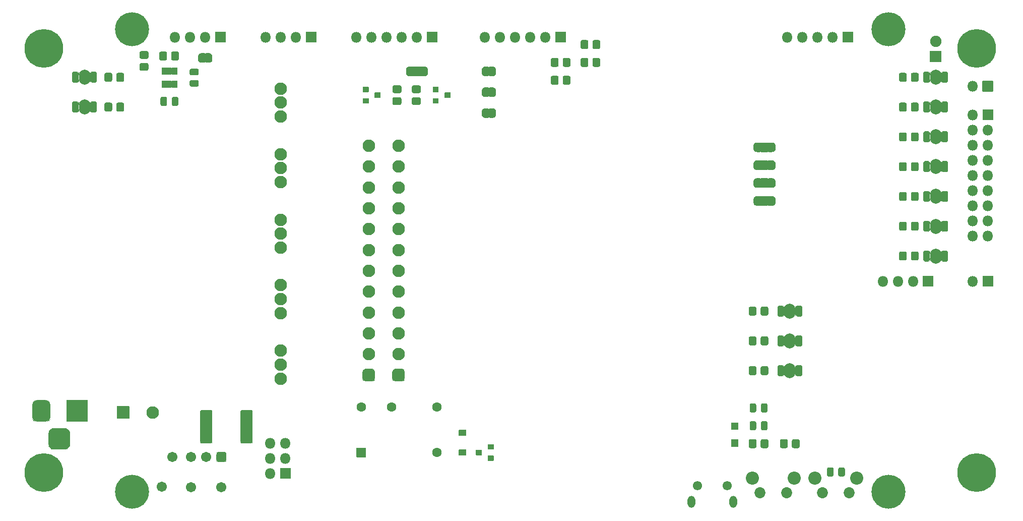
<source format=gbr>
G04 #@! TF.GenerationSoftware,KiCad,Pcbnew,(5.1.9-0-10_14)*
G04 #@! TF.CreationDate,2021-03-25T00:39:28-05:00*
G04 #@! TF.ProjectId,ClimateSprinklerController,436c696d-6174-4655-9370-72696e6b6c65,rev?*
G04 #@! TF.SameCoordinates,Original*
G04 #@! TF.FileFunction,Soldermask,Bot*
G04 #@! TF.FilePolarity,Negative*
%FSLAX46Y46*%
G04 Gerber Fmt 4.6, Leading zero omitted, Abs format (unit mm)*
G04 Created by KiCad (PCBNEW (5.1.9-0-10_14)) date 2021-03-25 00:39:28*
%MOMM*%
%LPD*%
G01*
G04 APERTURE LIST*
%ADD10O,1.802000X1.802000*%
%ADD11C,2.102000*%
%ADD12C,5.702000*%
%ADD13O,1.902000X2.502000*%
%ADD14C,0.100000*%
%ADD15C,1.702000*%
%ADD16C,1.552000*%
%ADD17O,1.302000X2.002000*%
%ADD18C,1.603140*%
%ADD19C,2.202000*%
%ADD20C,1.852000*%
%ADD21C,0.902000*%
%ADD22C,6.502000*%
%ADD23C,1.902000*%
G04 APERTURE END LIST*
G36*
G01*
X88979752Y-56151000D02*
X88020248Y-56151000D01*
G75*
G02*
X87749000Y-55879752I0J271248D01*
G01*
X87749000Y-55120248D01*
G75*
G02*
X88020248Y-54849000I271248J0D01*
G01*
X88979752Y-54849000D01*
G75*
G02*
X89251000Y-55120248I0J-271248D01*
G01*
X89251000Y-55879752D01*
G75*
G02*
X88979752Y-56151000I-271248J0D01*
G01*
G37*
G36*
G01*
X88979752Y-58151000D02*
X88020248Y-58151000D01*
G75*
G02*
X87749000Y-57879752I0J271248D01*
G01*
X87749000Y-57120248D01*
G75*
G02*
X88020248Y-56849000I271248J0D01*
G01*
X88979752Y-56849000D01*
G75*
G02*
X89251000Y-57120248I0J-271248D01*
G01*
X89251000Y-57879752D01*
G75*
G02*
X88979752Y-58151000I-271248J0D01*
G01*
G37*
D10*
X227710000Y-60750000D03*
G36*
G01*
X229400000Y-59849000D02*
X231100000Y-59849000D01*
G75*
G02*
X231151000Y-59900000I0J-51000D01*
G01*
X231151000Y-61600000D01*
G75*
G02*
X231100000Y-61651000I-51000J0D01*
G01*
X229400000Y-61651000D01*
G75*
G02*
X229349000Y-61600000I0J51000D01*
G01*
X229349000Y-59900000D01*
G75*
G02*
X229400000Y-59849000I51000J0D01*
G01*
G37*
G36*
G01*
X163151000Y-56270248D02*
X163151000Y-57229752D01*
G75*
G02*
X162879752Y-57501000I-271248J0D01*
G01*
X162120248Y-57501000D01*
G75*
G02*
X161849000Y-57229752I0J271248D01*
G01*
X161849000Y-56270248D01*
G75*
G02*
X162120248Y-55999000I271248J0D01*
G01*
X162879752Y-55999000D01*
G75*
G02*
X163151000Y-56270248I0J-271248D01*
G01*
G37*
G36*
G01*
X165151000Y-56270248D02*
X165151000Y-57229752D01*
G75*
G02*
X164879752Y-57501000I-271248J0D01*
G01*
X164120248Y-57501000D01*
G75*
G02*
X163849000Y-57229752I0J271248D01*
G01*
X163849000Y-56270248D01*
G75*
G02*
X164120248Y-55999000I271248J0D01*
G01*
X164879752Y-55999000D01*
G75*
G02*
X165151000Y-56270248I0J-271248D01*
G01*
G37*
G36*
G01*
X187200000Y-120049000D02*
X188300000Y-120049000D01*
G75*
G02*
X188351000Y-120100000I0J-51000D01*
G01*
X188351000Y-121200000D01*
G75*
G02*
X188300000Y-121251000I-51000J0D01*
G01*
X187200000Y-121251000D01*
G75*
G02*
X187149000Y-121200000I0J51000D01*
G01*
X187149000Y-120100000D01*
G75*
G02*
X187200000Y-120049000I51000J0D01*
G01*
G37*
G36*
G01*
X187200000Y-117249000D02*
X188300000Y-117249000D01*
G75*
G02*
X188351000Y-117300000I0J-51000D01*
G01*
X188351000Y-118400000D01*
G75*
G02*
X188300000Y-118451000I-51000J0D01*
G01*
X187200000Y-118451000D01*
G75*
G02*
X187149000Y-118400000I0J51000D01*
G01*
X187149000Y-117300000D01*
G75*
G02*
X187200000Y-117249000I51000J0D01*
G01*
G37*
G36*
G01*
X85151000Y-58770248D02*
X85151000Y-59729752D01*
G75*
G02*
X84879752Y-60001000I-271248J0D01*
G01*
X84120248Y-60001000D01*
G75*
G02*
X83849000Y-59729752I0J271248D01*
G01*
X83849000Y-58770248D01*
G75*
G02*
X84120248Y-58499000I271248J0D01*
G01*
X84879752Y-58499000D01*
G75*
G02*
X85151000Y-58770248I0J-271248D01*
G01*
G37*
G36*
G01*
X83151000Y-58770248D02*
X83151000Y-59729752D01*
G75*
G02*
X82879752Y-60001000I-271248J0D01*
G01*
X82120248Y-60001000D01*
G75*
G02*
X81849000Y-59729752I0J271248D01*
G01*
X81849000Y-58770248D01*
G75*
G02*
X82120248Y-58499000I271248J0D01*
G01*
X82879752Y-58499000D01*
G75*
G02*
X83151000Y-58770248I0J-271248D01*
G01*
G37*
G36*
G01*
X229389000Y-66410000D02*
X229389000Y-64710000D01*
G75*
G02*
X229440000Y-64659000I51000J0D01*
G01*
X231140000Y-64659000D01*
G75*
G02*
X231191000Y-64710000I0J-51000D01*
G01*
X231191000Y-66410000D01*
G75*
G02*
X231140000Y-66461000I-51000J0D01*
G01*
X229440000Y-66461000D01*
G75*
G02*
X229389000Y-66410000I0J51000D01*
G01*
G37*
X227750000Y-65560000D03*
X230290000Y-68100000D03*
X227750000Y-68100000D03*
X230290000Y-70640000D03*
X227750000Y-70640000D03*
X230290000Y-73180000D03*
X227750000Y-73180000D03*
X230290000Y-75720000D03*
X227750000Y-75720000D03*
X230290000Y-78260000D03*
X227750000Y-78260000D03*
X230290000Y-80800000D03*
X227750000Y-80800000D03*
X230290000Y-83340000D03*
X227750000Y-83340000D03*
X230290000Y-85880000D03*
X227750000Y-85880000D03*
G36*
G01*
X113151000Y-124900000D02*
X113151000Y-126600000D01*
G75*
G02*
X113100000Y-126651000I-51000J0D01*
G01*
X111400000Y-126651000D01*
G75*
G02*
X111349000Y-126600000I0J51000D01*
G01*
X111349000Y-124900000D01*
G75*
G02*
X111400000Y-124849000I51000J0D01*
G01*
X113100000Y-124849000D01*
G75*
G02*
X113151000Y-124900000I0J-51000D01*
G01*
G37*
X109710000Y-125750000D03*
X112250000Y-123210000D03*
X109710000Y-123210000D03*
X112250000Y-120670000D03*
X109710000Y-120670000D03*
D11*
X90000000Y-115500000D03*
G36*
G01*
X83949000Y-116500000D02*
X83949000Y-114500000D01*
G75*
G02*
X84000000Y-114449000I51000J0D01*
G01*
X86000000Y-114449000D01*
G75*
G02*
X86051000Y-114500000I0J-51000D01*
G01*
X86051000Y-116500000D01*
G75*
G02*
X86000000Y-116551000I-51000J0D01*
G01*
X84000000Y-116551000D01*
G75*
G02*
X83949000Y-116500000I0J51000D01*
G01*
G37*
D12*
X213550000Y-128800000D03*
X86450000Y-128800000D03*
G36*
G01*
X191401000Y-98020248D02*
X191401000Y-98979752D01*
G75*
G02*
X191129752Y-99251000I-271248J0D01*
G01*
X190370248Y-99251000D01*
G75*
G02*
X190099000Y-98979752I0J271248D01*
G01*
X190099000Y-98020248D01*
G75*
G02*
X190370248Y-97749000I271248J0D01*
G01*
X191129752Y-97749000D01*
G75*
G02*
X191401000Y-98020248I0J-271248D01*
G01*
G37*
G36*
G01*
X193401000Y-98020248D02*
X193401000Y-98979752D01*
G75*
G02*
X193129752Y-99251000I-271248J0D01*
G01*
X192370248Y-99251000D01*
G75*
G02*
X192099000Y-98979752I0J271248D01*
G01*
X192099000Y-98020248D01*
G75*
G02*
X192370248Y-97749000I271248J0D01*
G01*
X193129752Y-97749000D01*
G75*
G02*
X193401000Y-98020248I0J-271248D01*
G01*
G37*
D13*
X197000000Y-98500000D03*
G36*
G01*
X198024000Y-99215600D02*
X198024000Y-97784400D01*
G75*
G02*
X198234400Y-97574000I210400J0D01*
G01*
X198865600Y-97574000D01*
G75*
G02*
X199076000Y-97784400I0J-210400D01*
G01*
X199076000Y-99215600D01*
G75*
G02*
X198865600Y-99426000I-210400J0D01*
G01*
X198234400Y-99426000D01*
G75*
G02*
X198024000Y-99215600I0J210400D01*
G01*
G37*
G36*
G01*
X194924000Y-99215600D02*
X194924000Y-97784400D01*
G75*
G02*
X195134400Y-97574000I210400J0D01*
G01*
X195765600Y-97574000D01*
G75*
G02*
X195976000Y-97784400I0J-210400D01*
G01*
X195976000Y-99215600D01*
G75*
G02*
X195765600Y-99426000I-210400J0D01*
G01*
X195134400Y-99426000D01*
G75*
G02*
X194924000Y-99215600I0J210400D01*
G01*
G37*
G36*
G01*
X205900000Y-51599000D02*
X207600000Y-51599000D01*
G75*
G02*
X207651000Y-51650000I0J-51000D01*
G01*
X207651000Y-53350000D01*
G75*
G02*
X207600000Y-53401000I-51000J0D01*
G01*
X205900000Y-53401000D01*
G75*
G02*
X205849000Y-53350000I0J51000D01*
G01*
X205849000Y-51650000D01*
G75*
G02*
X205900000Y-51599000I51000J0D01*
G01*
G37*
D10*
X204210000Y-52500000D03*
X201670000Y-52500000D03*
X199130000Y-52500000D03*
X196590000Y-52500000D03*
D14*
G36*
X98649950Y-55199980D02*
G01*
X98659517Y-55202882D01*
X98668334Y-55207595D01*
X98676062Y-55213938D01*
X98682405Y-55221666D01*
X98687118Y-55230483D01*
X98690020Y-55240050D01*
X98691000Y-55250000D01*
X98691000Y-56750000D01*
X98690020Y-56759950D01*
X98687118Y-56769517D01*
X98682405Y-56778334D01*
X98676062Y-56786062D01*
X98668334Y-56792405D01*
X98659517Y-56797118D01*
X98649950Y-56800020D01*
X98640000Y-56801000D01*
X98140000Y-56801000D01*
X98133888Y-56800398D01*
X98115466Y-56800398D01*
X98110467Y-56800152D01*
X98061636Y-56795342D01*
X98056686Y-56794608D01*
X98008561Y-56785036D01*
X98003705Y-56783820D01*
X97956750Y-56769576D01*
X97952039Y-56767890D01*
X97906706Y-56749113D01*
X97902180Y-56746973D01*
X97858907Y-56723842D01*
X97854616Y-56721269D01*
X97813817Y-56694009D01*
X97809796Y-56691027D01*
X97771867Y-56659899D01*
X97768159Y-56656538D01*
X97733462Y-56621841D01*
X97730101Y-56618133D01*
X97698973Y-56580204D01*
X97695991Y-56576183D01*
X97668731Y-56535384D01*
X97666158Y-56531093D01*
X97643027Y-56487820D01*
X97640887Y-56483294D01*
X97622110Y-56437961D01*
X97620424Y-56433250D01*
X97606180Y-56386295D01*
X97604964Y-56381439D01*
X97595392Y-56333314D01*
X97594658Y-56328364D01*
X97589848Y-56279533D01*
X97589602Y-56274534D01*
X97589602Y-56256112D01*
X97589000Y-56250000D01*
X97589000Y-55750000D01*
X97589602Y-55743888D01*
X97589602Y-55725466D01*
X97589848Y-55720467D01*
X97594658Y-55671636D01*
X97595392Y-55666686D01*
X97604964Y-55618561D01*
X97606180Y-55613705D01*
X97620424Y-55566750D01*
X97622110Y-55562039D01*
X97640887Y-55516706D01*
X97643027Y-55512180D01*
X97666158Y-55468907D01*
X97668731Y-55464616D01*
X97695991Y-55423817D01*
X97698973Y-55419796D01*
X97730101Y-55381867D01*
X97733462Y-55378159D01*
X97768159Y-55343462D01*
X97771867Y-55340101D01*
X97809796Y-55308973D01*
X97813817Y-55305991D01*
X97854616Y-55278731D01*
X97858907Y-55276158D01*
X97902180Y-55253027D01*
X97906706Y-55250887D01*
X97952039Y-55232110D01*
X97956750Y-55230424D01*
X98003705Y-55216180D01*
X98008561Y-55214964D01*
X98056686Y-55205392D01*
X98061636Y-55204658D01*
X98110467Y-55199848D01*
X98115466Y-55199602D01*
X98133888Y-55199602D01*
X98140000Y-55199000D01*
X98640000Y-55199000D01*
X98649950Y-55199980D01*
G37*
G36*
X99446112Y-55199602D02*
G01*
X99464534Y-55199602D01*
X99469533Y-55199848D01*
X99518364Y-55204658D01*
X99523314Y-55205392D01*
X99571439Y-55214964D01*
X99576295Y-55216180D01*
X99623250Y-55230424D01*
X99627961Y-55232110D01*
X99673294Y-55250887D01*
X99677820Y-55253027D01*
X99721093Y-55276158D01*
X99725384Y-55278731D01*
X99766183Y-55305991D01*
X99770204Y-55308973D01*
X99808133Y-55340101D01*
X99811841Y-55343462D01*
X99846538Y-55378159D01*
X99849899Y-55381867D01*
X99881027Y-55419796D01*
X99884009Y-55423817D01*
X99911269Y-55464616D01*
X99913842Y-55468907D01*
X99936973Y-55512180D01*
X99939113Y-55516706D01*
X99957890Y-55562039D01*
X99959576Y-55566750D01*
X99973820Y-55613705D01*
X99975036Y-55618561D01*
X99984608Y-55666686D01*
X99985342Y-55671636D01*
X99990152Y-55720467D01*
X99990398Y-55725466D01*
X99990398Y-55743888D01*
X99991000Y-55750000D01*
X99991000Y-56250000D01*
X99990398Y-56256112D01*
X99990398Y-56274534D01*
X99990152Y-56279533D01*
X99985342Y-56328364D01*
X99984608Y-56333314D01*
X99975036Y-56381439D01*
X99973820Y-56386295D01*
X99959576Y-56433250D01*
X99957890Y-56437961D01*
X99939113Y-56483294D01*
X99936973Y-56487820D01*
X99913842Y-56531093D01*
X99911269Y-56535384D01*
X99884009Y-56576183D01*
X99881027Y-56580204D01*
X99849899Y-56618133D01*
X99846538Y-56621841D01*
X99811841Y-56656538D01*
X99808133Y-56659899D01*
X99770204Y-56691027D01*
X99766183Y-56694009D01*
X99725384Y-56721269D01*
X99721093Y-56723842D01*
X99677820Y-56746973D01*
X99673294Y-56749113D01*
X99627961Y-56767890D01*
X99623250Y-56769576D01*
X99576295Y-56783820D01*
X99571439Y-56785036D01*
X99523314Y-56794608D01*
X99518364Y-56795342D01*
X99469533Y-56800152D01*
X99464534Y-56800398D01*
X99446112Y-56800398D01*
X99440000Y-56801000D01*
X98940000Y-56801000D01*
X98930050Y-56800020D01*
X98920483Y-56797118D01*
X98911666Y-56792405D01*
X98903938Y-56786062D01*
X98897595Y-56778334D01*
X98892882Y-56769517D01*
X98889980Y-56759950D01*
X98889000Y-56750000D01*
X98889000Y-55250000D01*
X98889980Y-55240050D01*
X98892882Y-55230483D01*
X98897595Y-55221666D01*
X98903938Y-55213938D01*
X98911666Y-55207595D01*
X98920483Y-55202882D01*
X98930050Y-55199980D01*
X98940000Y-55199000D01*
X99440000Y-55199000D01*
X99446112Y-55199602D01*
G37*
G36*
G01*
X93095001Y-58796000D02*
X92444999Y-58796000D01*
G75*
G02*
X92394000Y-58745001I0J50999D01*
G01*
X92394000Y-57684999D01*
G75*
G02*
X92444999Y-57634000I50999J0D01*
G01*
X93095001Y-57634000D01*
G75*
G02*
X93146000Y-57684999I0J-50999D01*
G01*
X93146000Y-58745001D01*
G75*
G02*
X93095001Y-58796000I-50999J0D01*
G01*
G37*
G36*
G01*
X94045001Y-58796000D02*
X93394999Y-58796000D01*
G75*
G02*
X93344000Y-58745001I0J50999D01*
G01*
X93344000Y-57684999D01*
G75*
G02*
X93394999Y-57634000I50999J0D01*
G01*
X94045001Y-57634000D01*
G75*
G02*
X94096000Y-57684999I0J-50999D01*
G01*
X94096000Y-58745001D01*
G75*
G02*
X94045001Y-58796000I-50999J0D01*
G01*
G37*
G36*
G01*
X92145001Y-58796000D02*
X91494999Y-58796000D01*
G75*
G02*
X91444000Y-58745001I0J50999D01*
G01*
X91444000Y-57684999D01*
G75*
G02*
X91494999Y-57634000I50999J0D01*
G01*
X92145001Y-57634000D01*
G75*
G02*
X92196000Y-57684999I0J-50999D01*
G01*
X92196000Y-58745001D01*
G75*
G02*
X92145001Y-58796000I-50999J0D01*
G01*
G37*
G36*
G01*
X92145001Y-60996000D02*
X91494999Y-60996000D01*
G75*
G02*
X91444000Y-60945001I0J50999D01*
G01*
X91444000Y-59884999D01*
G75*
G02*
X91494999Y-59834000I50999J0D01*
G01*
X92145001Y-59834000D01*
G75*
G02*
X92196000Y-59884999I0J-50999D01*
G01*
X92196000Y-60945001D01*
G75*
G02*
X92145001Y-60996000I-50999J0D01*
G01*
G37*
G36*
G01*
X93095001Y-60996000D02*
X92444999Y-60996000D01*
G75*
G02*
X92394000Y-60945001I0J50999D01*
G01*
X92394000Y-59884999D01*
G75*
G02*
X92444999Y-59834000I50999J0D01*
G01*
X93095001Y-59834000D01*
G75*
G02*
X93146000Y-59884999I0J-50999D01*
G01*
X93146000Y-60945001D01*
G75*
G02*
X93095001Y-60996000I-50999J0D01*
G01*
G37*
G36*
G01*
X94045001Y-60996000D02*
X93394999Y-60996000D01*
G75*
G02*
X93344000Y-60945001I0J50999D01*
G01*
X93344000Y-59884999D01*
G75*
G02*
X93394999Y-59834000I50999J0D01*
G01*
X94045001Y-59834000D01*
G75*
G02*
X94096000Y-59884999I0J-50999D01*
G01*
X94096000Y-60945001D01*
G75*
G02*
X94045001Y-60996000I-50999J0D01*
G01*
G37*
G36*
G01*
X93069000Y-56154752D02*
X93069000Y-55195248D01*
G75*
G02*
X93340248Y-54924000I271248J0D01*
G01*
X94099752Y-54924000D01*
G75*
G02*
X94371000Y-55195248I0J-271248D01*
G01*
X94371000Y-56154752D01*
G75*
G02*
X94099752Y-56426000I-271248J0D01*
G01*
X93340248Y-56426000D01*
G75*
G02*
X93069000Y-56154752I0J271248D01*
G01*
G37*
G36*
G01*
X91069000Y-56154752D02*
X91069000Y-55195248D01*
G75*
G02*
X91340248Y-54924000I271248J0D01*
G01*
X92099752Y-54924000D01*
G75*
G02*
X92371000Y-55195248I0J-271248D01*
G01*
X92371000Y-56154752D01*
G75*
G02*
X92099752Y-56426000I-271248J0D01*
G01*
X91340248Y-56426000D01*
G75*
G02*
X91069000Y-56154752I0J271248D01*
G01*
G37*
G36*
G01*
X96424500Y-57814000D02*
X97425500Y-57814000D01*
G75*
G02*
X97701000Y-58089500I0J-275500D01*
G01*
X97701000Y-58640500D01*
G75*
G02*
X97425500Y-58916000I-275500J0D01*
G01*
X96424500Y-58916000D01*
G75*
G02*
X96149000Y-58640500I0J275500D01*
G01*
X96149000Y-58089500D01*
G75*
G02*
X96424500Y-57814000I275500J0D01*
G01*
G37*
G36*
G01*
X96424500Y-59714000D02*
X97425500Y-59714000D01*
G75*
G02*
X97701000Y-59989500I0J-275500D01*
G01*
X97701000Y-60540500D01*
G75*
G02*
X97425500Y-60816000I-275500J0D01*
G01*
X96424500Y-60816000D01*
G75*
G02*
X96149000Y-60540500I0J275500D01*
G01*
X96149000Y-59989500D01*
G75*
G02*
X96424500Y-59714000I275500J0D01*
G01*
G37*
G36*
G01*
X92371000Y-62794500D02*
X92371000Y-63795500D01*
G75*
G02*
X92095500Y-64071000I-275500J0D01*
G01*
X91544500Y-64071000D01*
G75*
G02*
X91269000Y-63795500I0J275500D01*
G01*
X91269000Y-62794500D01*
G75*
G02*
X91544500Y-62519000I275500J0D01*
G01*
X92095500Y-62519000D01*
G75*
G02*
X92371000Y-62794500I0J-275500D01*
G01*
G37*
G36*
G01*
X94271000Y-62794500D02*
X94271000Y-63795500D01*
G75*
G02*
X93995500Y-64071000I-275500J0D01*
G01*
X93444500Y-64071000D01*
G75*
G02*
X93169000Y-63795500I0J275500D01*
G01*
X93169000Y-62794500D01*
G75*
G02*
X93444500Y-62519000I275500J0D01*
G01*
X93995500Y-62519000D01*
G75*
G02*
X94271000Y-62794500I0J-275500D01*
G01*
G37*
D15*
X96420000Y-128080000D03*
X101500000Y-128080000D03*
G36*
G01*
X101925500Y-123851000D02*
X101074500Y-123851000D01*
G75*
G02*
X100649000Y-123425500I0J425500D01*
G01*
X100649000Y-122574500D01*
G75*
G02*
X101074500Y-122149000I425500J0D01*
G01*
X101925500Y-122149000D01*
G75*
G02*
X102351000Y-122574500I0J-425500D01*
G01*
X102351000Y-123425500D01*
G75*
G02*
X101925500Y-123851000I-425500J0D01*
G01*
G37*
X98960000Y-123000000D03*
X96420000Y-123000000D03*
G36*
G01*
X192149000Y-118250500D02*
X192149000Y-117249500D01*
G75*
G02*
X192424500Y-116974000I275500J0D01*
G01*
X192975500Y-116974000D01*
G75*
G02*
X193251000Y-117249500I0J-275500D01*
G01*
X193251000Y-118250500D01*
G75*
G02*
X192975500Y-118526000I-275500J0D01*
G01*
X192424500Y-118526000D01*
G75*
G02*
X192149000Y-118250500I0J275500D01*
G01*
G37*
G36*
G01*
X190249000Y-118250500D02*
X190249000Y-117249500D01*
G75*
G02*
X190524500Y-116974000I275500J0D01*
G01*
X191075500Y-116974000D01*
G75*
G02*
X191351000Y-117249500I0J-275500D01*
G01*
X191351000Y-118250500D01*
G75*
G02*
X191075500Y-118526000I-275500J0D01*
G01*
X190524500Y-118526000D01*
G75*
G02*
X190249000Y-118250500I0J275500D01*
G01*
G37*
G36*
G01*
X198651000Y-120269816D02*
X198651000Y-121230184D01*
G75*
G02*
X198380184Y-121501000I-270816J0D01*
G01*
X197619816Y-121501000D01*
G75*
G02*
X197349000Y-121230184I0J270816D01*
G01*
X197349000Y-120269816D01*
G75*
G02*
X197619816Y-119999000I270816J0D01*
G01*
X198380184Y-119999000D01*
G75*
G02*
X198651000Y-120269816I0J-270816D01*
G01*
G37*
G36*
G01*
X196651000Y-120269816D02*
X196651000Y-121230184D01*
G75*
G02*
X196380184Y-121501000I-270816J0D01*
G01*
X195619816Y-121501000D01*
G75*
G02*
X195349000Y-121230184I0J270816D01*
G01*
X195349000Y-120269816D01*
G75*
G02*
X195619816Y-119999000I270816J0D01*
G01*
X196380184Y-119999000D01*
G75*
G02*
X196651000Y-120269816I0J-270816D01*
G01*
G37*
G36*
G01*
X193401000Y-120270248D02*
X193401000Y-121229752D01*
G75*
G02*
X193129752Y-121501000I-271248J0D01*
G01*
X192370248Y-121501000D01*
G75*
G02*
X192099000Y-121229752I0J271248D01*
G01*
X192099000Y-120270248D01*
G75*
G02*
X192370248Y-119999000I271248J0D01*
G01*
X193129752Y-119999000D01*
G75*
G02*
X193401000Y-120270248I0J-271248D01*
G01*
G37*
G36*
G01*
X191401000Y-120270248D02*
X191401000Y-121229752D01*
G75*
G02*
X191129752Y-121501000I-271248J0D01*
G01*
X190370248Y-121501000D01*
G75*
G02*
X190099000Y-121229752I0J271248D01*
G01*
X190099000Y-120270248D01*
G75*
G02*
X190370248Y-119999000I271248J0D01*
G01*
X191129752Y-119999000D01*
G75*
G02*
X191401000Y-120270248I0J-271248D01*
G01*
G37*
G36*
G01*
X191401000Y-103020248D02*
X191401000Y-103979752D01*
G75*
G02*
X191129752Y-104251000I-271248J0D01*
G01*
X190370248Y-104251000D01*
G75*
G02*
X190099000Y-103979752I0J271248D01*
G01*
X190099000Y-103020248D01*
G75*
G02*
X190370248Y-102749000I271248J0D01*
G01*
X191129752Y-102749000D01*
G75*
G02*
X191401000Y-103020248I0J-271248D01*
G01*
G37*
G36*
G01*
X193401000Y-103020248D02*
X193401000Y-103979752D01*
G75*
G02*
X193129752Y-104251000I-271248J0D01*
G01*
X192370248Y-104251000D01*
G75*
G02*
X192099000Y-103979752I0J271248D01*
G01*
X192099000Y-103020248D01*
G75*
G02*
X192370248Y-102749000I271248J0D01*
G01*
X193129752Y-102749000D01*
G75*
G02*
X193401000Y-103020248I0J-271248D01*
G01*
G37*
G36*
G01*
X191401000Y-108020248D02*
X191401000Y-108979752D01*
G75*
G02*
X191129752Y-109251000I-271248J0D01*
G01*
X190370248Y-109251000D01*
G75*
G02*
X190099000Y-108979752I0J271248D01*
G01*
X190099000Y-108020248D01*
G75*
G02*
X190370248Y-107749000I271248J0D01*
G01*
X191129752Y-107749000D01*
G75*
G02*
X191401000Y-108020248I0J-271248D01*
G01*
G37*
G36*
G01*
X193401000Y-108020248D02*
X193401000Y-108979752D01*
G75*
G02*
X193129752Y-109251000I-271248J0D01*
G01*
X192370248Y-109251000D01*
G75*
G02*
X192099000Y-108979752I0J271248D01*
G01*
X192099000Y-108020248D01*
G75*
G02*
X192370248Y-107749000I271248J0D01*
G01*
X193129752Y-107749000D01*
G75*
G02*
X193401000Y-108020248I0J-271248D01*
G01*
G37*
D16*
X181500000Y-127787500D03*
X186500000Y-127787500D03*
D17*
X180500000Y-130487500D03*
X187500000Y-130487500D03*
D13*
X197000000Y-103500000D03*
G36*
G01*
X198024000Y-104215600D02*
X198024000Y-102784400D01*
G75*
G02*
X198234400Y-102574000I210400J0D01*
G01*
X198865600Y-102574000D01*
G75*
G02*
X199076000Y-102784400I0J-210400D01*
G01*
X199076000Y-104215600D01*
G75*
G02*
X198865600Y-104426000I-210400J0D01*
G01*
X198234400Y-104426000D01*
G75*
G02*
X198024000Y-104215600I0J210400D01*
G01*
G37*
G36*
G01*
X194924000Y-104215600D02*
X194924000Y-102784400D01*
G75*
G02*
X195134400Y-102574000I210400J0D01*
G01*
X195765600Y-102574000D01*
G75*
G02*
X195976000Y-102784400I0J-210400D01*
G01*
X195976000Y-104215600D01*
G75*
G02*
X195765600Y-104426000I-210400J0D01*
G01*
X195134400Y-104426000D01*
G75*
G02*
X194924000Y-104215600I0J210400D01*
G01*
G37*
X197000000Y-108500000D03*
G36*
G01*
X198024000Y-109215600D02*
X198024000Y-107784400D01*
G75*
G02*
X198234400Y-107574000I210400J0D01*
G01*
X198865600Y-107574000D01*
G75*
G02*
X199076000Y-107784400I0J-210400D01*
G01*
X199076000Y-109215600D01*
G75*
G02*
X198865600Y-109426000I-210400J0D01*
G01*
X198234400Y-109426000D01*
G75*
G02*
X198024000Y-109215600I0J210400D01*
G01*
G37*
G36*
G01*
X194924000Y-109215600D02*
X194924000Y-107784400D01*
G75*
G02*
X195134400Y-107574000I210400J0D01*
G01*
X195765600Y-107574000D01*
G75*
G02*
X195976000Y-107784400I0J-210400D01*
G01*
X195976000Y-109215600D01*
G75*
G02*
X195765600Y-109426000I-210400J0D01*
G01*
X195134400Y-109426000D01*
G75*
G02*
X194924000Y-109215600I0J210400D01*
G01*
G37*
G36*
G01*
X192149000Y-115250500D02*
X192149000Y-114249500D01*
G75*
G02*
X192424500Y-113974000I275500J0D01*
G01*
X192975500Y-113974000D01*
G75*
G02*
X193251000Y-114249500I0J-275500D01*
G01*
X193251000Y-115250500D01*
G75*
G02*
X192975500Y-115526000I-275500J0D01*
G01*
X192424500Y-115526000D01*
G75*
G02*
X192149000Y-115250500I0J275500D01*
G01*
G37*
G36*
G01*
X190249000Y-115250500D02*
X190249000Y-114249500D01*
G75*
G02*
X190524500Y-113974000I275500J0D01*
G01*
X191075500Y-113974000D01*
G75*
G02*
X191351000Y-114249500I0J-275500D01*
G01*
X191351000Y-115250500D01*
G75*
G02*
X191075500Y-115526000I-275500J0D01*
G01*
X190524500Y-115526000D01*
G75*
G02*
X190249000Y-115250500I0J275500D01*
G01*
G37*
G36*
G01*
X134729752Y-63901000D02*
X133770248Y-63901000D01*
G75*
G02*
X133499000Y-63629752I0J271248D01*
G01*
X133499000Y-62870248D01*
G75*
G02*
X133770248Y-62599000I271248J0D01*
G01*
X134729752Y-62599000D01*
G75*
G02*
X135001000Y-62870248I0J-271248D01*
G01*
X135001000Y-63629752D01*
G75*
G02*
X134729752Y-63901000I-271248J0D01*
G01*
G37*
G36*
G01*
X134729752Y-61901000D02*
X133770248Y-61901000D01*
G75*
G02*
X133499000Y-61629752I0J271248D01*
G01*
X133499000Y-60870248D01*
G75*
G02*
X133770248Y-60599000I271248J0D01*
G01*
X134729752Y-60599000D01*
G75*
G02*
X135001000Y-60870248I0J-271248D01*
G01*
X135001000Y-61629752D01*
G75*
G02*
X134729752Y-61901000I-271248J0D01*
G01*
G37*
G36*
G01*
X130520248Y-60599000D02*
X131479752Y-60599000D01*
G75*
G02*
X131751000Y-60870248I0J-271248D01*
G01*
X131751000Y-61629752D01*
G75*
G02*
X131479752Y-61901000I-271248J0D01*
G01*
X130520248Y-61901000D01*
G75*
G02*
X130249000Y-61629752I0J271248D01*
G01*
X130249000Y-60870248D01*
G75*
G02*
X130520248Y-60599000I271248J0D01*
G01*
G37*
G36*
G01*
X130520248Y-62599000D02*
X131479752Y-62599000D01*
G75*
G02*
X131751000Y-62870248I0J-271248D01*
G01*
X131751000Y-63629752D01*
G75*
G02*
X131479752Y-63901000I-271248J0D01*
G01*
X130520248Y-63901000D01*
G75*
G02*
X130249000Y-63629752I0J271248D01*
G01*
X130249000Y-62870248D01*
G75*
G02*
X130520248Y-62599000I271248J0D01*
G01*
G37*
G36*
G01*
X125249000Y-63600000D02*
X125249000Y-62800000D01*
G75*
G02*
X125300000Y-62749000I51000J0D01*
G01*
X126200000Y-62749000D01*
G75*
G02*
X126251000Y-62800000I0J-51000D01*
G01*
X126251000Y-63600000D01*
G75*
G02*
X126200000Y-63651000I-51000J0D01*
G01*
X125300000Y-63651000D01*
G75*
G02*
X125249000Y-63600000I0J51000D01*
G01*
G37*
G36*
G01*
X125249000Y-61700000D02*
X125249000Y-60900000D01*
G75*
G02*
X125300000Y-60849000I51000J0D01*
G01*
X126200000Y-60849000D01*
G75*
G02*
X126251000Y-60900000I0J-51000D01*
G01*
X126251000Y-61700000D01*
G75*
G02*
X126200000Y-61751000I-51000J0D01*
G01*
X125300000Y-61751000D01*
G75*
G02*
X125249000Y-61700000I0J51000D01*
G01*
G37*
G36*
G01*
X127249000Y-62650000D02*
X127249000Y-61850000D01*
G75*
G02*
X127300000Y-61799000I51000J0D01*
G01*
X128200000Y-61799000D01*
G75*
G02*
X128251000Y-61850000I0J-51000D01*
G01*
X128251000Y-62650000D01*
G75*
G02*
X128200000Y-62701000I-51000J0D01*
G01*
X127300000Y-62701000D01*
G75*
G02*
X127249000Y-62650000I0J51000D01*
G01*
G37*
G36*
G01*
X136999000Y-63600000D02*
X136999000Y-62800000D01*
G75*
G02*
X137050000Y-62749000I51000J0D01*
G01*
X137950000Y-62749000D01*
G75*
G02*
X138001000Y-62800000I0J-51000D01*
G01*
X138001000Y-63600000D01*
G75*
G02*
X137950000Y-63651000I-51000J0D01*
G01*
X137050000Y-63651000D01*
G75*
G02*
X136999000Y-63600000I0J51000D01*
G01*
G37*
G36*
G01*
X136999000Y-61700000D02*
X136999000Y-60900000D01*
G75*
G02*
X137050000Y-60849000I51000J0D01*
G01*
X137950000Y-60849000D01*
G75*
G02*
X138001000Y-60900000I0J-51000D01*
G01*
X138001000Y-61700000D01*
G75*
G02*
X137950000Y-61751000I-51000J0D01*
G01*
X137050000Y-61751000D01*
G75*
G02*
X136999000Y-61700000I0J51000D01*
G01*
G37*
G36*
G01*
X138999000Y-62650000D02*
X138999000Y-61850000D01*
G75*
G02*
X139050000Y-61799000I51000J0D01*
G01*
X139950000Y-61799000D01*
G75*
G02*
X140001000Y-61850000I0J-51000D01*
G01*
X140001000Y-62650000D01*
G75*
G02*
X139950000Y-62701000I-51000J0D01*
G01*
X139050000Y-62701000D01*
G75*
G02*
X138999000Y-62650000I0J51000D01*
G01*
G37*
D14*
G36*
X146299950Y-64449980D02*
G01*
X146309517Y-64452882D01*
X146318334Y-64457595D01*
X146326062Y-64463938D01*
X146332405Y-64471666D01*
X146337118Y-64480483D01*
X146340020Y-64490050D01*
X146341000Y-64500000D01*
X146341000Y-66000000D01*
X146340020Y-66009950D01*
X146337118Y-66019517D01*
X146332405Y-66028334D01*
X146326062Y-66036062D01*
X146318334Y-66042405D01*
X146309517Y-66047118D01*
X146299950Y-66050020D01*
X146290000Y-66051000D01*
X145790000Y-66051000D01*
X145783888Y-66050398D01*
X145765466Y-66050398D01*
X145760467Y-66050152D01*
X145711636Y-66045342D01*
X145706686Y-66044608D01*
X145658561Y-66035036D01*
X145653705Y-66033820D01*
X145606750Y-66019576D01*
X145602039Y-66017890D01*
X145556706Y-65999113D01*
X145552180Y-65996973D01*
X145508907Y-65973842D01*
X145504616Y-65971269D01*
X145463817Y-65944009D01*
X145459796Y-65941027D01*
X145421867Y-65909899D01*
X145418159Y-65906538D01*
X145383462Y-65871841D01*
X145380101Y-65868133D01*
X145348973Y-65830204D01*
X145345991Y-65826183D01*
X145318731Y-65785384D01*
X145316158Y-65781093D01*
X145293027Y-65737820D01*
X145290887Y-65733294D01*
X145272110Y-65687961D01*
X145270424Y-65683250D01*
X145256180Y-65636295D01*
X145254964Y-65631439D01*
X145245392Y-65583314D01*
X145244658Y-65578364D01*
X145239848Y-65529533D01*
X145239602Y-65524534D01*
X145239602Y-65506112D01*
X145239000Y-65500000D01*
X145239000Y-65000000D01*
X145239602Y-64993888D01*
X145239602Y-64975466D01*
X145239848Y-64970467D01*
X145244658Y-64921636D01*
X145245392Y-64916686D01*
X145254964Y-64868561D01*
X145256180Y-64863705D01*
X145270424Y-64816750D01*
X145272110Y-64812039D01*
X145290887Y-64766706D01*
X145293027Y-64762180D01*
X145316158Y-64718907D01*
X145318731Y-64714616D01*
X145345991Y-64673817D01*
X145348973Y-64669796D01*
X145380101Y-64631867D01*
X145383462Y-64628159D01*
X145418159Y-64593462D01*
X145421867Y-64590101D01*
X145459796Y-64558973D01*
X145463817Y-64555991D01*
X145504616Y-64528731D01*
X145508907Y-64526158D01*
X145552180Y-64503027D01*
X145556706Y-64500887D01*
X145602039Y-64482110D01*
X145606750Y-64480424D01*
X145653705Y-64466180D01*
X145658561Y-64464964D01*
X145706686Y-64455392D01*
X145711636Y-64454658D01*
X145760467Y-64449848D01*
X145765466Y-64449602D01*
X145783888Y-64449602D01*
X145790000Y-64449000D01*
X146290000Y-64449000D01*
X146299950Y-64449980D01*
G37*
G36*
X147096112Y-64449602D02*
G01*
X147114534Y-64449602D01*
X147119533Y-64449848D01*
X147168364Y-64454658D01*
X147173314Y-64455392D01*
X147221439Y-64464964D01*
X147226295Y-64466180D01*
X147273250Y-64480424D01*
X147277961Y-64482110D01*
X147323294Y-64500887D01*
X147327820Y-64503027D01*
X147371093Y-64526158D01*
X147375384Y-64528731D01*
X147416183Y-64555991D01*
X147420204Y-64558973D01*
X147458133Y-64590101D01*
X147461841Y-64593462D01*
X147496538Y-64628159D01*
X147499899Y-64631867D01*
X147531027Y-64669796D01*
X147534009Y-64673817D01*
X147561269Y-64714616D01*
X147563842Y-64718907D01*
X147586973Y-64762180D01*
X147589113Y-64766706D01*
X147607890Y-64812039D01*
X147609576Y-64816750D01*
X147623820Y-64863705D01*
X147625036Y-64868561D01*
X147634608Y-64916686D01*
X147635342Y-64921636D01*
X147640152Y-64970467D01*
X147640398Y-64975466D01*
X147640398Y-64993888D01*
X147641000Y-65000000D01*
X147641000Y-65500000D01*
X147640398Y-65506112D01*
X147640398Y-65524534D01*
X147640152Y-65529533D01*
X147635342Y-65578364D01*
X147634608Y-65583314D01*
X147625036Y-65631439D01*
X147623820Y-65636295D01*
X147609576Y-65683250D01*
X147607890Y-65687961D01*
X147589113Y-65733294D01*
X147586973Y-65737820D01*
X147563842Y-65781093D01*
X147561269Y-65785384D01*
X147534009Y-65826183D01*
X147531027Y-65830204D01*
X147499899Y-65868133D01*
X147496538Y-65871841D01*
X147461841Y-65906538D01*
X147458133Y-65909899D01*
X147420204Y-65941027D01*
X147416183Y-65944009D01*
X147375384Y-65971269D01*
X147371093Y-65973842D01*
X147327820Y-65996973D01*
X147323294Y-65999113D01*
X147277961Y-66017890D01*
X147273250Y-66019576D01*
X147226295Y-66033820D01*
X147221439Y-66035036D01*
X147173314Y-66044608D01*
X147168364Y-66045342D01*
X147119533Y-66050152D01*
X147114534Y-66050398D01*
X147096112Y-66050398D01*
X147090000Y-66051000D01*
X146590000Y-66051000D01*
X146580050Y-66050020D01*
X146570483Y-66047118D01*
X146561666Y-66042405D01*
X146553938Y-66036062D01*
X146547595Y-66028334D01*
X146542882Y-66019517D01*
X146539980Y-66009950D01*
X146539000Y-66000000D01*
X146539000Y-64500000D01*
X146539980Y-64490050D01*
X146542882Y-64480483D01*
X146547595Y-64471666D01*
X146553938Y-64463938D01*
X146561666Y-64457595D01*
X146570483Y-64452882D01*
X146580050Y-64449980D01*
X146590000Y-64449000D01*
X147090000Y-64449000D01*
X147096112Y-64449602D01*
G37*
G36*
X133619950Y-57449980D02*
G01*
X133629517Y-57452882D01*
X133638334Y-57457595D01*
X133646062Y-57463938D01*
X133652405Y-57471666D01*
X133657118Y-57480483D01*
X133660020Y-57490050D01*
X133661000Y-57500000D01*
X133661000Y-59000000D01*
X133660020Y-59009950D01*
X133657118Y-59019517D01*
X133652405Y-59028334D01*
X133646062Y-59036062D01*
X133638334Y-59042405D01*
X133629517Y-59047118D01*
X133619950Y-59050020D01*
X133610000Y-59051000D01*
X133060000Y-59051000D01*
X133053888Y-59050398D01*
X133035466Y-59050398D01*
X133030467Y-59050152D01*
X132981636Y-59045342D01*
X132976686Y-59044608D01*
X132928561Y-59035036D01*
X132923705Y-59033820D01*
X132876750Y-59019576D01*
X132872039Y-59017890D01*
X132826706Y-58999113D01*
X132822180Y-58996973D01*
X132778907Y-58973842D01*
X132774616Y-58971269D01*
X132733817Y-58944009D01*
X132729796Y-58941027D01*
X132691867Y-58909899D01*
X132688159Y-58906538D01*
X132653462Y-58871841D01*
X132650101Y-58868133D01*
X132618973Y-58830204D01*
X132615991Y-58826183D01*
X132588731Y-58785384D01*
X132586158Y-58781093D01*
X132563027Y-58737820D01*
X132560887Y-58733294D01*
X132542110Y-58687961D01*
X132540424Y-58683250D01*
X132526180Y-58636295D01*
X132524964Y-58631439D01*
X132515392Y-58583314D01*
X132514658Y-58578364D01*
X132509848Y-58529533D01*
X132509602Y-58524534D01*
X132509602Y-58506112D01*
X132509000Y-58500000D01*
X132509000Y-58000000D01*
X132509602Y-57993888D01*
X132509602Y-57975466D01*
X132509848Y-57970467D01*
X132514658Y-57921636D01*
X132515392Y-57916686D01*
X132524964Y-57868561D01*
X132526180Y-57863705D01*
X132540424Y-57816750D01*
X132542110Y-57812039D01*
X132560887Y-57766706D01*
X132563027Y-57762180D01*
X132586158Y-57718907D01*
X132588731Y-57714616D01*
X132615991Y-57673817D01*
X132618973Y-57669796D01*
X132650101Y-57631867D01*
X132653462Y-57628159D01*
X132688159Y-57593462D01*
X132691867Y-57590101D01*
X132729796Y-57558973D01*
X132733817Y-57555991D01*
X132774616Y-57528731D01*
X132778907Y-57526158D01*
X132822180Y-57503027D01*
X132826706Y-57500887D01*
X132872039Y-57482110D01*
X132876750Y-57480424D01*
X132923705Y-57466180D01*
X132928561Y-57464964D01*
X132976686Y-57455392D01*
X132981636Y-57454658D01*
X133030467Y-57449848D01*
X133035466Y-57449602D01*
X133053888Y-57449602D01*
X133060000Y-57449000D01*
X133610000Y-57449000D01*
X133619950Y-57449980D01*
G37*
G36*
X135666112Y-57449602D02*
G01*
X135684534Y-57449602D01*
X135689533Y-57449848D01*
X135738364Y-57454658D01*
X135743314Y-57455392D01*
X135791439Y-57464964D01*
X135796295Y-57466180D01*
X135843250Y-57480424D01*
X135847961Y-57482110D01*
X135893294Y-57500887D01*
X135897820Y-57503027D01*
X135941093Y-57526158D01*
X135945384Y-57528731D01*
X135986183Y-57555991D01*
X135990204Y-57558973D01*
X136028133Y-57590101D01*
X136031841Y-57593462D01*
X136066538Y-57628159D01*
X136069899Y-57631867D01*
X136101027Y-57669796D01*
X136104009Y-57673817D01*
X136131269Y-57714616D01*
X136133842Y-57718907D01*
X136156973Y-57762180D01*
X136159113Y-57766706D01*
X136177890Y-57812039D01*
X136179576Y-57816750D01*
X136193820Y-57863705D01*
X136195036Y-57868561D01*
X136204608Y-57916686D01*
X136205342Y-57921636D01*
X136210152Y-57970467D01*
X136210398Y-57975466D01*
X136210398Y-57993888D01*
X136211000Y-58000000D01*
X136211000Y-58500000D01*
X136210398Y-58506112D01*
X136210398Y-58524534D01*
X136210152Y-58529533D01*
X136205342Y-58578364D01*
X136204608Y-58583314D01*
X136195036Y-58631439D01*
X136193820Y-58636295D01*
X136179576Y-58683250D01*
X136177890Y-58687961D01*
X136159113Y-58733294D01*
X136156973Y-58737820D01*
X136133842Y-58781093D01*
X136131269Y-58785384D01*
X136104009Y-58826183D01*
X136101027Y-58830204D01*
X136069899Y-58868133D01*
X136066538Y-58871841D01*
X136031841Y-58906538D01*
X136028133Y-58909899D01*
X135990204Y-58941027D01*
X135986183Y-58944009D01*
X135945384Y-58971269D01*
X135941093Y-58973842D01*
X135897820Y-58996973D01*
X135893294Y-58999113D01*
X135847961Y-59017890D01*
X135843250Y-59019576D01*
X135796295Y-59033820D01*
X135791439Y-59035036D01*
X135743314Y-59044608D01*
X135738364Y-59045342D01*
X135689533Y-59050152D01*
X135684534Y-59050398D01*
X135666112Y-59050398D01*
X135660000Y-59051000D01*
X135110000Y-59051000D01*
X135100050Y-59050020D01*
X135090483Y-59047118D01*
X135081666Y-59042405D01*
X135073938Y-59036062D01*
X135067595Y-59028334D01*
X135062882Y-59019517D01*
X135059980Y-59009950D01*
X135059000Y-59000000D01*
X135059000Y-57500000D01*
X135059980Y-57490050D01*
X135062882Y-57480483D01*
X135067595Y-57471666D01*
X135073938Y-57463938D01*
X135081666Y-57457595D01*
X135090483Y-57452882D01*
X135100050Y-57449980D01*
X135110000Y-57449000D01*
X135660000Y-57449000D01*
X135666112Y-57449602D01*
G37*
G36*
G01*
X133809000Y-59000000D02*
X133809000Y-57500000D01*
G75*
G02*
X133860000Y-57449000I51000J0D01*
G01*
X134860000Y-57449000D01*
G75*
G02*
X134911000Y-57500000I0J-51000D01*
G01*
X134911000Y-59000000D01*
G75*
G02*
X134860000Y-59051000I-51000J0D01*
G01*
X133860000Y-59051000D01*
G75*
G02*
X133809000Y-59000000I0J51000D01*
G01*
G37*
D12*
X213550000Y-51200000D03*
X86450000Y-51200000D03*
D18*
X137700000Y-114630000D03*
X137700000Y-122250000D03*
X130080000Y-114630000D03*
X125000000Y-114630000D03*
G36*
G01*
X124198430Y-123000570D02*
X124198430Y-121499430D01*
G75*
G02*
X124249430Y-121448430I51000J0D01*
G01*
X125750570Y-121448430D01*
G75*
G02*
X125801570Y-121499430I0J-51000D01*
G01*
X125801570Y-123000570D01*
G75*
G02*
X125750570Y-123051570I-51000J0D01*
G01*
X124249430Y-123051570D01*
G75*
G02*
X124198430Y-123000570I0J51000D01*
G01*
G37*
D10*
X93720000Y-52500000D03*
X96260000Y-52500000D03*
X98800000Y-52500000D03*
G36*
G01*
X100490000Y-51599000D02*
X102190000Y-51599000D01*
G75*
G02*
X102241000Y-51650000I0J-51000D01*
G01*
X102241000Y-53350000D01*
G75*
G02*
X102190000Y-53401000I-51000J0D01*
G01*
X100490000Y-53401000D01*
G75*
G02*
X100439000Y-53350000I0J51000D01*
G01*
X100439000Y-51650000D01*
G75*
G02*
X100490000Y-51599000I51000J0D01*
G01*
G37*
G36*
G01*
X216651000Y-83770248D02*
X216651000Y-84729752D01*
G75*
G02*
X216379752Y-85001000I-271248J0D01*
G01*
X215620248Y-85001000D01*
G75*
G02*
X215349000Y-84729752I0J271248D01*
G01*
X215349000Y-83770248D01*
G75*
G02*
X215620248Y-83499000I271248J0D01*
G01*
X216379752Y-83499000D01*
G75*
G02*
X216651000Y-83770248I0J-271248D01*
G01*
G37*
G36*
G01*
X218651000Y-83770248D02*
X218651000Y-84729752D01*
G75*
G02*
X218379752Y-85001000I-271248J0D01*
G01*
X217620248Y-85001000D01*
G75*
G02*
X217349000Y-84729752I0J271248D01*
G01*
X217349000Y-83770248D01*
G75*
G02*
X217620248Y-83499000I271248J0D01*
G01*
X218379752Y-83499000D01*
G75*
G02*
X218651000Y-83770248I0J-271248D01*
G01*
G37*
G36*
G01*
X216651000Y-78770248D02*
X216651000Y-79729752D01*
G75*
G02*
X216379752Y-80001000I-271248J0D01*
G01*
X215620248Y-80001000D01*
G75*
G02*
X215349000Y-79729752I0J271248D01*
G01*
X215349000Y-78770248D01*
G75*
G02*
X215620248Y-78499000I271248J0D01*
G01*
X216379752Y-78499000D01*
G75*
G02*
X216651000Y-78770248I0J-271248D01*
G01*
G37*
G36*
G01*
X218651000Y-78770248D02*
X218651000Y-79729752D01*
G75*
G02*
X218379752Y-80001000I-271248J0D01*
G01*
X217620248Y-80001000D01*
G75*
G02*
X217349000Y-79729752I0J271248D01*
G01*
X217349000Y-78770248D01*
G75*
G02*
X217620248Y-78499000I271248J0D01*
G01*
X218379752Y-78499000D01*
G75*
G02*
X218651000Y-78770248I0J-271248D01*
G01*
G37*
G36*
G01*
X216651000Y-73770248D02*
X216651000Y-74729752D01*
G75*
G02*
X216379752Y-75001000I-271248J0D01*
G01*
X215620248Y-75001000D01*
G75*
G02*
X215349000Y-74729752I0J271248D01*
G01*
X215349000Y-73770248D01*
G75*
G02*
X215620248Y-73499000I271248J0D01*
G01*
X216379752Y-73499000D01*
G75*
G02*
X216651000Y-73770248I0J-271248D01*
G01*
G37*
G36*
G01*
X218651000Y-73770248D02*
X218651000Y-74729752D01*
G75*
G02*
X218379752Y-75001000I-271248J0D01*
G01*
X217620248Y-75001000D01*
G75*
G02*
X217349000Y-74729752I0J271248D01*
G01*
X217349000Y-73770248D01*
G75*
G02*
X217620248Y-73499000I271248J0D01*
G01*
X218379752Y-73499000D01*
G75*
G02*
X218651000Y-73770248I0J-271248D01*
G01*
G37*
G36*
G01*
X216651000Y-68770248D02*
X216651000Y-69729752D01*
G75*
G02*
X216379752Y-70001000I-271248J0D01*
G01*
X215620248Y-70001000D01*
G75*
G02*
X215349000Y-69729752I0J271248D01*
G01*
X215349000Y-68770248D01*
G75*
G02*
X215620248Y-68499000I271248J0D01*
G01*
X216379752Y-68499000D01*
G75*
G02*
X216651000Y-68770248I0J-271248D01*
G01*
G37*
G36*
G01*
X218651000Y-68770248D02*
X218651000Y-69729752D01*
G75*
G02*
X218379752Y-70001000I-271248J0D01*
G01*
X217620248Y-70001000D01*
G75*
G02*
X217349000Y-69729752I0J271248D01*
G01*
X217349000Y-68770248D01*
G75*
G02*
X217620248Y-68499000I271248J0D01*
G01*
X218379752Y-68499000D01*
G75*
G02*
X218651000Y-68770248I0J-271248D01*
G01*
G37*
G36*
G01*
X216651000Y-63770248D02*
X216651000Y-64729752D01*
G75*
G02*
X216379752Y-65001000I-271248J0D01*
G01*
X215620248Y-65001000D01*
G75*
G02*
X215349000Y-64729752I0J271248D01*
G01*
X215349000Y-63770248D01*
G75*
G02*
X215620248Y-63499000I271248J0D01*
G01*
X216379752Y-63499000D01*
G75*
G02*
X216651000Y-63770248I0J-271248D01*
G01*
G37*
G36*
G01*
X218651000Y-63770248D02*
X218651000Y-64729752D01*
G75*
G02*
X218379752Y-65001000I-271248J0D01*
G01*
X217620248Y-65001000D01*
G75*
G02*
X217349000Y-64729752I0J271248D01*
G01*
X217349000Y-63770248D01*
G75*
G02*
X217620248Y-63499000I271248J0D01*
G01*
X218379752Y-63499000D01*
G75*
G02*
X218651000Y-63770248I0J-271248D01*
G01*
G37*
G36*
G01*
X217349000Y-89729752D02*
X217349000Y-88770248D01*
G75*
G02*
X217620248Y-88499000I271248J0D01*
G01*
X218379752Y-88499000D01*
G75*
G02*
X218651000Y-88770248I0J-271248D01*
G01*
X218651000Y-89729752D01*
G75*
G02*
X218379752Y-90001000I-271248J0D01*
G01*
X217620248Y-90001000D01*
G75*
G02*
X217349000Y-89729752I0J271248D01*
G01*
G37*
G36*
G01*
X215349000Y-89729752D02*
X215349000Y-88770248D01*
G75*
G02*
X215620248Y-88499000I271248J0D01*
G01*
X216379752Y-88499000D01*
G75*
G02*
X216651000Y-88770248I0J-271248D01*
G01*
X216651000Y-89729752D01*
G75*
G02*
X216379752Y-90001000I-271248J0D01*
G01*
X215620248Y-90001000D01*
G75*
G02*
X215349000Y-89729752I0J271248D01*
G01*
G37*
G36*
G01*
X165151000Y-53270248D02*
X165151000Y-54229752D01*
G75*
G02*
X164879752Y-54501000I-271248J0D01*
G01*
X164120248Y-54501000D01*
G75*
G02*
X163849000Y-54229752I0J271248D01*
G01*
X163849000Y-53270248D01*
G75*
G02*
X164120248Y-52999000I271248J0D01*
G01*
X164879752Y-52999000D01*
G75*
G02*
X165151000Y-53270248I0J-271248D01*
G01*
G37*
G36*
G01*
X163151000Y-53270248D02*
X163151000Y-54229752D01*
G75*
G02*
X162879752Y-54501000I-271248J0D01*
G01*
X162120248Y-54501000D01*
G75*
G02*
X161849000Y-54229752I0J271248D01*
G01*
X161849000Y-53270248D01*
G75*
G02*
X162120248Y-52999000I271248J0D01*
G01*
X162879752Y-52999000D01*
G75*
G02*
X163151000Y-53270248I0J-271248D01*
G01*
G37*
G36*
G01*
X81849000Y-64729752D02*
X81849000Y-63770248D01*
G75*
G02*
X82120248Y-63499000I271248J0D01*
G01*
X82879752Y-63499000D01*
G75*
G02*
X83151000Y-63770248I0J-271248D01*
G01*
X83151000Y-64729752D01*
G75*
G02*
X82879752Y-65001000I-271248J0D01*
G01*
X82120248Y-65001000D01*
G75*
G02*
X81849000Y-64729752I0J271248D01*
G01*
G37*
G36*
G01*
X83849000Y-64729752D02*
X83849000Y-63770248D01*
G75*
G02*
X84120248Y-63499000I271248J0D01*
G01*
X84879752Y-63499000D01*
G75*
G02*
X85151000Y-63770248I0J-271248D01*
G01*
X85151000Y-64729752D01*
G75*
G02*
X84879752Y-65001000I-271248J0D01*
G01*
X84120248Y-65001000D01*
G75*
G02*
X83849000Y-64729752I0J271248D01*
G01*
G37*
G36*
G01*
X215349000Y-59729752D02*
X215349000Y-58770248D01*
G75*
G02*
X215620248Y-58499000I271248J0D01*
G01*
X216379752Y-58499000D01*
G75*
G02*
X216651000Y-58770248I0J-271248D01*
G01*
X216651000Y-59729752D01*
G75*
G02*
X216379752Y-60001000I-271248J0D01*
G01*
X215620248Y-60001000D01*
G75*
G02*
X215349000Y-59729752I0J271248D01*
G01*
G37*
G36*
G01*
X217349000Y-59729752D02*
X217349000Y-58770248D01*
G75*
G02*
X217620248Y-58499000I271248J0D01*
G01*
X218379752Y-58499000D01*
G75*
G02*
X218651000Y-58770248I0J-271248D01*
G01*
X218651000Y-59729752D01*
G75*
G02*
X218379752Y-60001000I-271248J0D01*
G01*
X217620248Y-60001000D01*
G75*
G02*
X217349000Y-59729752I0J271248D01*
G01*
G37*
G36*
G01*
X158849000Y-57229752D02*
X158849000Y-56270248D01*
G75*
G02*
X159120248Y-55999000I271248J0D01*
G01*
X159879752Y-55999000D01*
G75*
G02*
X160151000Y-56270248I0J-271248D01*
G01*
X160151000Y-57229752D01*
G75*
G02*
X159879752Y-57501000I-271248J0D01*
G01*
X159120248Y-57501000D01*
G75*
G02*
X158849000Y-57229752I0J271248D01*
G01*
G37*
G36*
G01*
X156849000Y-57229752D02*
X156849000Y-56270248D01*
G75*
G02*
X157120248Y-55999000I271248J0D01*
G01*
X157879752Y-55999000D01*
G75*
G02*
X158151000Y-56270248I0J-271248D01*
G01*
X158151000Y-57229752D01*
G75*
G02*
X157879752Y-57501000I-271248J0D01*
G01*
X157120248Y-57501000D01*
G75*
G02*
X156849000Y-57229752I0J271248D01*
G01*
G37*
G36*
G01*
X156849000Y-60229752D02*
X156849000Y-59270248D01*
G75*
G02*
X157120248Y-58999000I271248J0D01*
G01*
X157879752Y-58999000D01*
G75*
G02*
X158151000Y-59270248I0J-271248D01*
G01*
X158151000Y-60229752D01*
G75*
G02*
X157879752Y-60501000I-271248J0D01*
G01*
X157120248Y-60501000D01*
G75*
G02*
X156849000Y-60229752I0J271248D01*
G01*
G37*
G36*
G01*
X158849000Y-60229752D02*
X158849000Y-59270248D01*
G75*
G02*
X159120248Y-58999000I271248J0D01*
G01*
X159879752Y-58999000D01*
G75*
G02*
X160151000Y-59270248I0J-271248D01*
G01*
X160151000Y-60229752D01*
G75*
G02*
X159879752Y-60501000I-271248J0D01*
G01*
X159120248Y-60501000D01*
G75*
G02*
X158849000Y-60229752I0J271248D01*
G01*
G37*
D15*
X91450000Y-128000000D03*
X93250000Y-123000000D03*
G36*
G01*
X192199000Y-71750000D02*
X192199000Y-70250000D01*
G75*
G02*
X192250000Y-70199000I51000J0D01*
G01*
X193250000Y-70199000D01*
G75*
G02*
X193301000Y-70250000I0J-51000D01*
G01*
X193301000Y-71750000D01*
G75*
G02*
X193250000Y-71801000I-51000J0D01*
G01*
X192250000Y-71801000D01*
G75*
G02*
X192199000Y-71750000I0J51000D01*
G01*
G37*
D14*
G36*
X194056112Y-70199602D02*
G01*
X194074534Y-70199602D01*
X194079533Y-70199848D01*
X194128364Y-70204658D01*
X194133314Y-70205392D01*
X194181439Y-70214964D01*
X194186295Y-70216180D01*
X194233250Y-70230424D01*
X194237961Y-70232110D01*
X194283294Y-70250887D01*
X194287820Y-70253027D01*
X194331093Y-70276158D01*
X194335384Y-70278731D01*
X194376183Y-70305991D01*
X194380204Y-70308973D01*
X194418133Y-70340101D01*
X194421841Y-70343462D01*
X194456538Y-70378159D01*
X194459899Y-70381867D01*
X194491027Y-70419796D01*
X194494009Y-70423817D01*
X194521269Y-70464616D01*
X194523842Y-70468907D01*
X194546973Y-70512180D01*
X194549113Y-70516706D01*
X194567890Y-70562039D01*
X194569576Y-70566750D01*
X194583820Y-70613705D01*
X194585036Y-70618561D01*
X194594608Y-70666686D01*
X194595342Y-70671636D01*
X194600152Y-70720467D01*
X194600398Y-70725466D01*
X194600398Y-70743888D01*
X194601000Y-70750000D01*
X194601000Y-71250000D01*
X194600398Y-71256112D01*
X194600398Y-71274534D01*
X194600152Y-71279533D01*
X194595342Y-71328364D01*
X194594608Y-71333314D01*
X194585036Y-71381439D01*
X194583820Y-71386295D01*
X194569576Y-71433250D01*
X194567890Y-71437961D01*
X194549113Y-71483294D01*
X194546973Y-71487820D01*
X194523842Y-71531093D01*
X194521269Y-71535384D01*
X194494009Y-71576183D01*
X194491027Y-71580204D01*
X194459899Y-71618133D01*
X194456538Y-71621841D01*
X194421841Y-71656538D01*
X194418133Y-71659899D01*
X194380204Y-71691027D01*
X194376183Y-71694009D01*
X194335384Y-71721269D01*
X194331093Y-71723842D01*
X194287820Y-71746973D01*
X194283294Y-71749113D01*
X194237961Y-71767890D01*
X194233250Y-71769576D01*
X194186295Y-71783820D01*
X194181439Y-71785036D01*
X194133314Y-71794608D01*
X194128364Y-71795342D01*
X194079533Y-71800152D01*
X194074534Y-71800398D01*
X194056112Y-71800398D01*
X194050000Y-71801000D01*
X193500000Y-71801000D01*
X193490050Y-71800020D01*
X193480483Y-71797118D01*
X193471666Y-71792405D01*
X193463938Y-71786062D01*
X193457595Y-71778334D01*
X193452882Y-71769517D01*
X193449980Y-71759950D01*
X193449000Y-71750000D01*
X193449000Y-70250000D01*
X193449980Y-70240050D01*
X193452882Y-70230483D01*
X193457595Y-70221666D01*
X193463938Y-70213938D01*
X193471666Y-70207595D01*
X193480483Y-70202882D01*
X193490050Y-70199980D01*
X193500000Y-70199000D01*
X194050000Y-70199000D01*
X194056112Y-70199602D01*
G37*
G36*
X192009950Y-70199980D02*
G01*
X192019517Y-70202882D01*
X192028334Y-70207595D01*
X192036062Y-70213938D01*
X192042405Y-70221666D01*
X192047118Y-70230483D01*
X192050020Y-70240050D01*
X192051000Y-70250000D01*
X192051000Y-71750000D01*
X192050020Y-71759950D01*
X192047118Y-71769517D01*
X192042405Y-71778334D01*
X192036062Y-71786062D01*
X192028334Y-71792405D01*
X192019517Y-71797118D01*
X192009950Y-71800020D01*
X192000000Y-71801000D01*
X191450000Y-71801000D01*
X191443888Y-71800398D01*
X191425466Y-71800398D01*
X191420467Y-71800152D01*
X191371636Y-71795342D01*
X191366686Y-71794608D01*
X191318561Y-71785036D01*
X191313705Y-71783820D01*
X191266750Y-71769576D01*
X191262039Y-71767890D01*
X191216706Y-71749113D01*
X191212180Y-71746973D01*
X191168907Y-71723842D01*
X191164616Y-71721269D01*
X191123817Y-71694009D01*
X191119796Y-71691027D01*
X191081867Y-71659899D01*
X191078159Y-71656538D01*
X191043462Y-71621841D01*
X191040101Y-71618133D01*
X191008973Y-71580204D01*
X191005991Y-71576183D01*
X190978731Y-71535384D01*
X190976158Y-71531093D01*
X190953027Y-71487820D01*
X190950887Y-71483294D01*
X190932110Y-71437961D01*
X190930424Y-71433250D01*
X190916180Y-71386295D01*
X190914964Y-71381439D01*
X190905392Y-71333314D01*
X190904658Y-71328364D01*
X190899848Y-71279533D01*
X190899602Y-71274534D01*
X190899602Y-71256112D01*
X190899000Y-71250000D01*
X190899000Y-70750000D01*
X190899602Y-70743888D01*
X190899602Y-70725466D01*
X190899848Y-70720467D01*
X190904658Y-70671636D01*
X190905392Y-70666686D01*
X190914964Y-70618561D01*
X190916180Y-70613705D01*
X190930424Y-70566750D01*
X190932110Y-70562039D01*
X190950887Y-70516706D01*
X190953027Y-70512180D01*
X190976158Y-70468907D01*
X190978731Y-70464616D01*
X191005991Y-70423817D01*
X191008973Y-70419796D01*
X191040101Y-70381867D01*
X191043462Y-70378159D01*
X191078159Y-70343462D01*
X191081867Y-70340101D01*
X191119796Y-70308973D01*
X191123817Y-70305991D01*
X191164616Y-70278731D01*
X191168907Y-70276158D01*
X191212180Y-70253027D01*
X191216706Y-70250887D01*
X191262039Y-70232110D01*
X191266750Y-70230424D01*
X191313705Y-70216180D01*
X191318561Y-70214964D01*
X191366686Y-70205392D01*
X191371636Y-70204658D01*
X191420467Y-70199848D01*
X191425466Y-70199602D01*
X191443888Y-70199602D01*
X191450000Y-70199000D01*
X192000000Y-70199000D01*
X192009950Y-70199980D01*
G37*
D11*
X111500000Y-105150000D03*
X111500000Y-107500000D03*
X111500000Y-109850000D03*
X111500000Y-94150000D03*
X111500000Y-96500000D03*
X111500000Y-98850000D03*
X111500000Y-83150000D03*
X111500000Y-85500000D03*
X111500000Y-87850000D03*
X111500000Y-72150000D03*
X111500000Y-74500000D03*
X111500000Y-76850000D03*
X111500000Y-61150000D03*
X111500000Y-63500000D03*
X111500000Y-65850000D03*
D14*
G36*
X147096112Y-60949602D02*
G01*
X147114534Y-60949602D01*
X147119533Y-60949848D01*
X147168364Y-60954658D01*
X147173314Y-60955392D01*
X147221439Y-60964964D01*
X147226295Y-60966180D01*
X147273250Y-60980424D01*
X147277961Y-60982110D01*
X147323294Y-61000887D01*
X147327820Y-61003027D01*
X147371093Y-61026158D01*
X147375384Y-61028731D01*
X147416183Y-61055991D01*
X147420204Y-61058973D01*
X147458133Y-61090101D01*
X147461841Y-61093462D01*
X147496538Y-61128159D01*
X147499899Y-61131867D01*
X147531027Y-61169796D01*
X147534009Y-61173817D01*
X147561269Y-61214616D01*
X147563842Y-61218907D01*
X147586973Y-61262180D01*
X147589113Y-61266706D01*
X147607890Y-61312039D01*
X147609576Y-61316750D01*
X147623820Y-61363705D01*
X147625036Y-61368561D01*
X147634608Y-61416686D01*
X147635342Y-61421636D01*
X147640152Y-61470467D01*
X147640398Y-61475466D01*
X147640398Y-61493888D01*
X147641000Y-61500000D01*
X147641000Y-62000000D01*
X147640398Y-62006112D01*
X147640398Y-62024534D01*
X147640152Y-62029533D01*
X147635342Y-62078364D01*
X147634608Y-62083314D01*
X147625036Y-62131439D01*
X147623820Y-62136295D01*
X147609576Y-62183250D01*
X147607890Y-62187961D01*
X147589113Y-62233294D01*
X147586973Y-62237820D01*
X147563842Y-62281093D01*
X147561269Y-62285384D01*
X147534009Y-62326183D01*
X147531027Y-62330204D01*
X147499899Y-62368133D01*
X147496538Y-62371841D01*
X147461841Y-62406538D01*
X147458133Y-62409899D01*
X147420204Y-62441027D01*
X147416183Y-62444009D01*
X147375384Y-62471269D01*
X147371093Y-62473842D01*
X147327820Y-62496973D01*
X147323294Y-62499113D01*
X147277961Y-62517890D01*
X147273250Y-62519576D01*
X147226295Y-62533820D01*
X147221439Y-62535036D01*
X147173314Y-62544608D01*
X147168364Y-62545342D01*
X147119533Y-62550152D01*
X147114534Y-62550398D01*
X147096112Y-62550398D01*
X147090000Y-62551000D01*
X146590000Y-62551000D01*
X146580050Y-62550020D01*
X146570483Y-62547118D01*
X146561666Y-62542405D01*
X146553938Y-62536062D01*
X146547595Y-62528334D01*
X146542882Y-62519517D01*
X146539980Y-62509950D01*
X146539000Y-62500000D01*
X146539000Y-61000000D01*
X146539980Y-60990050D01*
X146542882Y-60980483D01*
X146547595Y-60971666D01*
X146553938Y-60963938D01*
X146561666Y-60957595D01*
X146570483Y-60952882D01*
X146580050Y-60949980D01*
X146590000Y-60949000D01*
X147090000Y-60949000D01*
X147096112Y-60949602D01*
G37*
G36*
X146299950Y-60949980D02*
G01*
X146309517Y-60952882D01*
X146318334Y-60957595D01*
X146326062Y-60963938D01*
X146332405Y-60971666D01*
X146337118Y-60980483D01*
X146340020Y-60990050D01*
X146341000Y-61000000D01*
X146341000Y-62500000D01*
X146340020Y-62509950D01*
X146337118Y-62519517D01*
X146332405Y-62528334D01*
X146326062Y-62536062D01*
X146318334Y-62542405D01*
X146309517Y-62547118D01*
X146299950Y-62550020D01*
X146290000Y-62551000D01*
X145790000Y-62551000D01*
X145783888Y-62550398D01*
X145765466Y-62550398D01*
X145760467Y-62550152D01*
X145711636Y-62545342D01*
X145706686Y-62544608D01*
X145658561Y-62535036D01*
X145653705Y-62533820D01*
X145606750Y-62519576D01*
X145602039Y-62517890D01*
X145556706Y-62499113D01*
X145552180Y-62496973D01*
X145508907Y-62473842D01*
X145504616Y-62471269D01*
X145463817Y-62444009D01*
X145459796Y-62441027D01*
X145421867Y-62409899D01*
X145418159Y-62406538D01*
X145383462Y-62371841D01*
X145380101Y-62368133D01*
X145348973Y-62330204D01*
X145345991Y-62326183D01*
X145318731Y-62285384D01*
X145316158Y-62281093D01*
X145293027Y-62237820D01*
X145290887Y-62233294D01*
X145272110Y-62187961D01*
X145270424Y-62183250D01*
X145256180Y-62136295D01*
X145254964Y-62131439D01*
X145245392Y-62083314D01*
X145244658Y-62078364D01*
X145239848Y-62029533D01*
X145239602Y-62024534D01*
X145239602Y-62006112D01*
X145239000Y-62000000D01*
X145239000Y-61500000D01*
X145239602Y-61493888D01*
X145239602Y-61475466D01*
X145239848Y-61470467D01*
X145244658Y-61421636D01*
X145245392Y-61416686D01*
X145254964Y-61368561D01*
X145256180Y-61363705D01*
X145270424Y-61316750D01*
X145272110Y-61312039D01*
X145290887Y-61266706D01*
X145293027Y-61262180D01*
X145316158Y-61218907D01*
X145318731Y-61214616D01*
X145345991Y-61173817D01*
X145348973Y-61169796D01*
X145380101Y-61131867D01*
X145383462Y-61128159D01*
X145418159Y-61093462D01*
X145421867Y-61090101D01*
X145459796Y-61058973D01*
X145463817Y-61055991D01*
X145504616Y-61028731D01*
X145508907Y-61026158D01*
X145552180Y-61003027D01*
X145556706Y-61000887D01*
X145602039Y-60982110D01*
X145606750Y-60980424D01*
X145653705Y-60966180D01*
X145658561Y-60964964D01*
X145706686Y-60955392D01*
X145711636Y-60954658D01*
X145760467Y-60949848D01*
X145765466Y-60949602D01*
X145783888Y-60949602D01*
X145790000Y-60949000D01*
X146290000Y-60949000D01*
X146299950Y-60949980D01*
G37*
G36*
G01*
X205149000Y-126000500D02*
X205149000Y-124999500D01*
G75*
G02*
X205424500Y-124724000I275500J0D01*
G01*
X205975500Y-124724000D01*
G75*
G02*
X206251000Y-124999500I0J-275500D01*
G01*
X206251000Y-126000500D01*
G75*
G02*
X205975500Y-126276000I-275500J0D01*
G01*
X205424500Y-126276000D01*
G75*
G02*
X205149000Y-126000500I0J275500D01*
G01*
G37*
G36*
G01*
X203249000Y-126000500D02*
X203249000Y-124999500D01*
G75*
G02*
X203524500Y-124724000I275500J0D01*
G01*
X204075500Y-124724000D01*
G75*
G02*
X204351000Y-124999500I0J-275500D01*
G01*
X204351000Y-126000500D01*
G75*
G02*
X204075500Y-126276000I-275500J0D01*
G01*
X203524500Y-126276000D01*
G75*
G02*
X203249000Y-126000500I0J275500D01*
G01*
G37*
D11*
X131250000Y-70750000D03*
X126250000Y-70750000D03*
X131250000Y-74250000D03*
X126250000Y-74250000D03*
X131250000Y-77750000D03*
X126250000Y-77750000D03*
X131250000Y-81250000D03*
X126250000Y-81250000D03*
X131250000Y-84750000D03*
X126250000Y-84750000D03*
X131250000Y-88250000D03*
X126250000Y-88250000D03*
X131250000Y-91750000D03*
X126250000Y-91750000D03*
X131250000Y-95250000D03*
X126250000Y-95250000D03*
X131250000Y-98750000D03*
X126250000Y-98750000D03*
X131250000Y-102250000D03*
X126250000Y-102250000D03*
X131250000Y-105750000D03*
X126250000Y-105750000D03*
G36*
G01*
X131775500Y-110301000D02*
X130724500Y-110301000D01*
G75*
G02*
X130199000Y-109775500I0J525500D01*
G01*
X130199000Y-108724500D01*
G75*
G02*
X130724500Y-108199000I525500J0D01*
G01*
X131775500Y-108199000D01*
G75*
G02*
X132301000Y-108724500I0J-525500D01*
G01*
X132301000Y-109775500D01*
G75*
G02*
X131775500Y-110301000I-525500J0D01*
G01*
G37*
G36*
G01*
X126775500Y-110301000D02*
X125724500Y-110301000D01*
G75*
G02*
X125199000Y-109775500I0J525500D01*
G01*
X125199000Y-108724500D01*
G75*
G02*
X125724500Y-108199000I525500J0D01*
G01*
X126775500Y-108199000D01*
G75*
G02*
X127301000Y-108724500I0J-525500D01*
G01*
X127301000Y-109775500D01*
G75*
G02*
X126775500Y-110301000I-525500J0D01*
G01*
G37*
D14*
G36*
X147096112Y-57449602D02*
G01*
X147114534Y-57449602D01*
X147119533Y-57449848D01*
X147168364Y-57454658D01*
X147173314Y-57455392D01*
X147221439Y-57464964D01*
X147226295Y-57466180D01*
X147273250Y-57480424D01*
X147277961Y-57482110D01*
X147323294Y-57500887D01*
X147327820Y-57503027D01*
X147371093Y-57526158D01*
X147375384Y-57528731D01*
X147416183Y-57555991D01*
X147420204Y-57558973D01*
X147458133Y-57590101D01*
X147461841Y-57593462D01*
X147496538Y-57628159D01*
X147499899Y-57631867D01*
X147531027Y-57669796D01*
X147534009Y-57673817D01*
X147561269Y-57714616D01*
X147563842Y-57718907D01*
X147586973Y-57762180D01*
X147589113Y-57766706D01*
X147607890Y-57812039D01*
X147609576Y-57816750D01*
X147623820Y-57863705D01*
X147625036Y-57868561D01*
X147634608Y-57916686D01*
X147635342Y-57921636D01*
X147640152Y-57970467D01*
X147640398Y-57975466D01*
X147640398Y-57993888D01*
X147641000Y-58000000D01*
X147641000Y-58500000D01*
X147640398Y-58506112D01*
X147640398Y-58524534D01*
X147640152Y-58529533D01*
X147635342Y-58578364D01*
X147634608Y-58583314D01*
X147625036Y-58631439D01*
X147623820Y-58636295D01*
X147609576Y-58683250D01*
X147607890Y-58687961D01*
X147589113Y-58733294D01*
X147586973Y-58737820D01*
X147563842Y-58781093D01*
X147561269Y-58785384D01*
X147534009Y-58826183D01*
X147531027Y-58830204D01*
X147499899Y-58868133D01*
X147496538Y-58871841D01*
X147461841Y-58906538D01*
X147458133Y-58909899D01*
X147420204Y-58941027D01*
X147416183Y-58944009D01*
X147375384Y-58971269D01*
X147371093Y-58973842D01*
X147327820Y-58996973D01*
X147323294Y-58999113D01*
X147277961Y-59017890D01*
X147273250Y-59019576D01*
X147226295Y-59033820D01*
X147221439Y-59035036D01*
X147173314Y-59044608D01*
X147168364Y-59045342D01*
X147119533Y-59050152D01*
X147114534Y-59050398D01*
X147096112Y-59050398D01*
X147090000Y-59051000D01*
X146590000Y-59051000D01*
X146580050Y-59050020D01*
X146570483Y-59047118D01*
X146561666Y-59042405D01*
X146553938Y-59036062D01*
X146547595Y-59028334D01*
X146542882Y-59019517D01*
X146539980Y-59009950D01*
X146539000Y-59000000D01*
X146539000Y-57500000D01*
X146539980Y-57490050D01*
X146542882Y-57480483D01*
X146547595Y-57471666D01*
X146553938Y-57463938D01*
X146561666Y-57457595D01*
X146570483Y-57452882D01*
X146580050Y-57449980D01*
X146590000Y-57449000D01*
X147090000Y-57449000D01*
X147096112Y-57449602D01*
G37*
G36*
X146299950Y-57449980D02*
G01*
X146309517Y-57452882D01*
X146318334Y-57457595D01*
X146326062Y-57463938D01*
X146332405Y-57471666D01*
X146337118Y-57480483D01*
X146340020Y-57490050D01*
X146341000Y-57500000D01*
X146341000Y-59000000D01*
X146340020Y-59009950D01*
X146337118Y-59019517D01*
X146332405Y-59028334D01*
X146326062Y-59036062D01*
X146318334Y-59042405D01*
X146309517Y-59047118D01*
X146299950Y-59050020D01*
X146290000Y-59051000D01*
X145790000Y-59051000D01*
X145783888Y-59050398D01*
X145765466Y-59050398D01*
X145760467Y-59050152D01*
X145711636Y-59045342D01*
X145706686Y-59044608D01*
X145658561Y-59035036D01*
X145653705Y-59033820D01*
X145606750Y-59019576D01*
X145602039Y-59017890D01*
X145556706Y-58999113D01*
X145552180Y-58996973D01*
X145508907Y-58973842D01*
X145504616Y-58971269D01*
X145463817Y-58944009D01*
X145459796Y-58941027D01*
X145421867Y-58909899D01*
X145418159Y-58906538D01*
X145383462Y-58871841D01*
X145380101Y-58868133D01*
X145348973Y-58830204D01*
X145345991Y-58826183D01*
X145318731Y-58785384D01*
X145316158Y-58781093D01*
X145293027Y-58737820D01*
X145290887Y-58733294D01*
X145272110Y-58687961D01*
X145270424Y-58683250D01*
X145256180Y-58636295D01*
X145254964Y-58631439D01*
X145245392Y-58583314D01*
X145244658Y-58578364D01*
X145239848Y-58529533D01*
X145239602Y-58524534D01*
X145239602Y-58506112D01*
X145239000Y-58500000D01*
X145239000Y-58000000D01*
X145239602Y-57993888D01*
X145239602Y-57975466D01*
X145239848Y-57970467D01*
X145244658Y-57921636D01*
X145245392Y-57916686D01*
X145254964Y-57868561D01*
X145256180Y-57863705D01*
X145270424Y-57816750D01*
X145272110Y-57812039D01*
X145290887Y-57766706D01*
X145293027Y-57762180D01*
X145316158Y-57718907D01*
X145318731Y-57714616D01*
X145345991Y-57673817D01*
X145348973Y-57669796D01*
X145380101Y-57631867D01*
X145383462Y-57628159D01*
X145418159Y-57593462D01*
X145421867Y-57590101D01*
X145459796Y-57558973D01*
X145463817Y-57555991D01*
X145504616Y-57528731D01*
X145508907Y-57526158D01*
X145552180Y-57503027D01*
X145556706Y-57500887D01*
X145602039Y-57482110D01*
X145606750Y-57480424D01*
X145653705Y-57466180D01*
X145658561Y-57464964D01*
X145706686Y-57455392D01*
X145711636Y-57454658D01*
X145760467Y-57449848D01*
X145765466Y-57449602D01*
X145783888Y-57449602D01*
X145790000Y-57449000D01*
X146290000Y-57449000D01*
X146299950Y-57449980D01*
G37*
D19*
X190740000Y-126510000D03*
D20*
X192000000Y-129000000D03*
X196500000Y-129000000D03*
D19*
X197750000Y-126510000D03*
X201240000Y-126510000D03*
D20*
X202500000Y-129000000D03*
X207000000Y-129000000D03*
D19*
X208250000Y-126510000D03*
D21*
X230047056Y-123902944D03*
X228350000Y-123200000D03*
X226652944Y-123902944D03*
X225950000Y-125600000D03*
X226652944Y-127297056D03*
X228350000Y-128000000D03*
X230047056Y-127297056D03*
X230750000Y-125600000D03*
D22*
X228350000Y-125600000D03*
D21*
X73347056Y-123902944D03*
X71650000Y-123200000D03*
X69952944Y-123902944D03*
X69250000Y-125600000D03*
X69952944Y-127297056D03*
X71650000Y-128000000D03*
X73347056Y-127297056D03*
X74050000Y-125600000D03*
D22*
X71650000Y-125600000D03*
D21*
X230047056Y-52702944D03*
X228350000Y-52000000D03*
X226652944Y-52702944D03*
X225950000Y-54400000D03*
X226652944Y-56097056D03*
X228350000Y-56800000D03*
X230047056Y-56097056D03*
X230750000Y-54400000D03*
D22*
X228350000Y-54400000D03*
D21*
X73347056Y-52702944D03*
X71650000Y-52000000D03*
X69952944Y-52702944D03*
X69250000Y-54400000D03*
X69952944Y-56097056D03*
X71650000Y-56800000D03*
X73347056Y-56097056D03*
X74050000Y-54400000D03*
D22*
X71650000Y-54400000D03*
G36*
G01*
X219400000Y-92599000D02*
X221100000Y-92599000D01*
G75*
G02*
X221151000Y-92650000I0J-51000D01*
G01*
X221151000Y-94350000D01*
G75*
G02*
X221100000Y-94401000I-51000J0D01*
G01*
X219400000Y-94401000D01*
G75*
G02*
X219349000Y-94350000I0J51000D01*
G01*
X219349000Y-92650000D01*
G75*
G02*
X219400000Y-92599000I51000J0D01*
G01*
G37*
D10*
X217710000Y-93500000D03*
X215170000Y-93500000D03*
X212630000Y-93500000D03*
X227750000Y-93500000D03*
G36*
G01*
X229440000Y-92599000D02*
X231140000Y-92599000D01*
G75*
G02*
X231191000Y-92650000I0J-51000D01*
G01*
X231191000Y-94350000D01*
G75*
G02*
X231140000Y-94401000I-51000J0D01*
G01*
X229440000Y-94401000D01*
G75*
G02*
X229389000Y-94350000I0J51000D01*
G01*
X229389000Y-92650000D01*
G75*
G02*
X229440000Y-92599000I51000J0D01*
G01*
G37*
G36*
G01*
X145251000Y-121850000D02*
X145251000Y-122650000D01*
G75*
G02*
X145200000Y-122701000I-51000J0D01*
G01*
X144300000Y-122701000D01*
G75*
G02*
X144249000Y-122650000I0J51000D01*
G01*
X144249000Y-121850000D01*
G75*
G02*
X144300000Y-121799000I51000J0D01*
G01*
X145200000Y-121799000D01*
G75*
G02*
X145251000Y-121850000I0J-51000D01*
G01*
G37*
G36*
G01*
X147251000Y-122800000D02*
X147251000Y-123600000D01*
G75*
G02*
X147200000Y-123651000I-51000J0D01*
G01*
X146300000Y-123651000D01*
G75*
G02*
X146249000Y-123600000I0J51000D01*
G01*
X146249000Y-122800000D01*
G75*
G02*
X146300000Y-122749000I51000J0D01*
G01*
X147200000Y-122749000D01*
G75*
G02*
X147251000Y-122800000I0J-51000D01*
G01*
G37*
G36*
G01*
X147251000Y-120900000D02*
X147251000Y-121700000D01*
G75*
G02*
X147200000Y-121751000I-51000J0D01*
G01*
X146300000Y-121751000D01*
G75*
G02*
X146249000Y-121700000I0J51000D01*
G01*
X146249000Y-120900000D01*
G75*
G02*
X146300000Y-120849000I51000J0D01*
G01*
X147200000Y-120849000D01*
G75*
G02*
X147251000Y-120900000I0J-51000D01*
G01*
G37*
D23*
X221500000Y-53210000D03*
G36*
G01*
X222400000Y-56701000D02*
X220600000Y-56701000D01*
G75*
G02*
X220549000Y-56650000I0J51000D01*
G01*
X220549000Y-54850000D01*
G75*
G02*
X220600000Y-54799000I51000J0D01*
G01*
X222400000Y-54799000D01*
G75*
G02*
X222451000Y-54850000I0J-51000D01*
G01*
X222451000Y-56650000D01*
G75*
G02*
X222400000Y-56701000I-51000J0D01*
G01*
G37*
D14*
G36*
X192009950Y-79199980D02*
G01*
X192019517Y-79202882D01*
X192028334Y-79207595D01*
X192036062Y-79213938D01*
X192042405Y-79221666D01*
X192047118Y-79230483D01*
X192050020Y-79240050D01*
X192051000Y-79250000D01*
X192051000Y-80750000D01*
X192050020Y-80759950D01*
X192047118Y-80769517D01*
X192042405Y-80778334D01*
X192036062Y-80786062D01*
X192028334Y-80792405D01*
X192019517Y-80797118D01*
X192009950Y-80800020D01*
X192000000Y-80801000D01*
X191450000Y-80801000D01*
X191443888Y-80800398D01*
X191425466Y-80800398D01*
X191420467Y-80800152D01*
X191371636Y-80795342D01*
X191366686Y-80794608D01*
X191318561Y-80785036D01*
X191313705Y-80783820D01*
X191266750Y-80769576D01*
X191262039Y-80767890D01*
X191216706Y-80749113D01*
X191212180Y-80746973D01*
X191168907Y-80723842D01*
X191164616Y-80721269D01*
X191123817Y-80694009D01*
X191119796Y-80691027D01*
X191081867Y-80659899D01*
X191078159Y-80656538D01*
X191043462Y-80621841D01*
X191040101Y-80618133D01*
X191008973Y-80580204D01*
X191005991Y-80576183D01*
X190978731Y-80535384D01*
X190976158Y-80531093D01*
X190953027Y-80487820D01*
X190950887Y-80483294D01*
X190932110Y-80437961D01*
X190930424Y-80433250D01*
X190916180Y-80386295D01*
X190914964Y-80381439D01*
X190905392Y-80333314D01*
X190904658Y-80328364D01*
X190899848Y-80279533D01*
X190899602Y-80274534D01*
X190899602Y-80256112D01*
X190899000Y-80250000D01*
X190899000Y-79750000D01*
X190899602Y-79743888D01*
X190899602Y-79725466D01*
X190899848Y-79720467D01*
X190904658Y-79671636D01*
X190905392Y-79666686D01*
X190914964Y-79618561D01*
X190916180Y-79613705D01*
X190930424Y-79566750D01*
X190932110Y-79562039D01*
X190950887Y-79516706D01*
X190953027Y-79512180D01*
X190976158Y-79468907D01*
X190978731Y-79464616D01*
X191005991Y-79423817D01*
X191008973Y-79419796D01*
X191040101Y-79381867D01*
X191043462Y-79378159D01*
X191078159Y-79343462D01*
X191081867Y-79340101D01*
X191119796Y-79308973D01*
X191123817Y-79305991D01*
X191164616Y-79278731D01*
X191168907Y-79276158D01*
X191212180Y-79253027D01*
X191216706Y-79250887D01*
X191262039Y-79232110D01*
X191266750Y-79230424D01*
X191313705Y-79216180D01*
X191318561Y-79214964D01*
X191366686Y-79205392D01*
X191371636Y-79204658D01*
X191420467Y-79199848D01*
X191425466Y-79199602D01*
X191443888Y-79199602D01*
X191450000Y-79199000D01*
X192000000Y-79199000D01*
X192009950Y-79199980D01*
G37*
G36*
G01*
X192199000Y-80750000D02*
X192199000Y-79250000D01*
G75*
G02*
X192250000Y-79199000I51000J0D01*
G01*
X193250000Y-79199000D01*
G75*
G02*
X193301000Y-79250000I0J-51000D01*
G01*
X193301000Y-80750000D01*
G75*
G02*
X193250000Y-80801000I-51000J0D01*
G01*
X192250000Y-80801000D01*
G75*
G02*
X192199000Y-80750000I0J51000D01*
G01*
G37*
G36*
X194056112Y-79199602D02*
G01*
X194074534Y-79199602D01*
X194079533Y-79199848D01*
X194128364Y-79204658D01*
X194133314Y-79205392D01*
X194181439Y-79214964D01*
X194186295Y-79216180D01*
X194233250Y-79230424D01*
X194237961Y-79232110D01*
X194283294Y-79250887D01*
X194287820Y-79253027D01*
X194331093Y-79276158D01*
X194335384Y-79278731D01*
X194376183Y-79305991D01*
X194380204Y-79308973D01*
X194418133Y-79340101D01*
X194421841Y-79343462D01*
X194456538Y-79378159D01*
X194459899Y-79381867D01*
X194491027Y-79419796D01*
X194494009Y-79423817D01*
X194521269Y-79464616D01*
X194523842Y-79468907D01*
X194546973Y-79512180D01*
X194549113Y-79516706D01*
X194567890Y-79562039D01*
X194569576Y-79566750D01*
X194583820Y-79613705D01*
X194585036Y-79618561D01*
X194594608Y-79666686D01*
X194595342Y-79671636D01*
X194600152Y-79720467D01*
X194600398Y-79725466D01*
X194600398Y-79743888D01*
X194601000Y-79750000D01*
X194601000Y-80250000D01*
X194600398Y-80256112D01*
X194600398Y-80274534D01*
X194600152Y-80279533D01*
X194595342Y-80328364D01*
X194594608Y-80333314D01*
X194585036Y-80381439D01*
X194583820Y-80386295D01*
X194569576Y-80433250D01*
X194567890Y-80437961D01*
X194549113Y-80483294D01*
X194546973Y-80487820D01*
X194523842Y-80531093D01*
X194521269Y-80535384D01*
X194494009Y-80576183D01*
X194491027Y-80580204D01*
X194459899Y-80618133D01*
X194456538Y-80621841D01*
X194421841Y-80656538D01*
X194418133Y-80659899D01*
X194380204Y-80691027D01*
X194376183Y-80694009D01*
X194335384Y-80721269D01*
X194331093Y-80723842D01*
X194287820Y-80746973D01*
X194283294Y-80749113D01*
X194237961Y-80767890D01*
X194233250Y-80769576D01*
X194186295Y-80783820D01*
X194181439Y-80785036D01*
X194133314Y-80794608D01*
X194128364Y-80795342D01*
X194079533Y-80800152D01*
X194074534Y-80800398D01*
X194056112Y-80800398D01*
X194050000Y-80801000D01*
X193500000Y-80801000D01*
X193490050Y-80800020D01*
X193480483Y-80797118D01*
X193471666Y-80792405D01*
X193463938Y-80786062D01*
X193457595Y-80778334D01*
X193452882Y-80769517D01*
X193449980Y-80759950D01*
X193449000Y-80750000D01*
X193449000Y-79250000D01*
X193449980Y-79240050D01*
X193452882Y-79230483D01*
X193457595Y-79221666D01*
X193463938Y-79213938D01*
X193471666Y-79207595D01*
X193480483Y-79202882D01*
X193490050Y-79199980D01*
X193500000Y-79199000D01*
X194050000Y-79199000D01*
X194056112Y-79199602D01*
G37*
G36*
X192009950Y-76199980D02*
G01*
X192019517Y-76202882D01*
X192028334Y-76207595D01*
X192036062Y-76213938D01*
X192042405Y-76221666D01*
X192047118Y-76230483D01*
X192050020Y-76240050D01*
X192051000Y-76250000D01*
X192051000Y-77750000D01*
X192050020Y-77759950D01*
X192047118Y-77769517D01*
X192042405Y-77778334D01*
X192036062Y-77786062D01*
X192028334Y-77792405D01*
X192019517Y-77797118D01*
X192009950Y-77800020D01*
X192000000Y-77801000D01*
X191450000Y-77801000D01*
X191443888Y-77800398D01*
X191425466Y-77800398D01*
X191420467Y-77800152D01*
X191371636Y-77795342D01*
X191366686Y-77794608D01*
X191318561Y-77785036D01*
X191313705Y-77783820D01*
X191266750Y-77769576D01*
X191262039Y-77767890D01*
X191216706Y-77749113D01*
X191212180Y-77746973D01*
X191168907Y-77723842D01*
X191164616Y-77721269D01*
X191123817Y-77694009D01*
X191119796Y-77691027D01*
X191081867Y-77659899D01*
X191078159Y-77656538D01*
X191043462Y-77621841D01*
X191040101Y-77618133D01*
X191008973Y-77580204D01*
X191005991Y-77576183D01*
X190978731Y-77535384D01*
X190976158Y-77531093D01*
X190953027Y-77487820D01*
X190950887Y-77483294D01*
X190932110Y-77437961D01*
X190930424Y-77433250D01*
X190916180Y-77386295D01*
X190914964Y-77381439D01*
X190905392Y-77333314D01*
X190904658Y-77328364D01*
X190899848Y-77279533D01*
X190899602Y-77274534D01*
X190899602Y-77256112D01*
X190899000Y-77250000D01*
X190899000Y-76750000D01*
X190899602Y-76743888D01*
X190899602Y-76725466D01*
X190899848Y-76720467D01*
X190904658Y-76671636D01*
X190905392Y-76666686D01*
X190914964Y-76618561D01*
X190916180Y-76613705D01*
X190930424Y-76566750D01*
X190932110Y-76562039D01*
X190950887Y-76516706D01*
X190953027Y-76512180D01*
X190976158Y-76468907D01*
X190978731Y-76464616D01*
X191005991Y-76423817D01*
X191008973Y-76419796D01*
X191040101Y-76381867D01*
X191043462Y-76378159D01*
X191078159Y-76343462D01*
X191081867Y-76340101D01*
X191119796Y-76308973D01*
X191123817Y-76305991D01*
X191164616Y-76278731D01*
X191168907Y-76276158D01*
X191212180Y-76253027D01*
X191216706Y-76250887D01*
X191262039Y-76232110D01*
X191266750Y-76230424D01*
X191313705Y-76216180D01*
X191318561Y-76214964D01*
X191366686Y-76205392D01*
X191371636Y-76204658D01*
X191420467Y-76199848D01*
X191425466Y-76199602D01*
X191443888Y-76199602D01*
X191450000Y-76199000D01*
X192000000Y-76199000D01*
X192009950Y-76199980D01*
G37*
G36*
G01*
X192199000Y-77750000D02*
X192199000Y-76250000D01*
G75*
G02*
X192250000Y-76199000I51000J0D01*
G01*
X193250000Y-76199000D01*
G75*
G02*
X193301000Y-76250000I0J-51000D01*
G01*
X193301000Y-77750000D01*
G75*
G02*
X193250000Y-77801000I-51000J0D01*
G01*
X192250000Y-77801000D01*
G75*
G02*
X192199000Y-77750000I0J51000D01*
G01*
G37*
G36*
X194056112Y-76199602D02*
G01*
X194074534Y-76199602D01*
X194079533Y-76199848D01*
X194128364Y-76204658D01*
X194133314Y-76205392D01*
X194181439Y-76214964D01*
X194186295Y-76216180D01*
X194233250Y-76230424D01*
X194237961Y-76232110D01*
X194283294Y-76250887D01*
X194287820Y-76253027D01*
X194331093Y-76276158D01*
X194335384Y-76278731D01*
X194376183Y-76305991D01*
X194380204Y-76308973D01*
X194418133Y-76340101D01*
X194421841Y-76343462D01*
X194456538Y-76378159D01*
X194459899Y-76381867D01*
X194491027Y-76419796D01*
X194494009Y-76423817D01*
X194521269Y-76464616D01*
X194523842Y-76468907D01*
X194546973Y-76512180D01*
X194549113Y-76516706D01*
X194567890Y-76562039D01*
X194569576Y-76566750D01*
X194583820Y-76613705D01*
X194585036Y-76618561D01*
X194594608Y-76666686D01*
X194595342Y-76671636D01*
X194600152Y-76720467D01*
X194600398Y-76725466D01*
X194600398Y-76743888D01*
X194601000Y-76750000D01*
X194601000Y-77250000D01*
X194600398Y-77256112D01*
X194600398Y-77274534D01*
X194600152Y-77279533D01*
X194595342Y-77328364D01*
X194594608Y-77333314D01*
X194585036Y-77381439D01*
X194583820Y-77386295D01*
X194569576Y-77433250D01*
X194567890Y-77437961D01*
X194549113Y-77483294D01*
X194546973Y-77487820D01*
X194523842Y-77531093D01*
X194521269Y-77535384D01*
X194494009Y-77576183D01*
X194491027Y-77580204D01*
X194459899Y-77618133D01*
X194456538Y-77621841D01*
X194421841Y-77656538D01*
X194418133Y-77659899D01*
X194380204Y-77691027D01*
X194376183Y-77694009D01*
X194335384Y-77721269D01*
X194331093Y-77723842D01*
X194287820Y-77746973D01*
X194283294Y-77749113D01*
X194237961Y-77767890D01*
X194233250Y-77769576D01*
X194186295Y-77783820D01*
X194181439Y-77785036D01*
X194133314Y-77794608D01*
X194128364Y-77795342D01*
X194079533Y-77800152D01*
X194074534Y-77800398D01*
X194056112Y-77800398D01*
X194050000Y-77801000D01*
X193500000Y-77801000D01*
X193490050Y-77800020D01*
X193480483Y-77797118D01*
X193471666Y-77792405D01*
X193463938Y-77786062D01*
X193457595Y-77778334D01*
X193452882Y-77769517D01*
X193449980Y-77759950D01*
X193449000Y-77750000D01*
X193449000Y-76250000D01*
X193449980Y-76240050D01*
X193452882Y-76230483D01*
X193457595Y-76221666D01*
X193463938Y-76213938D01*
X193471666Y-76207595D01*
X193480483Y-76202882D01*
X193490050Y-76199980D01*
X193500000Y-76199000D01*
X194050000Y-76199000D01*
X194056112Y-76199602D01*
G37*
G36*
X194056112Y-73199602D02*
G01*
X194074534Y-73199602D01*
X194079533Y-73199848D01*
X194128364Y-73204658D01*
X194133314Y-73205392D01*
X194181439Y-73214964D01*
X194186295Y-73216180D01*
X194233250Y-73230424D01*
X194237961Y-73232110D01*
X194283294Y-73250887D01*
X194287820Y-73253027D01*
X194331093Y-73276158D01*
X194335384Y-73278731D01*
X194376183Y-73305991D01*
X194380204Y-73308973D01*
X194418133Y-73340101D01*
X194421841Y-73343462D01*
X194456538Y-73378159D01*
X194459899Y-73381867D01*
X194491027Y-73419796D01*
X194494009Y-73423817D01*
X194521269Y-73464616D01*
X194523842Y-73468907D01*
X194546973Y-73512180D01*
X194549113Y-73516706D01*
X194567890Y-73562039D01*
X194569576Y-73566750D01*
X194583820Y-73613705D01*
X194585036Y-73618561D01*
X194594608Y-73666686D01*
X194595342Y-73671636D01*
X194600152Y-73720467D01*
X194600398Y-73725466D01*
X194600398Y-73743888D01*
X194601000Y-73750000D01*
X194601000Y-74250000D01*
X194600398Y-74256112D01*
X194600398Y-74274534D01*
X194600152Y-74279533D01*
X194595342Y-74328364D01*
X194594608Y-74333314D01*
X194585036Y-74381439D01*
X194583820Y-74386295D01*
X194569576Y-74433250D01*
X194567890Y-74437961D01*
X194549113Y-74483294D01*
X194546973Y-74487820D01*
X194523842Y-74531093D01*
X194521269Y-74535384D01*
X194494009Y-74576183D01*
X194491027Y-74580204D01*
X194459899Y-74618133D01*
X194456538Y-74621841D01*
X194421841Y-74656538D01*
X194418133Y-74659899D01*
X194380204Y-74691027D01*
X194376183Y-74694009D01*
X194335384Y-74721269D01*
X194331093Y-74723842D01*
X194287820Y-74746973D01*
X194283294Y-74749113D01*
X194237961Y-74767890D01*
X194233250Y-74769576D01*
X194186295Y-74783820D01*
X194181439Y-74785036D01*
X194133314Y-74794608D01*
X194128364Y-74795342D01*
X194079533Y-74800152D01*
X194074534Y-74800398D01*
X194056112Y-74800398D01*
X194050000Y-74801000D01*
X193500000Y-74801000D01*
X193490050Y-74800020D01*
X193480483Y-74797118D01*
X193471666Y-74792405D01*
X193463938Y-74786062D01*
X193457595Y-74778334D01*
X193452882Y-74769517D01*
X193449980Y-74759950D01*
X193449000Y-74750000D01*
X193449000Y-73250000D01*
X193449980Y-73240050D01*
X193452882Y-73230483D01*
X193457595Y-73221666D01*
X193463938Y-73213938D01*
X193471666Y-73207595D01*
X193480483Y-73202882D01*
X193490050Y-73199980D01*
X193500000Y-73199000D01*
X194050000Y-73199000D01*
X194056112Y-73199602D01*
G37*
G36*
G01*
X192199000Y-74750000D02*
X192199000Y-73250000D01*
G75*
G02*
X192250000Y-73199000I51000J0D01*
G01*
X193250000Y-73199000D01*
G75*
G02*
X193301000Y-73250000I0J-51000D01*
G01*
X193301000Y-74750000D01*
G75*
G02*
X193250000Y-74801000I-51000J0D01*
G01*
X192250000Y-74801000D01*
G75*
G02*
X192199000Y-74750000I0J51000D01*
G01*
G37*
G36*
X192009950Y-73199980D02*
G01*
X192019517Y-73202882D01*
X192028334Y-73207595D01*
X192036062Y-73213938D01*
X192042405Y-73221666D01*
X192047118Y-73230483D01*
X192050020Y-73240050D01*
X192051000Y-73250000D01*
X192051000Y-74750000D01*
X192050020Y-74759950D01*
X192047118Y-74769517D01*
X192042405Y-74778334D01*
X192036062Y-74786062D01*
X192028334Y-74792405D01*
X192019517Y-74797118D01*
X192009950Y-74800020D01*
X192000000Y-74801000D01*
X191450000Y-74801000D01*
X191443888Y-74800398D01*
X191425466Y-74800398D01*
X191420467Y-74800152D01*
X191371636Y-74795342D01*
X191366686Y-74794608D01*
X191318561Y-74785036D01*
X191313705Y-74783820D01*
X191266750Y-74769576D01*
X191262039Y-74767890D01*
X191216706Y-74749113D01*
X191212180Y-74746973D01*
X191168907Y-74723842D01*
X191164616Y-74721269D01*
X191123817Y-74694009D01*
X191119796Y-74691027D01*
X191081867Y-74659899D01*
X191078159Y-74656538D01*
X191043462Y-74621841D01*
X191040101Y-74618133D01*
X191008973Y-74580204D01*
X191005991Y-74576183D01*
X190978731Y-74535384D01*
X190976158Y-74531093D01*
X190953027Y-74487820D01*
X190950887Y-74483294D01*
X190932110Y-74437961D01*
X190930424Y-74433250D01*
X190916180Y-74386295D01*
X190914964Y-74381439D01*
X190905392Y-74333314D01*
X190904658Y-74328364D01*
X190899848Y-74279533D01*
X190899602Y-74274534D01*
X190899602Y-74256112D01*
X190899000Y-74250000D01*
X190899000Y-73750000D01*
X190899602Y-73743888D01*
X190899602Y-73725466D01*
X190899848Y-73720467D01*
X190904658Y-73671636D01*
X190905392Y-73666686D01*
X190914964Y-73618561D01*
X190916180Y-73613705D01*
X190930424Y-73566750D01*
X190932110Y-73562039D01*
X190950887Y-73516706D01*
X190953027Y-73512180D01*
X190976158Y-73468907D01*
X190978731Y-73464616D01*
X191005991Y-73423817D01*
X191008973Y-73419796D01*
X191040101Y-73381867D01*
X191043462Y-73378159D01*
X191078159Y-73343462D01*
X191081867Y-73340101D01*
X191119796Y-73308973D01*
X191123817Y-73305991D01*
X191164616Y-73278731D01*
X191168907Y-73276158D01*
X191212180Y-73253027D01*
X191216706Y-73250887D01*
X191262039Y-73232110D01*
X191266750Y-73230424D01*
X191313705Y-73216180D01*
X191318561Y-73214964D01*
X191366686Y-73205392D01*
X191371636Y-73204658D01*
X191420467Y-73199848D01*
X191425466Y-73199602D01*
X191443888Y-73199602D01*
X191450000Y-73199000D01*
X192000000Y-73199000D01*
X192009950Y-73199980D01*
G37*
D10*
X108960000Y-52500000D03*
X111500000Y-52500000D03*
X114040000Y-52500000D03*
G36*
G01*
X115730000Y-51599000D02*
X117430000Y-51599000D01*
G75*
G02*
X117481000Y-51650000I0J-51000D01*
G01*
X117481000Y-53350000D01*
G75*
G02*
X117430000Y-53401000I-51000J0D01*
G01*
X115730000Y-53401000D01*
G75*
G02*
X115679000Y-53350000I0J51000D01*
G01*
X115679000Y-51650000D01*
G75*
G02*
X115730000Y-51599000I51000J0D01*
G01*
G37*
X145790000Y-52500000D03*
X148330000Y-52500000D03*
X150870000Y-52500000D03*
X153410000Y-52500000D03*
X155950000Y-52500000D03*
G36*
G01*
X157640000Y-51599000D02*
X159340000Y-51599000D01*
G75*
G02*
X159391000Y-51650000I0J-51000D01*
G01*
X159391000Y-53350000D01*
G75*
G02*
X159340000Y-53401000I-51000J0D01*
G01*
X157640000Y-53401000D01*
G75*
G02*
X157589000Y-53350000I0J51000D01*
G01*
X157589000Y-51650000D01*
G75*
G02*
X157640000Y-51599000I51000J0D01*
G01*
G37*
G36*
G01*
X136050000Y-51599000D02*
X137750000Y-51599000D01*
G75*
G02*
X137801000Y-51650000I0J-51000D01*
G01*
X137801000Y-53350000D01*
G75*
G02*
X137750000Y-53401000I-51000J0D01*
G01*
X136050000Y-53401000D01*
G75*
G02*
X135999000Y-53350000I0J51000D01*
G01*
X135999000Y-51650000D01*
G75*
G02*
X136050000Y-51599000I51000J0D01*
G01*
G37*
X134360000Y-52500000D03*
X131820000Y-52500000D03*
X129280000Y-52500000D03*
X126740000Y-52500000D03*
X124200000Y-52500000D03*
G36*
G01*
X75449000Y-117000000D02*
X75449000Y-113500000D01*
G75*
G02*
X75500000Y-113449000I51000J0D01*
G01*
X79000000Y-113449000D01*
G75*
G02*
X79051000Y-113500000I0J-51000D01*
G01*
X79051000Y-117000000D01*
G75*
G02*
X79000000Y-117051000I-51000J0D01*
G01*
X75500000Y-117051000D01*
G75*
G02*
X75449000Y-117000000I0J51000D01*
G01*
G37*
G36*
G01*
X69699000Y-116275500D02*
X69699000Y-114224500D01*
G75*
G02*
X70474500Y-113449000I775500J0D01*
G01*
X72025500Y-113449000D01*
G75*
G02*
X72801000Y-114224500I0J-775500D01*
G01*
X72801000Y-116275500D01*
G75*
G02*
X72025500Y-117051000I-775500J0D01*
G01*
X70474500Y-117051000D01*
G75*
G02*
X69699000Y-116275500I0J775500D01*
G01*
G37*
G36*
G01*
X72449000Y-120850500D02*
X72449000Y-119049500D01*
G75*
G02*
X73349500Y-118149000I900500J0D01*
G01*
X75150500Y-118149000D01*
G75*
G02*
X76051000Y-119049500I0J-900500D01*
G01*
X76051000Y-120850500D01*
G75*
G02*
X75150500Y-121751000I-900500J0D01*
G01*
X73349500Y-121751000D01*
G75*
G02*
X72449000Y-120850500I0J900500D01*
G01*
G37*
G36*
G01*
X97946500Y-120432755D02*
X97946500Y-115407245D01*
G75*
G02*
X98209745Y-115144000I263245J0D01*
G01*
X99710255Y-115144000D01*
G75*
G02*
X99973500Y-115407245I0J-263245D01*
G01*
X99973500Y-120432755D01*
G75*
G02*
X99710255Y-120696000I-263245J0D01*
G01*
X98209745Y-120696000D01*
G75*
G02*
X97946500Y-120432755I0J263245D01*
G01*
G37*
G36*
G01*
X104721500Y-120432755D02*
X104721500Y-115407245D01*
G75*
G02*
X104984745Y-115144000I263245J0D01*
G01*
X106485255Y-115144000D01*
G75*
G02*
X106748500Y-115407245I0J-263245D01*
G01*
X106748500Y-120432755D01*
G75*
G02*
X106485255Y-120696000I-263245J0D01*
G01*
X104984745Y-120696000D01*
G75*
G02*
X104721500Y-120432755I0J263245D01*
G01*
G37*
G36*
G01*
X219424000Y-64965600D02*
X219424000Y-63534400D01*
G75*
G02*
X219634400Y-63324000I210400J0D01*
G01*
X220265600Y-63324000D01*
G75*
G02*
X220476000Y-63534400I0J-210400D01*
G01*
X220476000Y-64965600D01*
G75*
G02*
X220265600Y-65176000I-210400J0D01*
G01*
X219634400Y-65176000D01*
G75*
G02*
X219424000Y-64965600I0J210400D01*
G01*
G37*
G36*
G01*
X222524000Y-64965600D02*
X222524000Y-63534400D01*
G75*
G02*
X222734400Y-63324000I210400J0D01*
G01*
X223365600Y-63324000D01*
G75*
G02*
X223576000Y-63534400I0J-210400D01*
G01*
X223576000Y-64965600D01*
G75*
G02*
X223365600Y-65176000I-210400J0D01*
G01*
X222734400Y-65176000D01*
G75*
G02*
X222524000Y-64965600I0J210400D01*
G01*
G37*
D13*
X221500000Y-64250000D03*
G36*
G01*
X219424000Y-74965600D02*
X219424000Y-73534400D01*
G75*
G02*
X219634400Y-73324000I210400J0D01*
G01*
X220265600Y-73324000D01*
G75*
G02*
X220476000Y-73534400I0J-210400D01*
G01*
X220476000Y-74965600D01*
G75*
G02*
X220265600Y-75176000I-210400J0D01*
G01*
X219634400Y-75176000D01*
G75*
G02*
X219424000Y-74965600I0J210400D01*
G01*
G37*
G36*
G01*
X222524000Y-74965600D02*
X222524000Y-73534400D01*
G75*
G02*
X222734400Y-73324000I210400J0D01*
G01*
X223365600Y-73324000D01*
G75*
G02*
X223576000Y-73534400I0J-210400D01*
G01*
X223576000Y-74965600D01*
G75*
G02*
X223365600Y-75176000I-210400J0D01*
G01*
X222734400Y-75176000D01*
G75*
G02*
X222524000Y-74965600I0J210400D01*
G01*
G37*
X221500000Y-74250000D03*
G36*
G01*
X219424000Y-69965600D02*
X219424000Y-68534400D01*
G75*
G02*
X219634400Y-68324000I210400J0D01*
G01*
X220265600Y-68324000D01*
G75*
G02*
X220476000Y-68534400I0J-210400D01*
G01*
X220476000Y-69965600D01*
G75*
G02*
X220265600Y-70176000I-210400J0D01*
G01*
X219634400Y-70176000D01*
G75*
G02*
X219424000Y-69965600I0J210400D01*
G01*
G37*
G36*
G01*
X222524000Y-69965600D02*
X222524000Y-68534400D01*
G75*
G02*
X222734400Y-68324000I210400J0D01*
G01*
X223365600Y-68324000D01*
G75*
G02*
X223576000Y-68534400I0J-210400D01*
G01*
X223576000Y-69965600D01*
G75*
G02*
X223365600Y-70176000I-210400J0D01*
G01*
X222734400Y-70176000D01*
G75*
G02*
X222524000Y-69965600I0J210400D01*
G01*
G37*
X221500000Y-69250000D03*
G36*
G01*
X219424000Y-84965600D02*
X219424000Y-83534400D01*
G75*
G02*
X219634400Y-83324000I210400J0D01*
G01*
X220265600Y-83324000D01*
G75*
G02*
X220476000Y-83534400I0J-210400D01*
G01*
X220476000Y-84965600D01*
G75*
G02*
X220265600Y-85176000I-210400J0D01*
G01*
X219634400Y-85176000D01*
G75*
G02*
X219424000Y-84965600I0J210400D01*
G01*
G37*
G36*
G01*
X222524000Y-84965600D02*
X222524000Y-83534400D01*
G75*
G02*
X222734400Y-83324000I210400J0D01*
G01*
X223365600Y-83324000D01*
G75*
G02*
X223576000Y-83534400I0J-210400D01*
G01*
X223576000Y-84965600D01*
G75*
G02*
X223365600Y-85176000I-210400J0D01*
G01*
X222734400Y-85176000D01*
G75*
G02*
X222524000Y-84965600I0J210400D01*
G01*
G37*
X221500000Y-84250000D03*
G36*
G01*
X219424000Y-79965600D02*
X219424000Y-78534400D01*
G75*
G02*
X219634400Y-78324000I210400J0D01*
G01*
X220265600Y-78324000D01*
G75*
G02*
X220476000Y-78534400I0J-210400D01*
G01*
X220476000Y-79965600D01*
G75*
G02*
X220265600Y-80176000I-210400J0D01*
G01*
X219634400Y-80176000D01*
G75*
G02*
X219424000Y-79965600I0J210400D01*
G01*
G37*
G36*
G01*
X222524000Y-79965600D02*
X222524000Y-78534400D01*
G75*
G02*
X222734400Y-78324000I210400J0D01*
G01*
X223365600Y-78324000D01*
G75*
G02*
X223576000Y-78534400I0J-210400D01*
G01*
X223576000Y-79965600D01*
G75*
G02*
X223365600Y-80176000I-210400J0D01*
G01*
X222734400Y-80176000D01*
G75*
G02*
X222524000Y-79965600I0J210400D01*
G01*
G37*
X221500000Y-79250000D03*
G36*
G01*
X219424000Y-89965600D02*
X219424000Y-88534400D01*
G75*
G02*
X219634400Y-88324000I210400J0D01*
G01*
X220265600Y-88324000D01*
G75*
G02*
X220476000Y-88534400I0J-210400D01*
G01*
X220476000Y-89965600D01*
G75*
G02*
X220265600Y-90176000I-210400J0D01*
G01*
X219634400Y-90176000D01*
G75*
G02*
X219424000Y-89965600I0J210400D01*
G01*
G37*
G36*
G01*
X222524000Y-89965600D02*
X222524000Y-88534400D01*
G75*
G02*
X222734400Y-88324000I210400J0D01*
G01*
X223365600Y-88324000D01*
G75*
G02*
X223576000Y-88534400I0J-210400D01*
G01*
X223576000Y-89965600D01*
G75*
G02*
X223365600Y-90176000I-210400J0D01*
G01*
X222734400Y-90176000D01*
G75*
G02*
X222524000Y-89965600I0J210400D01*
G01*
G37*
X221500000Y-89250000D03*
G36*
G01*
X141400000Y-121749000D02*
X142600000Y-121749000D01*
G75*
G02*
X142651000Y-121800000I0J-51000D01*
G01*
X142651000Y-122700000D01*
G75*
G02*
X142600000Y-122751000I-51000J0D01*
G01*
X141400000Y-122751000D01*
G75*
G02*
X141349000Y-122700000I0J51000D01*
G01*
X141349000Y-121800000D01*
G75*
G02*
X141400000Y-121749000I51000J0D01*
G01*
G37*
G36*
G01*
X141400000Y-118449000D02*
X142600000Y-118449000D01*
G75*
G02*
X142651000Y-118500000I0J-51000D01*
G01*
X142651000Y-119400000D01*
G75*
G02*
X142600000Y-119451000I-51000J0D01*
G01*
X141400000Y-119451000D01*
G75*
G02*
X141349000Y-119400000I0J51000D01*
G01*
X141349000Y-118500000D01*
G75*
G02*
X141400000Y-118449000I51000J0D01*
G01*
G37*
X78500000Y-64250000D03*
G36*
G01*
X79524000Y-64965600D02*
X79524000Y-63534400D01*
G75*
G02*
X79734400Y-63324000I210400J0D01*
G01*
X80365600Y-63324000D01*
G75*
G02*
X80576000Y-63534400I0J-210400D01*
G01*
X80576000Y-64965600D01*
G75*
G02*
X80365600Y-65176000I-210400J0D01*
G01*
X79734400Y-65176000D01*
G75*
G02*
X79524000Y-64965600I0J210400D01*
G01*
G37*
G36*
G01*
X76424000Y-64965600D02*
X76424000Y-63534400D01*
G75*
G02*
X76634400Y-63324000I210400J0D01*
G01*
X77265600Y-63324000D01*
G75*
G02*
X77476000Y-63534400I0J-210400D01*
G01*
X77476000Y-64965600D01*
G75*
G02*
X77265600Y-65176000I-210400J0D01*
G01*
X76634400Y-65176000D01*
G75*
G02*
X76424000Y-64965600I0J210400D01*
G01*
G37*
X221500000Y-59250000D03*
G36*
G01*
X222524000Y-59965600D02*
X222524000Y-58534400D01*
G75*
G02*
X222734400Y-58324000I210400J0D01*
G01*
X223365600Y-58324000D01*
G75*
G02*
X223576000Y-58534400I0J-210400D01*
G01*
X223576000Y-59965600D01*
G75*
G02*
X223365600Y-60176000I-210400J0D01*
G01*
X222734400Y-60176000D01*
G75*
G02*
X222524000Y-59965600I0J210400D01*
G01*
G37*
G36*
G01*
X219424000Y-59965600D02*
X219424000Y-58534400D01*
G75*
G02*
X219634400Y-58324000I210400J0D01*
G01*
X220265600Y-58324000D01*
G75*
G02*
X220476000Y-58534400I0J-210400D01*
G01*
X220476000Y-59965600D01*
G75*
G02*
X220265600Y-60176000I-210400J0D01*
G01*
X219634400Y-60176000D01*
G75*
G02*
X219424000Y-59965600I0J210400D01*
G01*
G37*
X78500000Y-59250000D03*
G36*
G01*
X79524000Y-59965600D02*
X79524000Y-58534400D01*
G75*
G02*
X79734400Y-58324000I210400J0D01*
G01*
X80365600Y-58324000D01*
G75*
G02*
X80576000Y-58534400I0J-210400D01*
G01*
X80576000Y-59965600D01*
G75*
G02*
X80365600Y-60176000I-210400J0D01*
G01*
X79734400Y-60176000D01*
G75*
G02*
X79524000Y-59965600I0J210400D01*
G01*
G37*
G36*
G01*
X76424000Y-59965600D02*
X76424000Y-58534400D01*
G75*
G02*
X76634400Y-58324000I210400J0D01*
G01*
X77265600Y-58324000D01*
G75*
G02*
X77476000Y-58534400I0J-210400D01*
G01*
X77476000Y-59965600D01*
G75*
G02*
X77265600Y-60176000I-210400J0D01*
G01*
X76634400Y-60176000D01*
G75*
G02*
X76424000Y-59965600I0J210400D01*
G01*
G37*
D14*
G36*
X102352165Y-123423874D02*
G01*
X102353000Y-123425500D01*
X102353000Y-123481860D01*
X102352990Y-123482056D01*
X102345422Y-123558894D01*
X102345346Y-123559279D01*
X102324722Y-123627266D01*
X102324572Y-123627628D01*
X102291085Y-123690278D01*
X102290867Y-123690604D01*
X102245798Y-123745521D01*
X102245521Y-123745798D01*
X102190604Y-123790867D01*
X102190278Y-123791085D01*
X102127628Y-123824572D01*
X102127266Y-123824722D01*
X102059279Y-123845346D01*
X102058894Y-123845422D01*
X101982056Y-123852990D01*
X101981860Y-123853000D01*
X101925500Y-123853000D01*
X101923768Y-123852000D01*
X101923768Y-123850000D01*
X101925304Y-123849010D01*
X102008116Y-123840854D01*
X102087563Y-123816754D01*
X102160779Y-123777619D01*
X102224953Y-123724953D01*
X102277619Y-123660779D01*
X102316754Y-123587563D01*
X102340854Y-123508116D01*
X102349010Y-123425304D01*
X102350175Y-123423678D01*
X102352165Y-123423874D01*
G37*
G36*
X100650990Y-123425304D02*
G01*
X100659146Y-123508116D01*
X100683246Y-123587563D01*
X100722381Y-123660779D01*
X100775047Y-123724953D01*
X100839221Y-123777619D01*
X100912437Y-123816754D01*
X100991884Y-123840854D01*
X101074696Y-123849010D01*
X101076322Y-123850175D01*
X101076126Y-123852165D01*
X101074500Y-123853000D01*
X101018140Y-123853000D01*
X101017944Y-123852990D01*
X100941106Y-123845422D01*
X100940721Y-123845346D01*
X100872734Y-123824722D01*
X100872372Y-123824572D01*
X100809722Y-123791085D01*
X100809396Y-123790867D01*
X100754479Y-123745798D01*
X100754202Y-123745521D01*
X100709133Y-123690604D01*
X100708915Y-123690278D01*
X100675428Y-123627628D01*
X100675278Y-123627266D01*
X100654654Y-123559279D01*
X100654578Y-123558894D01*
X100647010Y-123482056D01*
X100647000Y-123481860D01*
X100647000Y-123425500D01*
X100648000Y-123423768D01*
X100650000Y-123423768D01*
X100650990Y-123425304D01*
G37*
G36*
X101076232Y-122148000D02*
G01*
X101076232Y-122150000D01*
X101074696Y-122150990D01*
X100991884Y-122159146D01*
X100912437Y-122183246D01*
X100839221Y-122222381D01*
X100775047Y-122275047D01*
X100722381Y-122339221D01*
X100683246Y-122412437D01*
X100659146Y-122491884D01*
X100650990Y-122574696D01*
X100649825Y-122576322D01*
X100647835Y-122576126D01*
X100647000Y-122574500D01*
X100647000Y-122518140D01*
X100647010Y-122517944D01*
X100654578Y-122441106D01*
X100654654Y-122440721D01*
X100675278Y-122372734D01*
X100675428Y-122372372D01*
X100708915Y-122309722D01*
X100709133Y-122309396D01*
X100754202Y-122254479D01*
X100754479Y-122254202D01*
X100809396Y-122209133D01*
X100809722Y-122208915D01*
X100872372Y-122175428D01*
X100872734Y-122175278D01*
X100940721Y-122154654D01*
X100941106Y-122154578D01*
X101017944Y-122147010D01*
X101018140Y-122147000D01*
X101074500Y-122147000D01*
X101076232Y-122148000D01*
G37*
G36*
X101982056Y-122147010D02*
G01*
X102058894Y-122154578D01*
X102059279Y-122154654D01*
X102127266Y-122175278D01*
X102127628Y-122175428D01*
X102190278Y-122208915D01*
X102190604Y-122209133D01*
X102245521Y-122254202D01*
X102245798Y-122254479D01*
X102290867Y-122309396D01*
X102291085Y-122309722D01*
X102324572Y-122372372D01*
X102324722Y-122372734D01*
X102345346Y-122440721D01*
X102345422Y-122441106D01*
X102352990Y-122517944D01*
X102353000Y-122518140D01*
X102353000Y-122574500D01*
X102352000Y-122576232D01*
X102350000Y-122576232D01*
X102349010Y-122574696D01*
X102340854Y-122491884D01*
X102316754Y-122412437D01*
X102277619Y-122339221D01*
X102224953Y-122275047D01*
X102160779Y-122222381D01*
X102087563Y-122183246D01*
X102008116Y-122159146D01*
X101925304Y-122150990D01*
X101923678Y-122149825D01*
X101923874Y-122147835D01*
X101925500Y-122147000D01*
X101981860Y-122147000D01*
X101982056Y-122147010D01*
G37*
G36*
X76052165Y-120848874D02*
G01*
X76053000Y-120850500D01*
X76053000Y-120906860D01*
X76052990Y-120907056D01*
X76036295Y-121076562D01*
X76036219Y-121076947D01*
X75988565Y-121234041D01*
X75988415Y-121234403D01*
X75911033Y-121379174D01*
X75910815Y-121379500D01*
X75806674Y-121506397D01*
X75806397Y-121506674D01*
X75679500Y-121610815D01*
X75679174Y-121611033D01*
X75534403Y-121688415D01*
X75534041Y-121688565D01*
X75376947Y-121736219D01*
X75376562Y-121736295D01*
X75207056Y-121752990D01*
X75206860Y-121753000D01*
X75150500Y-121753000D01*
X75148768Y-121752000D01*
X75148768Y-121750000D01*
X75150304Y-121749010D01*
X75325784Y-121731727D01*
X75494337Y-121680597D01*
X75649675Y-121597567D01*
X75785829Y-121485829D01*
X75897567Y-121349675D01*
X75980597Y-121194337D01*
X76031727Y-121025784D01*
X76049010Y-120850304D01*
X76050175Y-120848678D01*
X76052165Y-120848874D01*
G37*
G36*
X72450990Y-120850304D02*
G01*
X72468273Y-121025784D01*
X72519403Y-121194337D01*
X72602433Y-121349675D01*
X72714171Y-121485829D01*
X72850325Y-121597567D01*
X73005663Y-121680597D01*
X73174216Y-121731727D01*
X73349696Y-121749010D01*
X73351322Y-121750175D01*
X73351126Y-121752165D01*
X73349500Y-121753000D01*
X73293140Y-121753000D01*
X73292944Y-121752990D01*
X73123438Y-121736295D01*
X73123053Y-121736219D01*
X72965959Y-121688565D01*
X72965597Y-121688415D01*
X72820826Y-121611033D01*
X72820500Y-121610815D01*
X72693603Y-121506674D01*
X72693326Y-121506397D01*
X72589185Y-121379500D01*
X72588967Y-121379174D01*
X72511585Y-121234403D01*
X72511435Y-121234041D01*
X72463781Y-121076947D01*
X72463705Y-121076562D01*
X72447010Y-120907056D01*
X72447000Y-120906860D01*
X72447000Y-120850500D01*
X72448000Y-120848768D01*
X72450000Y-120848768D01*
X72450990Y-120850304D01*
G37*
G36*
X99974665Y-120431129D02*
G01*
X99975500Y-120432755D01*
X99975500Y-120519147D01*
X99975490Y-120519343D01*
X99971617Y-120558671D01*
X99971541Y-120559056D01*
X99961861Y-120590964D01*
X99961711Y-120591326D01*
X99945990Y-120620738D01*
X99945772Y-120621064D01*
X99924618Y-120646841D01*
X99924341Y-120647118D01*
X99898564Y-120668272D01*
X99898238Y-120668490D01*
X99868826Y-120684211D01*
X99868464Y-120684361D01*
X99836556Y-120694041D01*
X99836171Y-120694117D01*
X99796843Y-120697990D01*
X99796647Y-120698000D01*
X99710255Y-120698000D01*
X99708523Y-120697000D01*
X99708523Y-120695000D01*
X99710059Y-120694010D01*
X99761217Y-120688972D01*
X99810226Y-120674105D01*
X99855390Y-120649964D01*
X99894976Y-120617476D01*
X99927464Y-120577890D01*
X99951605Y-120532726D01*
X99966472Y-120483717D01*
X99971510Y-120432559D01*
X99972675Y-120430933D01*
X99974665Y-120431129D01*
G37*
G36*
X104723490Y-120432559D02*
G01*
X104728528Y-120483717D01*
X104743395Y-120532726D01*
X104767536Y-120577890D01*
X104800024Y-120617476D01*
X104839610Y-120649964D01*
X104884774Y-120674105D01*
X104933783Y-120688972D01*
X104984941Y-120694010D01*
X104986567Y-120695175D01*
X104986371Y-120697165D01*
X104984745Y-120698000D01*
X104898353Y-120698000D01*
X104898157Y-120697990D01*
X104858829Y-120694117D01*
X104858444Y-120694041D01*
X104826536Y-120684361D01*
X104826174Y-120684211D01*
X104796762Y-120668490D01*
X104796436Y-120668272D01*
X104770659Y-120647118D01*
X104770382Y-120646841D01*
X104749228Y-120621064D01*
X104749010Y-120620738D01*
X104733289Y-120591326D01*
X104733139Y-120590964D01*
X104723459Y-120559056D01*
X104723383Y-120558671D01*
X104719510Y-120519343D01*
X104719500Y-120519147D01*
X104719500Y-120432755D01*
X104720500Y-120431023D01*
X104722500Y-120431023D01*
X104723490Y-120432559D01*
G37*
G36*
X97948490Y-120432559D02*
G01*
X97953528Y-120483717D01*
X97968395Y-120532726D01*
X97992536Y-120577890D01*
X98025024Y-120617476D01*
X98064610Y-120649964D01*
X98109774Y-120674105D01*
X98158783Y-120688972D01*
X98209941Y-120694010D01*
X98211567Y-120695175D01*
X98211371Y-120697165D01*
X98209745Y-120698000D01*
X98123353Y-120698000D01*
X98123157Y-120697990D01*
X98083829Y-120694117D01*
X98083444Y-120694041D01*
X98051536Y-120684361D01*
X98051174Y-120684211D01*
X98021762Y-120668490D01*
X98021436Y-120668272D01*
X97995659Y-120647118D01*
X97995382Y-120646841D01*
X97974228Y-120621064D01*
X97974010Y-120620738D01*
X97958289Y-120591326D01*
X97958139Y-120590964D01*
X97948459Y-120559056D01*
X97948383Y-120558671D01*
X97944510Y-120519343D01*
X97944500Y-120519147D01*
X97944500Y-120432755D01*
X97945500Y-120431023D01*
X97947500Y-120431023D01*
X97948490Y-120432559D01*
G37*
G36*
X106749665Y-120431129D02*
G01*
X106750500Y-120432755D01*
X106750500Y-120519147D01*
X106750490Y-120519343D01*
X106746617Y-120558671D01*
X106746541Y-120559056D01*
X106736861Y-120590964D01*
X106736711Y-120591326D01*
X106720990Y-120620738D01*
X106720772Y-120621064D01*
X106699618Y-120646841D01*
X106699341Y-120647118D01*
X106673564Y-120668272D01*
X106673238Y-120668490D01*
X106643826Y-120684211D01*
X106643464Y-120684361D01*
X106611556Y-120694041D01*
X106611171Y-120694117D01*
X106571843Y-120697990D01*
X106571647Y-120698000D01*
X106485255Y-120698000D01*
X106483523Y-120697000D01*
X106483523Y-120695000D01*
X106485059Y-120694010D01*
X106536217Y-120688972D01*
X106585226Y-120674105D01*
X106630390Y-120649964D01*
X106669976Y-120617476D01*
X106702464Y-120577890D01*
X106726605Y-120532726D01*
X106741472Y-120483717D01*
X106746510Y-120432559D01*
X106747675Y-120430933D01*
X106749665Y-120431129D01*
G37*
G36*
X73351232Y-118148000D02*
G01*
X73351232Y-118150000D01*
X73349696Y-118150990D01*
X73174216Y-118168273D01*
X73005663Y-118219403D01*
X72850325Y-118302433D01*
X72714171Y-118414171D01*
X72602433Y-118550325D01*
X72519403Y-118705663D01*
X72468273Y-118874216D01*
X72450990Y-119049696D01*
X72449825Y-119051322D01*
X72447835Y-119051126D01*
X72447000Y-119049500D01*
X72447000Y-118993140D01*
X72447010Y-118992944D01*
X72463705Y-118823438D01*
X72463781Y-118823053D01*
X72511435Y-118665959D01*
X72511585Y-118665597D01*
X72588967Y-118520826D01*
X72589185Y-118520500D01*
X72693326Y-118393603D01*
X72693603Y-118393326D01*
X72820500Y-118289185D01*
X72820826Y-118288967D01*
X72965597Y-118211585D01*
X72965959Y-118211435D01*
X73123053Y-118163781D01*
X73123438Y-118163705D01*
X73292944Y-118147010D01*
X73293140Y-118147000D01*
X73349500Y-118147000D01*
X73351232Y-118148000D01*
G37*
G36*
X75207056Y-118147010D02*
G01*
X75376562Y-118163705D01*
X75376947Y-118163781D01*
X75534041Y-118211435D01*
X75534403Y-118211585D01*
X75679174Y-118288967D01*
X75679500Y-118289185D01*
X75806397Y-118393326D01*
X75806674Y-118393603D01*
X75910815Y-118520500D01*
X75911033Y-118520826D01*
X75988415Y-118665597D01*
X75988565Y-118665959D01*
X76036219Y-118823053D01*
X76036295Y-118823438D01*
X76052990Y-118992944D01*
X76053000Y-118993140D01*
X76053000Y-119049500D01*
X76052000Y-119051232D01*
X76050000Y-119051232D01*
X76049010Y-119049696D01*
X76031727Y-118874216D01*
X75980597Y-118705663D01*
X75897567Y-118550325D01*
X75785829Y-118414171D01*
X75649675Y-118302433D01*
X75494337Y-118219403D01*
X75325784Y-118168273D01*
X75150304Y-118150990D01*
X75148678Y-118149825D01*
X75148874Y-118147835D01*
X75150500Y-118147000D01*
X75206860Y-118147000D01*
X75207056Y-118147010D01*
G37*
G36*
X69700990Y-116275304D02*
G01*
X69715871Y-116426398D01*
X69759888Y-116571502D01*
X69831366Y-116705229D01*
X69927560Y-116822440D01*
X70044771Y-116918634D01*
X70178498Y-116990112D01*
X70323602Y-117034129D01*
X70474696Y-117049010D01*
X70476322Y-117050175D01*
X70476126Y-117052165D01*
X70474500Y-117053000D01*
X70418140Y-117053000D01*
X70417944Y-117052990D01*
X70272825Y-117038697D01*
X70272440Y-117038621D01*
X70138794Y-116998080D01*
X70138432Y-116997930D01*
X70015273Y-116932100D01*
X70014947Y-116931882D01*
X69906991Y-116843286D01*
X69906714Y-116843009D01*
X69818118Y-116735053D01*
X69817900Y-116734727D01*
X69752070Y-116611568D01*
X69751920Y-116611206D01*
X69711379Y-116477560D01*
X69711303Y-116477175D01*
X69697010Y-116332056D01*
X69697000Y-116331860D01*
X69697000Y-116275500D01*
X69698000Y-116273768D01*
X69700000Y-116273768D01*
X69700990Y-116275304D01*
G37*
G36*
X72802165Y-116273874D02*
G01*
X72803000Y-116275500D01*
X72803000Y-116331860D01*
X72802990Y-116332056D01*
X72788697Y-116477175D01*
X72788621Y-116477560D01*
X72748080Y-116611206D01*
X72747930Y-116611568D01*
X72682100Y-116734727D01*
X72681882Y-116735053D01*
X72593286Y-116843009D01*
X72593009Y-116843286D01*
X72485053Y-116931882D01*
X72484727Y-116932100D01*
X72361568Y-116997930D01*
X72361206Y-116998080D01*
X72227560Y-117038621D01*
X72227175Y-117038697D01*
X72082056Y-117052990D01*
X72081860Y-117053000D01*
X72025500Y-117053000D01*
X72023768Y-117052000D01*
X72023768Y-117050000D01*
X72025304Y-117049010D01*
X72176398Y-117034129D01*
X72321502Y-116990112D01*
X72455229Y-116918634D01*
X72572440Y-116822440D01*
X72668634Y-116705229D01*
X72740112Y-116571502D01*
X72784129Y-116426398D01*
X72799010Y-116275304D01*
X72800175Y-116273678D01*
X72802165Y-116273874D01*
G37*
G36*
X98211477Y-115143000D02*
G01*
X98211477Y-115145000D01*
X98209941Y-115145990D01*
X98158783Y-115151028D01*
X98109774Y-115165895D01*
X98064610Y-115190036D01*
X98025024Y-115222524D01*
X97992536Y-115262110D01*
X97968395Y-115307274D01*
X97953528Y-115356283D01*
X97948490Y-115407441D01*
X97947325Y-115409067D01*
X97945335Y-115408871D01*
X97944500Y-115407245D01*
X97944500Y-115320853D01*
X97944510Y-115320657D01*
X97948383Y-115281329D01*
X97948459Y-115280944D01*
X97958139Y-115249036D01*
X97958289Y-115248674D01*
X97974010Y-115219262D01*
X97974228Y-115218936D01*
X97995382Y-115193159D01*
X97995659Y-115192882D01*
X98021436Y-115171728D01*
X98021762Y-115171510D01*
X98051174Y-115155789D01*
X98051536Y-115155639D01*
X98083444Y-115145959D01*
X98083829Y-115145883D01*
X98123157Y-115142010D01*
X98123353Y-115142000D01*
X98209745Y-115142000D01*
X98211477Y-115143000D01*
G37*
G36*
X104986477Y-115143000D02*
G01*
X104986477Y-115145000D01*
X104984941Y-115145990D01*
X104933783Y-115151028D01*
X104884774Y-115165895D01*
X104839610Y-115190036D01*
X104800024Y-115222524D01*
X104767536Y-115262110D01*
X104743395Y-115307274D01*
X104728528Y-115356283D01*
X104723490Y-115407441D01*
X104722325Y-115409067D01*
X104720335Y-115408871D01*
X104719500Y-115407245D01*
X104719500Y-115320853D01*
X104719510Y-115320657D01*
X104723383Y-115281329D01*
X104723459Y-115280944D01*
X104733139Y-115249036D01*
X104733289Y-115248674D01*
X104749010Y-115219262D01*
X104749228Y-115218936D01*
X104770382Y-115193159D01*
X104770659Y-115192882D01*
X104796436Y-115171728D01*
X104796762Y-115171510D01*
X104826174Y-115155789D01*
X104826536Y-115155639D01*
X104858444Y-115145959D01*
X104858829Y-115145883D01*
X104898157Y-115142010D01*
X104898353Y-115142000D01*
X104984745Y-115142000D01*
X104986477Y-115143000D01*
G37*
G36*
X106571843Y-115142010D02*
G01*
X106611171Y-115145883D01*
X106611556Y-115145959D01*
X106643464Y-115155639D01*
X106643826Y-115155789D01*
X106673238Y-115171510D01*
X106673564Y-115171728D01*
X106699341Y-115192882D01*
X106699618Y-115193159D01*
X106720772Y-115218936D01*
X106720990Y-115219262D01*
X106736711Y-115248674D01*
X106736861Y-115249036D01*
X106746541Y-115280944D01*
X106746617Y-115281329D01*
X106750490Y-115320657D01*
X106750500Y-115320853D01*
X106750500Y-115407245D01*
X106749500Y-115408977D01*
X106747500Y-115408977D01*
X106746510Y-115407441D01*
X106741472Y-115356283D01*
X106726605Y-115307274D01*
X106702464Y-115262110D01*
X106669976Y-115222524D01*
X106630390Y-115190036D01*
X106585226Y-115165895D01*
X106536217Y-115151028D01*
X106485059Y-115145990D01*
X106483433Y-115144825D01*
X106483629Y-115142835D01*
X106485255Y-115142000D01*
X106571647Y-115142000D01*
X106571843Y-115142010D01*
G37*
G36*
X99796843Y-115142010D02*
G01*
X99836171Y-115145883D01*
X99836556Y-115145959D01*
X99868464Y-115155639D01*
X99868826Y-115155789D01*
X99898238Y-115171510D01*
X99898564Y-115171728D01*
X99924341Y-115192882D01*
X99924618Y-115193159D01*
X99945772Y-115218936D01*
X99945990Y-115219262D01*
X99961711Y-115248674D01*
X99961861Y-115249036D01*
X99971541Y-115280944D01*
X99971617Y-115281329D01*
X99975490Y-115320657D01*
X99975500Y-115320853D01*
X99975500Y-115407245D01*
X99974500Y-115408977D01*
X99972500Y-115408977D01*
X99971510Y-115407441D01*
X99966472Y-115356283D01*
X99951605Y-115307274D01*
X99927464Y-115262110D01*
X99894976Y-115222524D01*
X99855390Y-115190036D01*
X99810226Y-115165895D01*
X99761217Y-115151028D01*
X99710059Y-115145990D01*
X99708433Y-115144825D01*
X99708629Y-115142835D01*
X99710255Y-115142000D01*
X99796647Y-115142000D01*
X99796843Y-115142010D01*
G37*
G36*
X70476232Y-113448000D02*
G01*
X70476232Y-113450000D01*
X70474696Y-113450990D01*
X70323602Y-113465871D01*
X70178498Y-113509888D01*
X70044771Y-113581366D01*
X69927560Y-113677560D01*
X69831366Y-113794771D01*
X69759888Y-113928498D01*
X69715871Y-114073602D01*
X69700990Y-114224696D01*
X69699825Y-114226322D01*
X69697835Y-114226126D01*
X69697000Y-114224500D01*
X69697000Y-114168140D01*
X69697010Y-114167944D01*
X69711303Y-114022825D01*
X69711379Y-114022440D01*
X69751920Y-113888794D01*
X69752070Y-113888432D01*
X69817900Y-113765273D01*
X69818118Y-113764947D01*
X69906714Y-113656991D01*
X69906991Y-113656714D01*
X70014947Y-113568118D01*
X70015273Y-113567900D01*
X70138432Y-113502070D01*
X70138794Y-113501920D01*
X70272440Y-113461379D01*
X70272825Y-113461303D01*
X70417944Y-113447010D01*
X70418140Y-113447000D01*
X70474500Y-113447000D01*
X70476232Y-113448000D01*
G37*
G36*
X72082056Y-113447010D02*
G01*
X72227175Y-113461303D01*
X72227560Y-113461379D01*
X72361206Y-113501920D01*
X72361568Y-113502070D01*
X72484727Y-113567900D01*
X72485053Y-113568118D01*
X72593009Y-113656714D01*
X72593286Y-113656991D01*
X72681882Y-113764947D01*
X72682100Y-113765273D01*
X72747930Y-113888432D01*
X72748080Y-113888794D01*
X72788621Y-114022440D01*
X72788697Y-114022825D01*
X72802990Y-114167944D01*
X72803000Y-114168140D01*
X72803000Y-114224500D01*
X72802000Y-114226232D01*
X72800000Y-114226232D01*
X72799010Y-114224696D01*
X72784129Y-114073602D01*
X72740112Y-113928498D01*
X72668634Y-113794771D01*
X72572440Y-113677560D01*
X72455229Y-113581366D01*
X72321502Y-113509888D01*
X72176398Y-113465871D01*
X72025304Y-113450990D01*
X72023678Y-113449825D01*
X72023874Y-113447835D01*
X72025500Y-113447000D01*
X72081860Y-113447000D01*
X72082056Y-113447010D01*
G37*
G36*
X132302165Y-109773874D02*
G01*
X132303000Y-109775500D01*
X132303000Y-109831860D01*
X132302990Y-109832056D01*
X132293501Y-109928406D01*
X132293425Y-109928791D01*
X132267112Y-110015531D01*
X132266962Y-110015893D01*
X132224234Y-110095832D01*
X132224016Y-110096158D01*
X132166508Y-110166231D01*
X132166231Y-110166508D01*
X132096158Y-110224016D01*
X132095832Y-110224234D01*
X132015893Y-110266962D01*
X132015531Y-110267112D01*
X131928791Y-110293425D01*
X131928406Y-110293501D01*
X131832056Y-110302990D01*
X131831860Y-110303000D01*
X131775500Y-110303000D01*
X131773768Y-110302000D01*
X131773768Y-110300000D01*
X131775304Y-110299010D01*
X131877625Y-110288933D01*
X131975831Y-110259142D01*
X132066336Y-110210766D01*
X132145664Y-110145664D01*
X132210766Y-110066336D01*
X132259142Y-109975831D01*
X132288933Y-109877625D01*
X132299010Y-109775304D01*
X132300175Y-109773678D01*
X132302165Y-109773874D01*
G37*
G36*
X125200990Y-109775304D02*
G01*
X125211067Y-109877625D01*
X125240858Y-109975831D01*
X125289234Y-110066336D01*
X125354336Y-110145664D01*
X125433664Y-110210766D01*
X125524169Y-110259142D01*
X125622375Y-110288933D01*
X125724696Y-110299010D01*
X125726322Y-110300175D01*
X125726126Y-110302165D01*
X125724500Y-110303000D01*
X125668140Y-110303000D01*
X125667944Y-110302990D01*
X125571594Y-110293501D01*
X125571209Y-110293425D01*
X125484469Y-110267112D01*
X125484107Y-110266962D01*
X125404168Y-110224234D01*
X125403842Y-110224016D01*
X125333769Y-110166508D01*
X125333492Y-110166231D01*
X125275984Y-110096158D01*
X125275766Y-110095832D01*
X125233038Y-110015893D01*
X125232888Y-110015531D01*
X125206575Y-109928791D01*
X125206499Y-109928406D01*
X125197010Y-109832056D01*
X125197000Y-109831860D01*
X125197000Y-109775500D01*
X125198000Y-109773768D01*
X125200000Y-109773768D01*
X125200990Y-109775304D01*
G37*
G36*
X130200990Y-109775304D02*
G01*
X130211067Y-109877625D01*
X130240858Y-109975831D01*
X130289234Y-110066336D01*
X130354336Y-110145664D01*
X130433664Y-110210766D01*
X130524169Y-110259142D01*
X130622375Y-110288933D01*
X130724696Y-110299010D01*
X130726322Y-110300175D01*
X130726126Y-110302165D01*
X130724500Y-110303000D01*
X130668140Y-110303000D01*
X130667944Y-110302990D01*
X130571594Y-110293501D01*
X130571209Y-110293425D01*
X130484469Y-110267112D01*
X130484107Y-110266962D01*
X130404168Y-110224234D01*
X130403842Y-110224016D01*
X130333769Y-110166508D01*
X130333492Y-110166231D01*
X130275984Y-110096158D01*
X130275766Y-110095832D01*
X130233038Y-110015893D01*
X130232888Y-110015531D01*
X130206575Y-109928791D01*
X130206499Y-109928406D01*
X130197010Y-109832056D01*
X130197000Y-109831860D01*
X130197000Y-109775500D01*
X130198000Y-109773768D01*
X130200000Y-109773768D01*
X130200990Y-109775304D01*
G37*
G36*
X127302165Y-109773874D02*
G01*
X127303000Y-109775500D01*
X127303000Y-109831860D01*
X127302990Y-109832056D01*
X127293501Y-109928406D01*
X127293425Y-109928791D01*
X127267112Y-110015531D01*
X127266962Y-110015893D01*
X127224234Y-110095832D01*
X127224016Y-110096158D01*
X127166508Y-110166231D01*
X127166231Y-110166508D01*
X127096158Y-110224016D01*
X127095832Y-110224234D01*
X127015893Y-110266962D01*
X127015531Y-110267112D01*
X126928791Y-110293425D01*
X126928406Y-110293501D01*
X126832056Y-110302990D01*
X126831860Y-110303000D01*
X126775500Y-110303000D01*
X126773768Y-110302000D01*
X126773768Y-110300000D01*
X126775304Y-110299010D01*
X126877625Y-110288933D01*
X126975831Y-110259142D01*
X127066336Y-110210766D01*
X127145664Y-110145664D01*
X127210766Y-110066336D01*
X127259142Y-109975831D01*
X127288933Y-109877625D01*
X127299010Y-109775304D01*
X127300175Y-109773678D01*
X127302165Y-109773874D01*
G37*
G36*
X195834658Y-107572010D02*
G01*
X195867092Y-107575204D01*
X195867477Y-107575280D01*
X195892764Y-107582951D01*
X195893126Y-107583101D01*
X195916429Y-107595557D01*
X195916755Y-107595775D01*
X195937183Y-107612540D01*
X195937460Y-107612817D01*
X195954225Y-107633245D01*
X195954443Y-107633571D01*
X195966898Y-107656873D01*
X195967048Y-107657235D01*
X195970736Y-107669392D01*
X195980001Y-107691756D01*
X195993396Y-107711803D01*
X196010443Y-107728850D01*
X196030491Y-107742244D01*
X196052765Y-107751470D01*
X196076415Y-107756174D01*
X196100521Y-107756174D01*
X196124172Y-107751469D01*
X196146445Y-107742242D01*
X196166492Y-107728847D01*
X196183539Y-107711800D01*
X196193625Y-107696705D01*
X196195419Y-107695820D01*
X196197082Y-107696931D01*
X196197052Y-107698759D01*
X196123248Y-107836838D01*
X196069243Y-108014865D01*
X196051000Y-108200094D01*
X196051000Y-108799906D01*
X196069243Y-108985136D01*
X196123249Y-109163163D01*
X196197052Y-109301241D01*
X196196986Y-109303240D01*
X196195223Y-109304183D01*
X196193625Y-109303295D01*
X196183538Y-109288198D01*
X196166491Y-109271151D01*
X196146443Y-109257756D01*
X196124169Y-109248529D01*
X196100519Y-109243825D01*
X196076413Y-109243825D01*
X196052763Y-109248529D01*
X196030489Y-109257756D01*
X196010442Y-109271150D01*
X195993395Y-109288197D01*
X195980000Y-109308245D01*
X195970736Y-109330609D01*
X195967049Y-109342763D01*
X195966899Y-109343125D01*
X195954443Y-109366429D01*
X195954225Y-109366755D01*
X195937460Y-109387183D01*
X195937183Y-109387460D01*
X195916755Y-109404225D01*
X195916429Y-109404443D01*
X195893126Y-109416899D01*
X195892764Y-109417049D01*
X195867477Y-109424720D01*
X195867092Y-109424796D01*
X195834658Y-109427990D01*
X195834462Y-109428000D01*
X195765600Y-109428000D01*
X195763868Y-109427000D01*
X195763868Y-109425000D01*
X195765404Y-109424010D01*
X195806252Y-109419987D01*
X195845348Y-109408127D01*
X195881376Y-109388870D01*
X195912954Y-109362954D01*
X195938870Y-109331376D01*
X195958127Y-109295348D01*
X195969987Y-109256252D01*
X195974000Y-109215506D01*
X195974000Y-107784494D01*
X195969987Y-107743748D01*
X195958127Y-107704652D01*
X195938870Y-107668624D01*
X195912954Y-107637046D01*
X195881376Y-107611130D01*
X195845348Y-107591873D01*
X195806252Y-107580013D01*
X195765404Y-107575990D01*
X195763778Y-107574825D01*
X195763974Y-107572835D01*
X195765600Y-107572000D01*
X195834462Y-107572000D01*
X195834658Y-107572010D01*
G37*
G36*
X198236132Y-107573000D02*
G01*
X198236132Y-107575000D01*
X198234596Y-107575990D01*
X198193748Y-107580013D01*
X198154652Y-107591873D01*
X198118624Y-107611130D01*
X198087046Y-107637046D01*
X198061130Y-107668624D01*
X198041873Y-107704652D01*
X198030013Y-107743748D01*
X198026000Y-107784494D01*
X198026000Y-109215506D01*
X198030013Y-109256252D01*
X198041873Y-109295348D01*
X198061130Y-109331376D01*
X198087046Y-109362954D01*
X198118624Y-109388870D01*
X198154652Y-109408127D01*
X198193748Y-109419987D01*
X198234596Y-109424010D01*
X198236222Y-109425175D01*
X198236026Y-109427165D01*
X198234400Y-109428000D01*
X198165538Y-109428000D01*
X198165342Y-109427990D01*
X198132908Y-109424796D01*
X198132523Y-109424720D01*
X198107236Y-109417049D01*
X198106874Y-109416899D01*
X198083571Y-109404443D01*
X198083245Y-109404225D01*
X198062817Y-109387460D01*
X198062540Y-109387183D01*
X198045775Y-109366755D01*
X198045557Y-109366429D01*
X198033102Y-109343127D01*
X198032952Y-109342765D01*
X198029264Y-109330608D01*
X198019999Y-109308244D01*
X198006604Y-109288197D01*
X197989557Y-109271150D01*
X197969509Y-109257756D01*
X197947235Y-109248530D01*
X197923585Y-109243826D01*
X197899479Y-109243826D01*
X197875828Y-109248531D01*
X197853555Y-109257758D01*
X197833508Y-109271153D01*
X197816461Y-109288200D01*
X197806375Y-109303295D01*
X197804581Y-109304180D01*
X197802918Y-109303069D01*
X197802948Y-109301241D01*
X197876752Y-109163163D01*
X197930757Y-108985136D01*
X197949000Y-108799905D01*
X197949000Y-108200094D01*
X197930757Y-108014864D01*
X197876752Y-107836837D01*
X197802944Y-107698751D01*
X197803010Y-107696752D01*
X197804773Y-107695809D01*
X197806371Y-107696697D01*
X197816463Y-107711801D01*
X197833510Y-107728848D01*
X197853557Y-107742242D01*
X197875831Y-107751469D01*
X197899481Y-107756173D01*
X197923587Y-107756173D01*
X197947237Y-107751469D01*
X197969511Y-107742242D01*
X197989559Y-107728847D01*
X198006606Y-107711800D01*
X198020000Y-107691753D01*
X198029263Y-107669392D01*
X198032950Y-107657239D01*
X198033100Y-107656877D01*
X198045557Y-107633571D01*
X198045775Y-107633245D01*
X198062540Y-107612817D01*
X198062817Y-107612540D01*
X198083245Y-107595775D01*
X198083571Y-107595557D01*
X198106874Y-107583101D01*
X198107236Y-107582951D01*
X198132523Y-107575280D01*
X198132908Y-107575204D01*
X198165342Y-107572010D01*
X198165538Y-107572000D01*
X198234400Y-107572000D01*
X198236132Y-107573000D01*
G37*
G36*
X130726232Y-108198000D02*
G01*
X130726232Y-108200000D01*
X130724696Y-108200990D01*
X130622375Y-108211067D01*
X130524169Y-108240858D01*
X130433664Y-108289234D01*
X130354336Y-108354336D01*
X130289234Y-108433664D01*
X130240858Y-108524169D01*
X130211067Y-108622375D01*
X130200990Y-108724696D01*
X130199825Y-108726322D01*
X130197835Y-108726126D01*
X130197000Y-108724500D01*
X130197000Y-108668140D01*
X130197010Y-108667944D01*
X130206499Y-108571594D01*
X130206575Y-108571209D01*
X130232888Y-108484469D01*
X130233038Y-108484107D01*
X130275766Y-108404168D01*
X130275984Y-108403842D01*
X130333492Y-108333769D01*
X130333769Y-108333492D01*
X130403842Y-108275984D01*
X130404168Y-108275766D01*
X130484107Y-108233038D01*
X130484469Y-108232888D01*
X130571209Y-108206575D01*
X130571594Y-108206499D01*
X130667944Y-108197010D01*
X130668140Y-108197000D01*
X130724500Y-108197000D01*
X130726232Y-108198000D01*
G37*
G36*
X125726232Y-108198000D02*
G01*
X125726232Y-108200000D01*
X125724696Y-108200990D01*
X125622375Y-108211067D01*
X125524169Y-108240858D01*
X125433664Y-108289234D01*
X125354336Y-108354336D01*
X125289234Y-108433664D01*
X125240858Y-108524169D01*
X125211067Y-108622375D01*
X125200990Y-108724696D01*
X125199825Y-108726322D01*
X125197835Y-108726126D01*
X125197000Y-108724500D01*
X125197000Y-108668140D01*
X125197010Y-108667944D01*
X125206499Y-108571594D01*
X125206575Y-108571209D01*
X125232888Y-108484469D01*
X125233038Y-108484107D01*
X125275766Y-108404168D01*
X125275984Y-108403842D01*
X125333492Y-108333769D01*
X125333769Y-108333492D01*
X125403842Y-108275984D01*
X125404168Y-108275766D01*
X125484107Y-108233038D01*
X125484469Y-108232888D01*
X125571209Y-108206575D01*
X125571594Y-108206499D01*
X125667944Y-108197010D01*
X125668140Y-108197000D01*
X125724500Y-108197000D01*
X125726232Y-108198000D01*
G37*
G36*
X126832056Y-108197010D02*
G01*
X126928406Y-108206499D01*
X126928791Y-108206575D01*
X127015531Y-108232888D01*
X127015893Y-108233038D01*
X127095832Y-108275766D01*
X127096158Y-108275984D01*
X127166231Y-108333492D01*
X127166508Y-108333769D01*
X127224016Y-108403842D01*
X127224234Y-108404168D01*
X127266962Y-108484107D01*
X127267112Y-108484469D01*
X127293425Y-108571209D01*
X127293501Y-108571594D01*
X127302990Y-108667944D01*
X127303000Y-108668140D01*
X127303000Y-108724500D01*
X127302000Y-108726232D01*
X127300000Y-108726232D01*
X127299010Y-108724696D01*
X127288933Y-108622375D01*
X127259142Y-108524169D01*
X127210766Y-108433664D01*
X127145664Y-108354336D01*
X127066336Y-108289234D01*
X126975831Y-108240858D01*
X126877625Y-108211067D01*
X126775304Y-108200990D01*
X126773678Y-108199825D01*
X126773874Y-108197835D01*
X126775500Y-108197000D01*
X126831860Y-108197000D01*
X126832056Y-108197010D01*
G37*
G36*
X131832056Y-108197010D02*
G01*
X131928406Y-108206499D01*
X131928791Y-108206575D01*
X132015531Y-108232888D01*
X132015893Y-108233038D01*
X132095832Y-108275766D01*
X132096158Y-108275984D01*
X132166231Y-108333492D01*
X132166508Y-108333769D01*
X132224016Y-108403842D01*
X132224234Y-108404168D01*
X132266962Y-108484107D01*
X132267112Y-108484469D01*
X132293425Y-108571209D01*
X132293501Y-108571594D01*
X132302990Y-108667944D01*
X132303000Y-108668140D01*
X132303000Y-108724500D01*
X132302000Y-108726232D01*
X132300000Y-108726232D01*
X132299010Y-108724696D01*
X132288933Y-108622375D01*
X132259142Y-108524169D01*
X132210766Y-108433664D01*
X132145664Y-108354336D01*
X132066336Y-108289234D01*
X131975831Y-108240858D01*
X131877625Y-108211067D01*
X131775304Y-108200990D01*
X131773678Y-108199825D01*
X131773874Y-108197835D01*
X131775500Y-108197000D01*
X131831860Y-108197000D01*
X131832056Y-108197010D01*
G37*
G36*
X198236132Y-102573000D02*
G01*
X198236132Y-102575000D01*
X198234596Y-102575990D01*
X198193748Y-102580013D01*
X198154652Y-102591873D01*
X198118624Y-102611130D01*
X198087046Y-102637046D01*
X198061130Y-102668624D01*
X198041873Y-102704652D01*
X198030013Y-102743748D01*
X198026000Y-102784494D01*
X198026000Y-104215506D01*
X198030013Y-104256252D01*
X198041873Y-104295348D01*
X198061130Y-104331376D01*
X198087046Y-104362954D01*
X198118624Y-104388870D01*
X198154652Y-104408127D01*
X198193748Y-104419987D01*
X198234596Y-104424010D01*
X198236222Y-104425175D01*
X198236026Y-104427165D01*
X198234400Y-104428000D01*
X198165538Y-104428000D01*
X198165342Y-104427990D01*
X198132908Y-104424796D01*
X198132523Y-104424720D01*
X198107236Y-104417049D01*
X198106874Y-104416899D01*
X198083571Y-104404443D01*
X198083245Y-104404225D01*
X198062817Y-104387460D01*
X198062540Y-104387183D01*
X198045775Y-104366755D01*
X198045557Y-104366429D01*
X198033102Y-104343127D01*
X198032952Y-104342765D01*
X198029264Y-104330608D01*
X198019999Y-104308244D01*
X198006604Y-104288197D01*
X197989557Y-104271150D01*
X197969509Y-104257756D01*
X197947235Y-104248530D01*
X197923585Y-104243826D01*
X197899479Y-104243826D01*
X197875828Y-104248531D01*
X197853555Y-104257758D01*
X197833508Y-104271153D01*
X197816461Y-104288200D01*
X197806375Y-104303295D01*
X197804581Y-104304180D01*
X197802918Y-104303069D01*
X197802948Y-104301241D01*
X197876752Y-104163163D01*
X197930757Y-103985136D01*
X197949000Y-103799905D01*
X197949000Y-103200094D01*
X197930757Y-103014864D01*
X197876752Y-102836837D01*
X197802944Y-102698751D01*
X197803010Y-102696752D01*
X197804773Y-102695809D01*
X197806371Y-102696697D01*
X197816463Y-102711801D01*
X197833510Y-102728848D01*
X197853557Y-102742242D01*
X197875831Y-102751469D01*
X197899481Y-102756173D01*
X197923587Y-102756173D01*
X197947237Y-102751469D01*
X197969511Y-102742242D01*
X197989559Y-102728847D01*
X198006606Y-102711800D01*
X198020000Y-102691753D01*
X198029263Y-102669392D01*
X198032950Y-102657239D01*
X198033100Y-102656877D01*
X198045557Y-102633571D01*
X198045775Y-102633245D01*
X198062540Y-102612817D01*
X198062817Y-102612540D01*
X198083245Y-102595775D01*
X198083571Y-102595557D01*
X198106874Y-102583101D01*
X198107236Y-102582951D01*
X198132523Y-102575280D01*
X198132908Y-102575204D01*
X198165342Y-102572010D01*
X198165538Y-102572000D01*
X198234400Y-102572000D01*
X198236132Y-102573000D01*
G37*
G36*
X195834658Y-102572010D02*
G01*
X195867092Y-102575204D01*
X195867477Y-102575280D01*
X195892764Y-102582951D01*
X195893126Y-102583101D01*
X195916429Y-102595557D01*
X195916755Y-102595775D01*
X195937183Y-102612540D01*
X195937460Y-102612817D01*
X195954225Y-102633245D01*
X195954443Y-102633571D01*
X195966898Y-102656873D01*
X195967048Y-102657235D01*
X195970736Y-102669392D01*
X195980001Y-102691756D01*
X195993396Y-102711803D01*
X196010443Y-102728850D01*
X196030491Y-102742244D01*
X196052765Y-102751470D01*
X196076415Y-102756174D01*
X196100521Y-102756174D01*
X196124172Y-102751469D01*
X196146445Y-102742242D01*
X196166492Y-102728847D01*
X196183539Y-102711800D01*
X196193625Y-102696705D01*
X196195419Y-102695820D01*
X196197082Y-102696931D01*
X196197052Y-102698759D01*
X196123248Y-102836838D01*
X196069243Y-103014865D01*
X196051000Y-103200094D01*
X196051000Y-103799906D01*
X196069243Y-103985136D01*
X196123249Y-104163163D01*
X196197052Y-104301241D01*
X196196986Y-104303240D01*
X196195223Y-104304183D01*
X196193625Y-104303295D01*
X196183538Y-104288198D01*
X196166491Y-104271151D01*
X196146443Y-104257756D01*
X196124169Y-104248529D01*
X196100519Y-104243825D01*
X196076413Y-104243825D01*
X196052763Y-104248529D01*
X196030489Y-104257756D01*
X196010442Y-104271150D01*
X195993395Y-104288197D01*
X195980000Y-104308245D01*
X195970736Y-104330609D01*
X195967049Y-104342763D01*
X195966899Y-104343125D01*
X195954443Y-104366429D01*
X195954225Y-104366755D01*
X195937460Y-104387183D01*
X195937183Y-104387460D01*
X195916755Y-104404225D01*
X195916429Y-104404443D01*
X195893126Y-104416899D01*
X195892764Y-104417049D01*
X195867477Y-104424720D01*
X195867092Y-104424796D01*
X195834658Y-104427990D01*
X195834462Y-104428000D01*
X195765600Y-104428000D01*
X195763868Y-104427000D01*
X195763868Y-104425000D01*
X195765404Y-104424010D01*
X195806252Y-104419987D01*
X195845348Y-104408127D01*
X195881376Y-104388870D01*
X195912954Y-104362954D01*
X195938870Y-104331376D01*
X195958127Y-104295348D01*
X195969987Y-104256252D01*
X195974000Y-104215506D01*
X195974000Y-102784494D01*
X195969987Y-102743748D01*
X195958127Y-102704652D01*
X195938870Y-102668624D01*
X195912954Y-102637046D01*
X195881376Y-102611130D01*
X195845348Y-102591873D01*
X195806252Y-102580013D01*
X195765404Y-102575990D01*
X195763778Y-102574825D01*
X195763974Y-102572835D01*
X195765600Y-102572000D01*
X195834462Y-102572000D01*
X195834658Y-102572010D01*
G37*
G36*
X198236132Y-97573000D02*
G01*
X198236132Y-97575000D01*
X198234596Y-97575990D01*
X198193748Y-97580013D01*
X198154652Y-97591873D01*
X198118624Y-97611130D01*
X198087046Y-97637046D01*
X198061130Y-97668624D01*
X198041873Y-97704652D01*
X198030013Y-97743748D01*
X198026000Y-97784494D01*
X198026000Y-99215506D01*
X198030013Y-99256252D01*
X198041873Y-99295348D01*
X198061130Y-99331376D01*
X198087046Y-99362954D01*
X198118624Y-99388870D01*
X198154652Y-99408127D01*
X198193748Y-99419987D01*
X198234596Y-99424010D01*
X198236222Y-99425175D01*
X198236026Y-99427165D01*
X198234400Y-99428000D01*
X198165538Y-99428000D01*
X198165342Y-99427990D01*
X198132908Y-99424796D01*
X198132523Y-99424720D01*
X198107236Y-99417049D01*
X198106874Y-99416899D01*
X198083571Y-99404443D01*
X198083245Y-99404225D01*
X198062817Y-99387460D01*
X198062540Y-99387183D01*
X198045775Y-99366755D01*
X198045557Y-99366429D01*
X198033102Y-99343127D01*
X198032952Y-99342765D01*
X198029264Y-99330608D01*
X198019999Y-99308244D01*
X198006604Y-99288197D01*
X197989557Y-99271150D01*
X197969509Y-99257756D01*
X197947235Y-99248530D01*
X197923585Y-99243826D01*
X197899479Y-99243826D01*
X197875828Y-99248531D01*
X197853555Y-99257758D01*
X197833508Y-99271153D01*
X197816461Y-99288200D01*
X197806375Y-99303295D01*
X197804581Y-99304180D01*
X197802918Y-99303069D01*
X197802948Y-99301241D01*
X197876752Y-99163163D01*
X197930757Y-98985136D01*
X197949000Y-98799905D01*
X197949000Y-98200094D01*
X197930757Y-98014864D01*
X197876752Y-97836837D01*
X197802944Y-97698751D01*
X197803010Y-97696752D01*
X197804773Y-97695809D01*
X197806371Y-97696697D01*
X197816463Y-97711801D01*
X197833510Y-97728848D01*
X197853557Y-97742242D01*
X197875831Y-97751469D01*
X197899481Y-97756173D01*
X197923587Y-97756173D01*
X197947237Y-97751469D01*
X197969511Y-97742242D01*
X197989559Y-97728847D01*
X198006606Y-97711800D01*
X198020000Y-97691753D01*
X198029263Y-97669392D01*
X198032950Y-97657239D01*
X198033100Y-97656877D01*
X198045557Y-97633571D01*
X198045775Y-97633245D01*
X198062540Y-97612817D01*
X198062817Y-97612540D01*
X198083245Y-97595775D01*
X198083571Y-97595557D01*
X198106874Y-97583101D01*
X198107236Y-97582951D01*
X198132523Y-97575280D01*
X198132908Y-97575204D01*
X198165342Y-97572010D01*
X198165538Y-97572000D01*
X198234400Y-97572000D01*
X198236132Y-97573000D01*
G37*
G36*
X195834658Y-97572010D02*
G01*
X195867092Y-97575204D01*
X195867477Y-97575280D01*
X195892764Y-97582951D01*
X195893126Y-97583101D01*
X195916429Y-97595557D01*
X195916755Y-97595775D01*
X195937183Y-97612540D01*
X195937460Y-97612817D01*
X195954225Y-97633245D01*
X195954443Y-97633571D01*
X195966898Y-97656873D01*
X195967048Y-97657235D01*
X195970736Y-97669392D01*
X195980001Y-97691756D01*
X195993396Y-97711803D01*
X196010443Y-97728850D01*
X196030491Y-97742244D01*
X196052765Y-97751470D01*
X196076415Y-97756174D01*
X196100521Y-97756174D01*
X196124172Y-97751469D01*
X196146445Y-97742242D01*
X196166492Y-97728847D01*
X196183539Y-97711800D01*
X196193625Y-97696705D01*
X196195419Y-97695820D01*
X196197082Y-97696931D01*
X196197052Y-97698759D01*
X196123248Y-97836838D01*
X196069243Y-98014865D01*
X196051000Y-98200094D01*
X196051000Y-98799906D01*
X196069243Y-98985136D01*
X196123249Y-99163163D01*
X196197052Y-99301241D01*
X196196986Y-99303240D01*
X196195223Y-99304183D01*
X196193625Y-99303295D01*
X196183538Y-99288198D01*
X196166491Y-99271151D01*
X196146443Y-99257756D01*
X196124169Y-99248529D01*
X196100519Y-99243825D01*
X196076413Y-99243825D01*
X196052763Y-99248529D01*
X196030489Y-99257756D01*
X196010442Y-99271150D01*
X195993395Y-99288197D01*
X195980000Y-99308245D01*
X195970736Y-99330609D01*
X195967049Y-99342763D01*
X195966899Y-99343125D01*
X195954443Y-99366429D01*
X195954225Y-99366755D01*
X195937460Y-99387183D01*
X195937183Y-99387460D01*
X195916755Y-99404225D01*
X195916429Y-99404443D01*
X195893126Y-99416899D01*
X195892764Y-99417049D01*
X195867477Y-99424720D01*
X195867092Y-99424796D01*
X195834658Y-99427990D01*
X195834462Y-99428000D01*
X195765600Y-99428000D01*
X195763868Y-99427000D01*
X195763868Y-99425000D01*
X195765404Y-99424010D01*
X195806252Y-99419987D01*
X195845348Y-99408127D01*
X195881376Y-99388870D01*
X195912954Y-99362954D01*
X195938870Y-99331376D01*
X195958127Y-99295348D01*
X195969987Y-99256252D01*
X195974000Y-99215506D01*
X195974000Y-97784494D01*
X195969987Y-97743748D01*
X195958127Y-97704652D01*
X195938870Y-97668624D01*
X195912954Y-97637046D01*
X195881376Y-97611130D01*
X195845348Y-97591873D01*
X195806252Y-97580013D01*
X195765404Y-97575990D01*
X195763778Y-97574825D01*
X195763974Y-97572835D01*
X195765600Y-97572000D01*
X195834462Y-97572000D01*
X195834658Y-97572010D01*
G37*
G36*
X220334658Y-88322010D02*
G01*
X220367092Y-88325204D01*
X220367477Y-88325280D01*
X220392764Y-88332951D01*
X220393126Y-88333101D01*
X220416429Y-88345557D01*
X220416755Y-88345775D01*
X220437183Y-88362540D01*
X220437460Y-88362817D01*
X220454225Y-88383245D01*
X220454443Y-88383571D01*
X220466898Y-88406873D01*
X220467048Y-88407235D01*
X220470736Y-88419392D01*
X220480001Y-88441756D01*
X220493396Y-88461803D01*
X220510443Y-88478850D01*
X220530491Y-88492244D01*
X220552765Y-88501470D01*
X220576415Y-88506174D01*
X220600521Y-88506174D01*
X220624172Y-88501469D01*
X220646445Y-88492242D01*
X220666492Y-88478847D01*
X220683539Y-88461800D01*
X220693625Y-88446705D01*
X220695419Y-88445820D01*
X220697082Y-88446931D01*
X220697052Y-88448759D01*
X220623248Y-88586838D01*
X220569243Y-88764865D01*
X220551000Y-88950094D01*
X220551000Y-89549906D01*
X220569243Y-89735136D01*
X220623249Y-89913163D01*
X220697052Y-90051241D01*
X220696986Y-90053240D01*
X220695223Y-90054183D01*
X220693625Y-90053295D01*
X220683538Y-90038198D01*
X220666491Y-90021151D01*
X220646443Y-90007756D01*
X220624169Y-89998529D01*
X220600519Y-89993825D01*
X220576413Y-89993825D01*
X220552763Y-89998529D01*
X220530489Y-90007756D01*
X220510442Y-90021150D01*
X220493395Y-90038197D01*
X220480000Y-90058245D01*
X220470736Y-90080609D01*
X220467049Y-90092763D01*
X220466899Y-90093125D01*
X220454443Y-90116429D01*
X220454225Y-90116755D01*
X220437460Y-90137183D01*
X220437183Y-90137460D01*
X220416755Y-90154225D01*
X220416429Y-90154443D01*
X220393126Y-90166899D01*
X220392764Y-90167049D01*
X220367477Y-90174720D01*
X220367092Y-90174796D01*
X220334658Y-90177990D01*
X220334462Y-90178000D01*
X220265600Y-90178000D01*
X220263868Y-90177000D01*
X220263868Y-90175000D01*
X220265404Y-90174010D01*
X220306252Y-90169987D01*
X220345348Y-90158127D01*
X220381376Y-90138870D01*
X220412954Y-90112954D01*
X220438870Y-90081376D01*
X220458127Y-90045348D01*
X220469987Y-90006252D01*
X220474000Y-89965506D01*
X220474000Y-88534494D01*
X220469987Y-88493748D01*
X220458127Y-88454652D01*
X220438870Y-88418624D01*
X220412954Y-88387046D01*
X220381376Y-88361130D01*
X220345348Y-88341873D01*
X220306252Y-88330013D01*
X220265404Y-88325990D01*
X220263778Y-88324825D01*
X220263974Y-88322835D01*
X220265600Y-88322000D01*
X220334462Y-88322000D01*
X220334658Y-88322010D01*
G37*
G36*
X222736132Y-88323000D02*
G01*
X222736132Y-88325000D01*
X222734596Y-88325990D01*
X222693748Y-88330013D01*
X222654652Y-88341873D01*
X222618624Y-88361130D01*
X222587046Y-88387046D01*
X222561130Y-88418624D01*
X222541873Y-88454652D01*
X222530013Y-88493748D01*
X222526000Y-88534494D01*
X222526000Y-89965506D01*
X222530013Y-90006252D01*
X222541873Y-90045348D01*
X222561130Y-90081376D01*
X222587046Y-90112954D01*
X222618624Y-90138870D01*
X222654652Y-90158127D01*
X222693748Y-90169987D01*
X222734596Y-90174010D01*
X222736222Y-90175175D01*
X222736026Y-90177165D01*
X222734400Y-90178000D01*
X222665538Y-90178000D01*
X222665342Y-90177990D01*
X222632908Y-90174796D01*
X222632523Y-90174720D01*
X222607236Y-90167049D01*
X222606874Y-90166899D01*
X222583571Y-90154443D01*
X222583245Y-90154225D01*
X222562817Y-90137460D01*
X222562540Y-90137183D01*
X222545775Y-90116755D01*
X222545557Y-90116429D01*
X222533102Y-90093127D01*
X222532952Y-90092765D01*
X222529264Y-90080608D01*
X222519999Y-90058244D01*
X222506604Y-90038197D01*
X222489557Y-90021150D01*
X222469509Y-90007756D01*
X222447235Y-89998530D01*
X222423585Y-89993826D01*
X222399479Y-89993826D01*
X222375828Y-89998531D01*
X222353555Y-90007758D01*
X222333508Y-90021153D01*
X222316461Y-90038200D01*
X222306375Y-90053295D01*
X222304581Y-90054180D01*
X222302918Y-90053069D01*
X222302948Y-90051241D01*
X222376752Y-89913163D01*
X222430757Y-89735136D01*
X222449000Y-89549905D01*
X222449000Y-88950094D01*
X222430757Y-88764864D01*
X222376752Y-88586837D01*
X222302944Y-88448751D01*
X222303010Y-88446752D01*
X222304773Y-88445809D01*
X222306371Y-88446697D01*
X222316463Y-88461801D01*
X222333510Y-88478848D01*
X222353557Y-88492242D01*
X222375831Y-88501469D01*
X222399481Y-88506173D01*
X222423587Y-88506173D01*
X222447237Y-88501469D01*
X222469511Y-88492242D01*
X222489559Y-88478847D01*
X222506606Y-88461800D01*
X222520000Y-88441753D01*
X222529263Y-88419392D01*
X222532950Y-88407239D01*
X222533100Y-88406877D01*
X222545557Y-88383571D01*
X222545775Y-88383245D01*
X222562540Y-88362817D01*
X222562817Y-88362540D01*
X222583245Y-88345775D01*
X222583571Y-88345557D01*
X222606874Y-88333101D01*
X222607236Y-88332951D01*
X222632523Y-88325280D01*
X222632908Y-88325204D01*
X222665342Y-88322010D01*
X222665538Y-88322000D01*
X222734400Y-88322000D01*
X222736132Y-88323000D01*
G37*
G36*
X220334658Y-83322010D02*
G01*
X220367092Y-83325204D01*
X220367477Y-83325280D01*
X220392764Y-83332951D01*
X220393126Y-83333101D01*
X220416429Y-83345557D01*
X220416755Y-83345775D01*
X220437183Y-83362540D01*
X220437460Y-83362817D01*
X220454225Y-83383245D01*
X220454443Y-83383571D01*
X220466898Y-83406873D01*
X220467048Y-83407235D01*
X220470736Y-83419392D01*
X220480001Y-83441756D01*
X220493396Y-83461803D01*
X220510443Y-83478850D01*
X220530491Y-83492244D01*
X220552765Y-83501470D01*
X220576415Y-83506174D01*
X220600521Y-83506174D01*
X220624172Y-83501469D01*
X220646445Y-83492242D01*
X220666492Y-83478847D01*
X220683539Y-83461800D01*
X220693625Y-83446705D01*
X220695419Y-83445820D01*
X220697082Y-83446931D01*
X220697052Y-83448759D01*
X220623248Y-83586838D01*
X220569243Y-83764865D01*
X220551000Y-83950094D01*
X220551000Y-84549906D01*
X220569243Y-84735136D01*
X220623249Y-84913163D01*
X220697052Y-85051241D01*
X220696986Y-85053240D01*
X220695223Y-85054183D01*
X220693625Y-85053295D01*
X220683538Y-85038198D01*
X220666491Y-85021151D01*
X220646443Y-85007756D01*
X220624169Y-84998529D01*
X220600519Y-84993825D01*
X220576413Y-84993825D01*
X220552763Y-84998529D01*
X220530489Y-85007756D01*
X220510442Y-85021150D01*
X220493395Y-85038197D01*
X220480000Y-85058245D01*
X220470736Y-85080609D01*
X220467049Y-85092763D01*
X220466899Y-85093125D01*
X220454443Y-85116429D01*
X220454225Y-85116755D01*
X220437460Y-85137183D01*
X220437183Y-85137460D01*
X220416755Y-85154225D01*
X220416429Y-85154443D01*
X220393126Y-85166899D01*
X220392764Y-85167049D01*
X220367477Y-85174720D01*
X220367092Y-85174796D01*
X220334658Y-85177990D01*
X220334462Y-85178000D01*
X220265600Y-85178000D01*
X220263868Y-85177000D01*
X220263868Y-85175000D01*
X220265404Y-85174010D01*
X220306252Y-85169987D01*
X220345348Y-85158127D01*
X220381376Y-85138870D01*
X220412954Y-85112954D01*
X220438870Y-85081376D01*
X220458127Y-85045348D01*
X220469987Y-85006252D01*
X220474000Y-84965506D01*
X220474000Y-83534494D01*
X220469987Y-83493748D01*
X220458127Y-83454652D01*
X220438870Y-83418624D01*
X220412954Y-83387046D01*
X220381376Y-83361130D01*
X220345348Y-83341873D01*
X220306252Y-83330013D01*
X220265404Y-83325990D01*
X220263778Y-83324825D01*
X220263974Y-83322835D01*
X220265600Y-83322000D01*
X220334462Y-83322000D01*
X220334658Y-83322010D01*
G37*
G36*
X222736132Y-83323000D02*
G01*
X222736132Y-83325000D01*
X222734596Y-83325990D01*
X222693748Y-83330013D01*
X222654652Y-83341873D01*
X222618624Y-83361130D01*
X222587046Y-83387046D01*
X222561130Y-83418624D01*
X222541873Y-83454652D01*
X222530013Y-83493748D01*
X222526000Y-83534494D01*
X222526000Y-84965506D01*
X222530013Y-85006252D01*
X222541873Y-85045348D01*
X222561130Y-85081376D01*
X222587046Y-85112954D01*
X222618624Y-85138870D01*
X222654652Y-85158127D01*
X222693748Y-85169987D01*
X222734596Y-85174010D01*
X222736222Y-85175175D01*
X222736026Y-85177165D01*
X222734400Y-85178000D01*
X222665538Y-85178000D01*
X222665342Y-85177990D01*
X222632908Y-85174796D01*
X222632523Y-85174720D01*
X222607236Y-85167049D01*
X222606874Y-85166899D01*
X222583571Y-85154443D01*
X222583245Y-85154225D01*
X222562817Y-85137460D01*
X222562540Y-85137183D01*
X222545775Y-85116755D01*
X222545557Y-85116429D01*
X222533102Y-85093127D01*
X222532952Y-85092765D01*
X222529264Y-85080608D01*
X222519999Y-85058244D01*
X222506604Y-85038197D01*
X222489557Y-85021150D01*
X222469509Y-85007756D01*
X222447235Y-84998530D01*
X222423585Y-84993826D01*
X222399479Y-84993826D01*
X222375828Y-84998531D01*
X222353555Y-85007758D01*
X222333508Y-85021153D01*
X222316461Y-85038200D01*
X222306375Y-85053295D01*
X222304581Y-85054180D01*
X222302918Y-85053069D01*
X222302948Y-85051241D01*
X222376752Y-84913163D01*
X222430757Y-84735136D01*
X222449000Y-84549905D01*
X222449000Y-83950094D01*
X222430757Y-83764864D01*
X222376752Y-83586837D01*
X222302944Y-83448751D01*
X222303010Y-83446752D01*
X222304773Y-83445809D01*
X222306371Y-83446697D01*
X222316463Y-83461801D01*
X222333510Y-83478848D01*
X222353557Y-83492242D01*
X222375831Y-83501469D01*
X222399481Y-83506173D01*
X222423587Y-83506173D01*
X222447237Y-83501469D01*
X222469511Y-83492242D01*
X222489559Y-83478847D01*
X222506606Y-83461800D01*
X222520000Y-83441753D01*
X222529263Y-83419392D01*
X222532950Y-83407239D01*
X222533100Y-83406877D01*
X222545557Y-83383571D01*
X222545775Y-83383245D01*
X222562540Y-83362817D01*
X222562817Y-83362540D01*
X222583245Y-83345775D01*
X222583571Y-83345557D01*
X222606874Y-83333101D01*
X222607236Y-83332951D01*
X222632523Y-83325280D01*
X222632908Y-83325204D01*
X222665342Y-83322010D01*
X222665538Y-83322000D01*
X222734400Y-83322000D01*
X222736132Y-83323000D01*
G37*
G36*
X192200732Y-79198000D02*
G01*
X192201000Y-79199000D01*
X192201000Y-80801000D01*
X192200000Y-80802732D01*
X192199000Y-80803000D01*
X192135748Y-80803000D01*
X192134805Y-80802764D01*
X192121067Y-80795421D01*
X192097992Y-80788421D01*
X192074001Y-80786058D01*
X192050010Y-80788421D01*
X192026746Y-80795478D01*
X192024798Y-80795024D01*
X192024217Y-80793110D01*
X192025222Y-80791800D01*
X192027218Y-80790733D01*
X192034641Y-80784641D01*
X192040734Y-80777218D01*
X192045261Y-80768748D01*
X192048050Y-80759555D01*
X192049000Y-80749906D01*
X192049000Y-79250094D01*
X192048050Y-79240445D01*
X192045261Y-79231252D01*
X192040734Y-79222782D01*
X192034641Y-79215359D01*
X192027218Y-79209266D01*
X192021293Y-79206100D01*
X192020237Y-79204402D01*
X192021180Y-79202638D01*
X192022816Y-79202422D01*
X192024433Y-79202912D01*
X192024618Y-79202978D01*
X192038297Y-79208644D01*
X192061947Y-79213349D01*
X192086054Y-79213349D01*
X192109704Y-79208645D01*
X192131978Y-79199419D01*
X192135094Y-79197337D01*
X192136205Y-79197000D01*
X192199000Y-79197000D01*
X192200732Y-79198000D01*
G37*
G36*
X193365195Y-79197236D02*
G01*
X193378933Y-79204579D01*
X193402008Y-79211579D01*
X193425999Y-79213942D01*
X193449990Y-79211579D01*
X193473253Y-79204522D01*
X193475201Y-79204976D01*
X193475782Y-79206890D01*
X193474777Y-79208200D01*
X193472782Y-79209266D01*
X193465359Y-79215359D01*
X193459266Y-79222782D01*
X193454739Y-79231252D01*
X193451950Y-79240445D01*
X193451000Y-79250094D01*
X193451000Y-80749906D01*
X193451950Y-80759555D01*
X193454739Y-80768748D01*
X193459266Y-80777218D01*
X193465359Y-80784641D01*
X193472782Y-80790734D01*
X193478707Y-80793900D01*
X193479763Y-80795598D01*
X193478820Y-80797362D01*
X193477184Y-80797578D01*
X193475567Y-80797088D01*
X193475382Y-80797022D01*
X193461703Y-80791356D01*
X193438053Y-80786651D01*
X193413946Y-80786651D01*
X193390296Y-80791355D01*
X193368022Y-80800581D01*
X193364906Y-80802663D01*
X193363795Y-80803000D01*
X193301000Y-80803000D01*
X193299268Y-80802000D01*
X193299000Y-80801000D01*
X193299000Y-79199000D01*
X193300000Y-79197268D01*
X193301000Y-79197000D01*
X193364252Y-79197000D01*
X193365195Y-79197236D01*
G37*
G36*
X220334658Y-78322010D02*
G01*
X220367092Y-78325204D01*
X220367477Y-78325280D01*
X220392764Y-78332951D01*
X220393126Y-78333101D01*
X220416429Y-78345557D01*
X220416755Y-78345775D01*
X220437183Y-78362540D01*
X220437460Y-78362817D01*
X220454225Y-78383245D01*
X220454443Y-78383571D01*
X220466898Y-78406873D01*
X220467048Y-78407235D01*
X220470736Y-78419392D01*
X220480001Y-78441756D01*
X220493396Y-78461803D01*
X220510443Y-78478850D01*
X220530491Y-78492244D01*
X220552765Y-78501470D01*
X220576415Y-78506174D01*
X220600521Y-78506174D01*
X220624172Y-78501469D01*
X220646445Y-78492242D01*
X220666492Y-78478847D01*
X220683539Y-78461800D01*
X220693625Y-78446705D01*
X220695419Y-78445820D01*
X220697082Y-78446931D01*
X220697052Y-78448759D01*
X220623248Y-78586838D01*
X220569243Y-78764865D01*
X220551000Y-78950094D01*
X220551000Y-79549906D01*
X220569243Y-79735136D01*
X220623249Y-79913163D01*
X220697052Y-80051241D01*
X220696986Y-80053240D01*
X220695223Y-80054183D01*
X220693625Y-80053295D01*
X220683538Y-80038198D01*
X220666491Y-80021151D01*
X220646443Y-80007756D01*
X220624169Y-79998529D01*
X220600519Y-79993825D01*
X220576413Y-79993825D01*
X220552763Y-79998529D01*
X220530489Y-80007756D01*
X220510442Y-80021150D01*
X220493395Y-80038197D01*
X220480000Y-80058245D01*
X220470736Y-80080609D01*
X220467049Y-80092763D01*
X220466899Y-80093125D01*
X220454443Y-80116429D01*
X220454225Y-80116755D01*
X220437460Y-80137183D01*
X220437183Y-80137460D01*
X220416755Y-80154225D01*
X220416429Y-80154443D01*
X220393126Y-80166899D01*
X220392764Y-80167049D01*
X220367477Y-80174720D01*
X220367092Y-80174796D01*
X220334658Y-80177990D01*
X220334462Y-80178000D01*
X220265600Y-80178000D01*
X220263868Y-80177000D01*
X220263868Y-80175000D01*
X220265404Y-80174010D01*
X220306252Y-80169987D01*
X220345348Y-80158127D01*
X220381376Y-80138870D01*
X220412954Y-80112954D01*
X220438870Y-80081376D01*
X220458127Y-80045348D01*
X220469987Y-80006252D01*
X220474000Y-79965506D01*
X220474000Y-78534494D01*
X220469987Y-78493748D01*
X220458127Y-78454652D01*
X220438870Y-78418624D01*
X220412954Y-78387046D01*
X220381376Y-78361130D01*
X220345348Y-78341873D01*
X220306252Y-78330013D01*
X220265404Y-78325990D01*
X220263778Y-78324825D01*
X220263974Y-78322835D01*
X220265600Y-78322000D01*
X220334462Y-78322000D01*
X220334658Y-78322010D01*
G37*
G36*
X222736132Y-78323000D02*
G01*
X222736132Y-78325000D01*
X222734596Y-78325990D01*
X222693748Y-78330013D01*
X222654652Y-78341873D01*
X222618624Y-78361130D01*
X222587046Y-78387046D01*
X222561130Y-78418624D01*
X222541873Y-78454652D01*
X222530013Y-78493748D01*
X222526000Y-78534494D01*
X222526000Y-79965506D01*
X222530013Y-80006252D01*
X222541873Y-80045348D01*
X222561130Y-80081376D01*
X222587046Y-80112954D01*
X222618624Y-80138870D01*
X222654652Y-80158127D01*
X222693748Y-80169987D01*
X222734596Y-80174010D01*
X222736222Y-80175175D01*
X222736026Y-80177165D01*
X222734400Y-80178000D01*
X222665538Y-80178000D01*
X222665342Y-80177990D01*
X222632908Y-80174796D01*
X222632523Y-80174720D01*
X222607236Y-80167049D01*
X222606874Y-80166899D01*
X222583571Y-80154443D01*
X222583245Y-80154225D01*
X222562817Y-80137460D01*
X222562540Y-80137183D01*
X222545775Y-80116755D01*
X222545557Y-80116429D01*
X222533102Y-80093127D01*
X222532952Y-80092765D01*
X222529264Y-80080608D01*
X222519999Y-80058244D01*
X222506604Y-80038197D01*
X222489557Y-80021150D01*
X222469509Y-80007756D01*
X222447235Y-79998530D01*
X222423585Y-79993826D01*
X222399479Y-79993826D01*
X222375828Y-79998531D01*
X222353555Y-80007758D01*
X222333508Y-80021153D01*
X222316461Y-80038200D01*
X222306375Y-80053295D01*
X222304581Y-80054180D01*
X222302918Y-80053069D01*
X222302948Y-80051241D01*
X222376752Y-79913163D01*
X222430757Y-79735136D01*
X222449000Y-79549905D01*
X222449000Y-78950094D01*
X222430757Y-78764864D01*
X222376752Y-78586837D01*
X222302944Y-78448751D01*
X222303010Y-78446752D01*
X222304773Y-78445809D01*
X222306371Y-78446697D01*
X222316463Y-78461801D01*
X222333510Y-78478848D01*
X222353557Y-78492242D01*
X222375831Y-78501469D01*
X222399481Y-78506173D01*
X222423587Y-78506173D01*
X222447237Y-78501469D01*
X222469511Y-78492242D01*
X222489559Y-78478847D01*
X222506606Y-78461800D01*
X222520000Y-78441753D01*
X222529263Y-78419392D01*
X222532950Y-78407239D01*
X222533100Y-78406877D01*
X222545557Y-78383571D01*
X222545775Y-78383245D01*
X222562540Y-78362817D01*
X222562817Y-78362540D01*
X222583245Y-78345775D01*
X222583571Y-78345557D01*
X222606874Y-78333101D01*
X222607236Y-78332951D01*
X222632523Y-78325280D01*
X222632908Y-78325204D01*
X222665342Y-78322010D01*
X222665538Y-78322000D01*
X222734400Y-78322000D01*
X222736132Y-78323000D01*
G37*
G36*
X192200732Y-76198000D02*
G01*
X192201000Y-76199000D01*
X192201000Y-77801000D01*
X192200000Y-77802732D01*
X192199000Y-77803000D01*
X192135748Y-77803000D01*
X192134805Y-77802764D01*
X192121067Y-77795421D01*
X192097992Y-77788421D01*
X192074001Y-77786058D01*
X192050010Y-77788421D01*
X192026746Y-77795478D01*
X192024798Y-77795024D01*
X192024217Y-77793110D01*
X192025222Y-77791800D01*
X192027218Y-77790733D01*
X192034641Y-77784641D01*
X192040734Y-77777218D01*
X192045261Y-77768748D01*
X192048050Y-77759555D01*
X192049000Y-77749906D01*
X192049000Y-76250094D01*
X192048050Y-76240445D01*
X192045261Y-76231252D01*
X192040734Y-76222782D01*
X192034641Y-76215359D01*
X192027218Y-76209266D01*
X192021293Y-76206100D01*
X192020237Y-76204402D01*
X192021180Y-76202638D01*
X192022816Y-76202422D01*
X192024433Y-76202912D01*
X192024618Y-76202978D01*
X192038297Y-76208644D01*
X192061947Y-76213349D01*
X192086054Y-76213349D01*
X192109704Y-76208645D01*
X192131978Y-76199419D01*
X192135094Y-76197337D01*
X192136205Y-76197000D01*
X192199000Y-76197000D01*
X192200732Y-76198000D01*
G37*
G36*
X193365195Y-76197236D02*
G01*
X193378933Y-76204579D01*
X193402008Y-76211579D01*
X193425999Y-76213942D01*
X193449990Y-76211579D01*
X193473253Y-76204522D01*
X193475201Y-76204976D01*
X193475782Y-76206890D01*
X193474777Y-76208200D01*
X193472782Y-76209266D01*
X193465359Y-76215359D01*
X193459266Y-76222782D01*
X193454739Y-76231252D01*
X193451950Y-76240445D01*
X193451000Y-76250094D01*
X193451000Y-77749906D01*
X193451950Y-77759555D01*
X193454739Y-77768748D01*
X193459266Y-77777218D01*
X193465359Y-77784641D01*
X193472782Y-77790734D01*
X193478707Y-77793900D01*
X193479763Y-77795598D01*
X193478820Y-77797362D01*
X193477184Y-77797578D01*
X193475567Y-77797088D01*
X193475382Y-77797022D01*
X193461703Y-77791356D01*
X193438053Y-77786651D01*
X193413946Y-77786651D01*
X193390296Y-77791355D01*
X193368022Y-77800581D01*
X193364906Y-77802663D01*
X193363795Y-77803000D01*
X193301000Y-77803000D01*
X193299268Y-77802000D01*
X193299000Y-77801000D01*
X193299000Y-76199000D01*
X193300000Y-76197268D01*
X193301000Y-76197000D01*
X193364252Y-76197000D01*
X193365195Y-76197236D01*
G37*
G36*
X220334658Y-73322010D02*
G01*
X220367092Y-73325204D01*
X220367477Y-73325280D01*
X220392764Y-73332951D01*
X220393126Y-73333101D01*
X220416429Y-73345557D01*
X220416755Y-73345775D01*
X220437183Y-73362540D01*
X220437460Y-73362817D01*
X220454225Y-73383245D01*
X220454443Y-73383571D01*
X220466898Y-73406873D01*
X220467048Y-73407235D01*
X220470736Y-73419392D01*
X220480001Y-73441756D01*
X220493396Y-73461803D01*
X220510443Y-73478850D01*
X220530491Y-73492244D01*
X220552765Y-73501470D01*
X220576415Y-73506174D01*
X220600521Y-73506174D01*
X220624172Y-73501469D01*
X220646445Y-73492242D01*
X220666492Y-73478847D01*
X220683539Y-73461800D01*
X220693625Y-73446705D01*
X220695419Y-73445820D01*
X220697082Y-73446931D01*
X220697052Y-73448759D01*
X220623248Y-73586838D01*
X220569243Y-73764865D01*
X220551000Y-73950094D01*
X220551000Y-74549906D01*
X220569243Y-74735136D01*
X220623249Y-74913163D01*
X220697052Y-75051241D01*
X220696986Y-75053240D01*
X220695223Y-75054183D01*
X220693625Y-75053295D01*
X220683538Y-75038198D01*
X220666491Y-75021151D01*
X220646443Y-75007756D01*
X220624169Y-74998529D01*
X220600519Y-74993825D01*
X220576413Y-74993825D01*
X220552763Y-74998529D01*
X220530489Y-75007756D01*
X220510442Y-75021150D01*
X220493395Y-75038197D01*
X220480000Y-75058245D01*
X220470736Y-75080609D01*
X220467049Y-75092763D01*
X220466899Y-75093125D01*
X220454443Y-75116429D01*
X220454225Y-75116755D01*
X220437460Y-75137183D01*
X220437183Y-75137460D01*
X220416755Y-75154225D01*
X220416429Y-75154443D01*
X220393126Y-75166899D01*
X220392764Y-75167049D01*
X220367477Y-75174720D01*
X220367092Y-75174796D01*
X220334658Y-75177990D01*
X220334462Y-75178000D01*
X220265600Y-75178000D01*
X220263868Y-75177000D01*
X220263868Y-75175000D01*
X220265404Y-75174010D01*
X220306252Y-75169987D01*
X220345348Y-75158127D01*
X220381376Y-75138870D01*
X220412954Y-75112954D01*
X220438870Y-75081376D01*
X220458127Y-75045348D01*
X220469987Y-75006252D01*
X220474000Y-74965506D01*
X220474000Y-73534494D01*
X220469987Y-73493748D01*
X220458127Y-73454652D01*
X220438870Y-73418624D01*
X220412954Y-73387046D01*
X220381376Y-73361130D01*
X220345348Y-73341873D01*
X220306252Y-73330013D01*
X220265404Y-73325990D01*
X220263778Y-73324825D01*
X220263974Y-73322835D01*
X220265600Y-73322000D01*
X220334462Y-73322000D01*
X220334658Y-73322010D01*
G37*
G36*
X222736132Y-73323000D02*
G01*
X222736132Y-73325000D01*
X222734596Y-73325990D01*
X222693748Y-73330013D01*
X222654652Y-73341873D01*
X222618624Y-73361130D01*
X222587046Y-73387046D01*
X222561130Y-73418624D01*
X222541873Y-73454652D01*
X222530013Y-73493748D01*
X222526000Y-73534494D01*
X222526000Y-74965506D01*
X222530013Y-75006252D01*
X222541873Y-75045348D01*
X222561130Y-75081376D01*
X222587046Y-75112954D01*
X222618624Y-75138870D01*
X222654652Y-75158127D01*
X222693748Y-75169987D01*
X222734596Y-75174010D01*
X222736222Y-75175175D01*
X222736026Y-75177165D01*
X222734400Y-75178000D01*
X222665538Y-75178000D01*
X222665342Y-75177990D01*
X222632908Y-75174796D01*
X222632523Y-75174720D01*
X222607236Y-75167049D01*
X222606874Y-75166899D01*
X222583571Y-75154443D01*
X222583245Y-75154225D01*
X222562817Y-75137460D01*
X222562540Y-75137183D01*
X222545775Y-75116755D01*
X222545557Y-75116429D01*
X222533102Y-75093127D01*
X222532952Y-75092765D01*
X222529264Y-75080608D01*
X222519999Y-75058244D01*
X222506604Y-75038197D01*
X222489557Y-75021150D01*
X222469509Y-75007756D01*
X222447235Y-74998530D01*
X222423585Y-74993826D01*
X222399479Y-74993826D01*
X222375828Y-74998531D01*
X222353555Y-75007758D01*
X222333508Y-75021153D01*
X222316461Y-75038200D01*
X222306375Y-75053295D01*
X222304581Y-75054180D01*
X222302918Y-75053069D01*
X222302948Y-75051241D01*
X222376752Y-74913163D01*
X222430757Y-74735136D01*
X222449000Y-74549905D01*
X222449000Y-73950094D01*
X222430757Y-73764864D01*
X222376752Y-73586837D01*
X222302944Y-73448751D01*
X222303010Y-73446752D01*
X222304773Y-73445809D01*
X222306371Y-73446697D01*
X222316463Y-73461801D01*
X222333510Y-73478848D01*
X222353557Y-73492242D01*
X222375831Y-73501469D01*
X222399481Y-73506173D01*
X222423587Y-73506173D01*
X222447237Y-73501469D01*
X222469511Y-73492242D01*
X222489559Y-73478847D01*
X222506606Y-73461800D01*
X222520000Y-73441753D01*
X222529263Y-73419392D01*
X222532950Y-73407239D01*
X222533100Y-73406877D01*
X222545557Y-73383571D01*
X222545775Y-73383245D01*
X222562540Y-73362817D01*
X222562817Y-73362540D01*
X222583245Y-73345775D01*
X222583571Y-73345557D01*
X222606874Y-73333101D01*
X222607236Y-73332951D01*
X222632523Y-73325280D01*
X222632908Y-73325204D01*
X222665342Y-73322010D01*
X222665538Y-73322000D01*
X222734400Y-73322000D01*
X222736132Y-73323000D01*
G37*
G36*
X193365195Y-73197236D02*
G01*
X193378933Y-73204579D01*
X193402008Y-73211579D01*
X193425999Y-73213942D01*
X193449990Y-73211579D01*
X193473253Y-73204522D01*
X193475201Y-73204976D01*
X193475782Y-73206890D01*
X193474777Y-73208200D01*
X193472782Y-73209266D01*
X193465359Y-73215359D01*
X193459266Y-73222782D01*
X193454739Y-73231252D01*
X193451950Y-73240445D01*
X193451000Y-73250094D01*
X193451000Y-74749906D01*
X193451950Y-74759555D01*
X193454739Y-74768748D01*
X193459266Y-74777218D01*
X193465359Y-74784641D01*
X193472782Y-74790734D01*
X193478707Y-74793900D01*
X193479763Y-74795598D01*
X193478820Y-74797362D01*
X193477184Y-74797578D01*
X193475567Y-74797088D01*
X193475382Y-74797022D01*
X193461703Y-74791356D01*
X193438053Y-74786651D01*
X193413946Y-74786651D01*
X193390296Y-74791355D01*
X193368022Y-74800581D01*
X193364906Y-74802663D01*
X193363795Y-74803000D01*
X193301000Y-74803000D01*
X193299268Y-74802000D01*
X193299000Y-74801000D01*
X193299000Y-73199000D01*
X193300000Y-73197268D01*
X193301000Y-73197000D01*
X193364252Y-73197000D01*
X193365195Y-73197236D01*
G37*
G36*
X192200732Y-73198000D02*
G01*
X192201000Y-73199000D01*
X192201000Y-74801000D01*
X192200000Y-74802732D01*
X192199000Y-74803000D01*
X192135748Y-74803000D01*
X192134805Y-74802764D01*
X192121067Y-74795421D01*
X192097992Y-74788421D01*
X192074001Y-74786058D01*
X192050010Y-74788421D01*
X192026746Y-74795478D01*
X192024798Y-74795024D01*
X192024217Y-74793110D01*
X192025222Y-74791800D01*
X192027218Y-74790733D01*
X192034641Y-74784641D01*
X192040734Y-74777218D01*
X192045261Y-74768748D01*
X192048050Y-74759555D01*
X192049000Y-74749906D01*
X192049000Y-73250094D01*
X192048050Y-73240445D01*
X192045261Y-73231252D01*
X192040734Y-73222782D01*
X192034641Y-73215359D01*
X192027218Y-73209266D01*
X192021293Y-73206100D01*
X192020237Y-73204402D01*
X192021180Y-73202638D01*
X192022816Y-73202422D01*
X192024433Y-73202912D01*
X192024618Y-73202978D01*
X192038297Y-73208644D01*
X192061947Y-73213349D01*
X192086054Y-73213349D01*
X192109704Y-73208645D01*
X192131978Y-73199419D01*
X192135094Y-73197337D01*
X192136205Y-73197000D01*
X192199000Y-73197000D01*
X192200732Y-73198000D01*
G37*
G36*
X192200732Y-70198000D02*
G01*
X192201000Y-70199000D01*
X192201000Y-71801000D01*
X192200000Y-71802732D01*
X192199000Y-71803000D01*
X192135748Y-71803000D01*
X192134805Y-71802764D01*
X192121067Y-71795421D01*
X192097992Y-71788421D01*
X192074001Y-71786058D01*
X192050010Y-71788421D01*
X192026746Y-71795478D01*
X192024798Y-71795024D01*
X192024217Y-71793110D01*
X192025222Y-71791800D01*
X192027218Y-71790733D01*
X192034641Y-71784641D01*
X192040734Y-71777218D01*
X192045261Y-71768748D01*
X192048050Y-71759555D01*
X192049000Y-71749906D01*
X192049000Y-70250094D01*
X192048050Y-70240445D01*
X192045261Y-70231252D01*
X192040734Y-70222782D01*
X192034641Y-70215359D01*
X192027218Y-70209266D01*
X192021293Y-70206100D01*
X192020237Y-70204402D01*
X192021180Y-70202638D01*
X192022816Y-70202422D01*
X192024433Y-70202912D01*
X192024618Y-70202978D01*
X192038297Y-70208644D01*
X192061947Y-70213349D01*
X192086054Y-70213349D01*
X192109704Y-70208645D01*
X192131978Y-70199419D01*
X192135094Y-70197337D01*
X192136205Y-70197000D01*
X192199000Y-70197000D01*
X192200732Y-70198000D01*
G37*
G36*
X193365195Y-70197236D02*
G01*
X193378933Y-70204579D01*
X193402008Y-70211579D01*
X193425999Y-70213942D01*
X193449990Y-70211579D01*
X193473253Y-70204522D01*
X193475201Y-70204976D01*
X193475782Y-70206890D01*
X193474777Y-70208200D01*
X193472782Y-70209266D01*
X193465359Y-70215359D01*
X193459266Y-70222782D01*
X193454739Y-70231252D01*
X193451950Y-70240445D01*
X193451000Y-70250094D01*
X193451000Y-71749906D01*
X193451950Y-71759555D01*
X193454739Y-71768748D01*
X193459266Y-71777218D01*
X193465359Y-71784641D01*
X193472782Y-71790734D01*
X193478707Y-71793900D01*
X193479763Y-71795598D01*
X193478820Y-71797362D01*
X193477184Y-71797578D01*
X193475567Y-71797088D01*
X193475382Y-71797022D01*
X193461703Y-71791356D01*
X193438053Y-71786651D01*
X193413946Y-71786651D01*
X193390296Y-71791355D01*
X193368022Y-71800581D01*
X193364906Y-71802663D01*
X193363795Y-71803000D01*
X193301000Y-71803000D01*
X193299268Y-71802000D01*
X193299000Y-71801000D01*
X193299000Y-70199000D01*
X193300000Y-70197268D01*
X193301000Y-70197000D01*
X193364252Y-70197000D01*
X193365195Y-70197236D01*
G37*
G36*
X220334658Y-68322010D02*
G01*
X220367092Y-68325204D01*
X220367477Y-68325280D01*
X220392764Y-68332951D01*
X220393126Y-68333101D01*
X220416429Y-68345557D01*
X220416755Y-68345775D01*
X220437183Y-68362540D01*
X220437460Y-68362817D01*
X220454225Y-68383245D01*
X220454443Y-68383571D01*
X220466898Y-68406873D01*
X220467048Y-68407235D01*
X220470736Y-68419392D01*
X220480001Y-68441756D01*
X220493396Y-68461803D01*
X220510443Y-68478850D01*
X220530491Y-68492244D01*
X220552765Y-68501470D01*
X220576415Y-68506174D01*
X220600521Y-68506174D01*
X220624172Y-68501469D01*
X220646445Y-68492242D01*
X220666492Y-68478847D01*
X220683539Y-68461800D01*
X220693625Y-68446705D01*
X220695419Y-68445820D01*
X220697082Y-68446931D01*
X220697052Y-68448759D01*
X220623248Y-68586838D01*
X220569243Y-68764865D01*
X220551000Y-68950094D01*
X220551000Y-69549906D01*
X220569243Y-69735136D01*
X220623249Y-69913163D01*
X220697052Y-70051241D01*
X220696986Y-70053240D01*
X220695223Y-70054183D01*
X220693625Y-70053295D01*
X220683538Y-70038198D01*
X220666491Y-70021151D01*
X220646443Y-70007756D01*
X220624169Y-69998529D01*
X220600519Y-69993825D01*
X220576413Y-69993825D01*
X220552763Y-69998529D01*
X220530489Y-70007756D01*
X220510442Y-70021150D01*
X220493395Y-70038197D01*
X220480000Y-70058245D01*
X220470736Y-70080609D01*
X220467049Y-70092763D01*
X220466899Y-70093125D01*
X220454443Y-70116429D01*
X220454225Y-70116755D01*
X220437460Y-70137183D01*
X220437183Y-70137460D01*
X220416755Y-70154225D01*
X220416429Y-70154443D01*
X220393126Y-70166899D01*
X220392764Y-70167049D01*
X220367477Y-70174720D01*
X220367092Y-70174796D01*
X220334658Y-70177990D01*
X220334462Y-70178000D01*
X220265600Y-70178000D01*
X220263868Y-70177000D01*
X220263868Y-70175000D01*
X220265404Y-70174010D01*
X220306252Y-70169987D01*
X220345348Y-70158127D01*
X220381376Y-70138870D01*
X220412954Y-70112954D01*
X220438870Y-70081376D01*
X220458127Y-70045348D01*
X220469987Y-70006252D01*
X220474000Y-69965506D01*
X220474000Y-68534494D01*
X220469987Y-68493748D01*
X220458127Y-68454652D01*
X220438870Y-68418624D01*
X220412954Y-68387046D01*
X220381376Y-68361130D01*
X220345348Y-68341873D01*
X220306252Y-68330013D01*
X220265404Y-68325990D01*
X220263778Y-68324825D01*
X220263974Y-68322835D01*
X220265600Y-68322000D01*
X220334462Y-68322000D01*
X220334658Y-68322010D01*
G37*
G36*
X222736132Y-68323000D02*
G01*
X222736132Y-68325000D01*
X222734596Y-68325990D01*
X222693748Y-68330013D01*
X222654652Y-68341873D01*
X222618624Y-68361130D01*
X222587046Y-68387046D01*
X222561130Y-68418624D01*
X222541873Y-68454652D01*
X222530013Y-68493748D01*
X222526000Y-68534494D01*
X222526000Y-69965506D01*
X222530013Y-70006252D01*
X222541873Y-70045348D01*
X222561130Y-70081376D01*
X222587046Y-70112954D01*
X222618624Y-70138870D01*
X222654652Y-70158127D01*
X222693748Y-70169987D01*
X222734596Y-70174010D01*
X222736222Y-70175175D01*
X222736026Y-70177165D01*
X222734400Y-70178000D01*
X222665538Y-70178000D01*
X222665342Y-70177990D01*
X222632908Y-70174796D01*
X222632523Y-70174720D01*
X222607236Y-70167049D01*
X222606874Y-70166899D01*
X222583571Y-70154443D01*
X222583245Y-70154225D01*
X222562817Y-70137460D01*
X222562540Y-70137183D01*
X222545775Y-70116755D01*
X222545557Y-70116429D01*
X222533102Y-70093127D01*
X222532952Y-70092765D01*
X222529264Y-70080608D01*
X222519999Y-70058244D01*
X222506604Y-70038197D01*
X222489557Y-70021150D01*
X222469509Y-70007756D01*
X222447235Y-69998530D01*
X222423585Y-69993826D01*
X222399479Y-69993826D01*
X222375828Y-69998531D01*
X222353555Y-70007758D01*
X222333508Y-70021153D01*
X222316461Y-70038200D01*
X222306375Y-70053295D01*
X222304581Y-70054180D01*
X222302918Y-70053069D01*
X222302948Y-70051241D01*
X222376752Y-69913163D01*
X222430757Y-69735136D01*
X222449000Y-69549905D01*
X222449000Y-68950094D01*
X222430757Y-68764864D01*
X222376752Y-68586837D01*
X222302944Y-68448751D01*
X222303010Y-68446752D01*
X222304773Y-68445809D01*
X222306371Y-68446697D01*
X222316463Y-68461801D01*
X222333510Y-68478848D01*
X222353557Y-68492242D01*
X222375831Y-68501469D01*
X222399481Y-68506173D01*
X222423587Y-68506173D01*
X222447237Y-68501469D01*
X222469511Y-68492242D01*
X222489559Y-68478847D01*
X222506606Y-68461800D01*
X222520000Y-68441753D01*
X222529263Y-68419392D01*
X222532950Y-68407239D01*
X222533100Y-68406877D01*
X222545557Y-68383571D01*
X222545775Y-68383245D01*
X222562540Y-68362817D01*
X222562817Y-68362540D01*
X222583245Y-68345775D01*
X222583571Y-68345557D01*
X222606874Y-68333101D01*
X222607236Y-68332951D01*
X222632523Y-68325280D01*
X222632908Y-68325204D01*
X222665342Y-68322010D01*
X222665538Y-68322000D01*
X222734400Y-68322000D01*
X222736132Y-68323000D01*
G37*
G36*
X146335405Y-64473117D02*
G01*
X146336334Y-64474249D01*
X146336451Y-64474407D01*
X146344929Y-64487096D01*
X146361976Y-64504143D01*
X146382024Y-64517538D01*
X146404298Y-64526764D01*
X146427948Y-64531468D01*
X146452054Y-64531468D01*
X146475704Y-64526763D01*
X146497978Y-64517537D01*
X146518025Y-64504142D01*
X146535072Y-64487095D01*
X146543550Y-64474407D01*
X146543667Y-64474249D01*
X146544593Y-64473121D01*
X146546465Y-64472417D01*
X146548011Y-64473686D01*
X146547903Y-64475333D01*
X146544739Y-64481252D01*
X146541950Y-64490445D01*
X146541000Y-64500094D01*
X146541000Y-65999906D01*
X146541950Y-66009555D01*
X146544739Y-66018748D01*
X146547905Y-66024671D01*
X146547839Y-66026670D01*
X146546076Y-66027613D01*
X146544595Y-66026883D01*
X146543666Y-66025751D01*
X146543549Y-66025593D01*
X146535071Y-66012904D01*
X146518024Y-65995857D01*
X146497976Y-65982462D01*
X146475702Y-65973236D01*
X146452052Y-65968532D01*
X146427946Y-65968532D01*
X146404296Y-65973237D01*
X146382022Y-65982463D01*
X146361975Y-65995858D01*
X146344928Y-66012905D01*
X146336450Y-66025593D01*
X146336333Y-66025751D01*
X146335407Y-66026879D01*
X146333535Y-66027583D01*
X146331989Y-66026314D01*
X146332097Y-66024667D01*
X146335261Y-66018748D01*
X146338050Y-66009555D01*
X146339000Y-65999906D01*
X146339000Y-64500094D01*
X146338050Y-64490445D01*
X146335261Y-64481252D01*
X146332095Y-64475329D01*
X146332161Y-64473330D01*
X146333924Y-64472387D01*
X146335405Y-64473117D01*
G37*
G36*
X220334658Y-63322010D02*
G01*
X220367092Y-63325204D01*
X220367477Y-63325280D01*
X220392764Y-63332951D01*
X220393126Y-63333101D01*
X220416429Y-63345557D01*
X220416755Y-63345775D01*
X220437183Y-63362540D01*
X220437460Y-63362817D01*
X220454225Y-63383245D01*
X220454443Y-63383571D01*
X220466898Y-63406873D01*
X220467048Y-63407235D01*
X220470736Y-63419392D01*
X220480001Y-63441756D01*
X220493396Y-63461803D01*
X220510443Y-63478850D01*
X220530491Y-63492244D01*
X220552765Y-63501470D01*
X220576415Y-63506174D01*
X220600521Y-63506174D01*
X220624172Y-63501469D01*
X220646445Y-63492242D01*
X220666492Y-63478847D01*
X220683539Y-63461800D01*
X220693625Y-63446705D01*
X220695419Y-63445820D01*
X220697082Y-63446931D01*
X220697052Y-63448759D01*
X220623248Y-63586838D01*
X220569243Y-63764865D01*
X220551000Y-63950094D01*
X220551000Y-64549906D01*
X220569243Y-64735136D01*
X220623249Y-64913163D01*
X220697052Y-65051241D01*
X220696986Y-65053240D01*
X220695223Y-65054183D01*
X220693625Y-65053295D01*
X220683538Y-65038198D01*
X220666491Y-65021151D01*
X220646443Y-65007756D01*
X220624169Y-64998529D01*
X220600519Y-64993825D01*
X220576413Y-64993825D01*
X220552763Y-64998529D01*
X220530489Y-65007756D01*
X220510442Y-65021150D01*
X220493395Y-65038197D01*
X220480000Y-65058245D01*
X220470736Y-65080609D01*
X220467049Y-65092763D01*
X220466899Y-65093125D01*
X220454443Y-65116429D01*
X220454225Y-65116755D01*
X220437460Y-65137183D01*
X220437183Y-65137460D01*
X220416755Y-65154225D01*
X220416429Y-65154443D01*
X220393126Y-65166899D01*
X220392764Y-65167049D01*
X220367477Y-65174720D01*
X220367092Y-65174796D01*
X220334658Y-65177990D01*
X220334462Y-65178000D01*
X220265600Y-65178000D01*
X220263868Y-65177000D01*
X220263868Y-65175000D01*
X220265404Y-65174010D01*
X220306252Y-65169987D01*
X220345348Y-65158127D01*
X220381376Y-65138870D01*
X220412954Y-65112954D01*
X220438870Y-65081376D01*
X220458127Y-65045348D01*
X220469987Y-65006252D01*
X220474000Y-64965506D01*
X220474000Y-63534494D01*
X220469987Y-63493748D01*
X220458127Y-63454652D01*
X220438870Y-63418624D01*
X220412954Y-63387046D01*
X220381376Y-63361130D01*
X220345348Y-63341873D01*
X220306252Y-63330013D01*
X220265404Y-63325990D01*
X220263778Y-63324825D01*
X220263974Y-63322835D01*
X220265600Y-63322000D01*
X220334462Y-63322000D01*
X220334658Y-63322010D01*
G37*
G36*
X77334658Y-63322010D02*
G01*
X77367092Y-63325204D01*
X77367477Y-63325280D01*
X77392764Y-63332951D01*
X77393126Y-63333101D01*
X77416429Y-63345557D01*
X77416755Y-63345775D01*
X77437183Y-63362540D01*
X77437460Y-63362817D01*
X77454225Y-63383245D01*
X77454443Y-63383571D01*
X77466898Y-63406873D01*
X77467048Y-63407235D01*
X77470736Y-63419392D01*
X77480001Y-63441756D01*
X77493396Y-63461803D01*
X77510443Y-63478850D01*
X77530491Y-63492244D01*
X77552765Y-63501470D01*
X77576415Y-63506174D01*
X77600521Y-63506174D01*
X77624172Y-63501469D01*
X77646445Y-63492242D01*
X77666492Y-63478847D01*
X77683539Y-63461800D01*
X77693625Y-63446705D01*
X77695419Y-63445820D01*
X77697082Y-63446931D01*
X77697052Y-63448759D01*
X77623248Y-63586838D01*
X77569243Y-63764865D01*
X77551000Y-63950094D01*
X77551000Y-64549906D01*
X77569243Y-64735136D01*
X77623249Y-64913163D01*
X77697052Y-65051241D01*
X77696986Y-65053240D01*
X77695223Y-65054183D01*
X77693625Y-65053295D01*
X77683538Y-65038198D01*
X77666491Y-65021151D01*
X77646443Y-65007756D01*
X77624169Y-64998529D01*
X77600519Y-64993825D01*
X77576413Y-64993825D01*
X77552763Y-64998529D01*
X77530489Y-65007756D01*
X77510442Y-65021150D01*
X77493395Y-65038197D01*
X77480000Y-65058245D01*
X77470736Y-65080609D01*
X77467049Y-65092763D01*
X77466899Y-65093125D01*
X77454443Y-65116429D01*
X77454225Y-65116755D01*
X77437460Y-65137183D01*
X77437183Y-65137460D01*
X77416755Y-65154225D01*
X77416429Y-65154443D01*
X77393126Y-65166899D01*
X77392764Y-65167049D01*
X77367477Y-65174720D01*
X77367092Y-65174796D01*
X77334658Y-65177990D01*
X77334462Y-65178000D01*
X77265600Y-65178000D01*
X77263868Y-65177000D01*
X77263868Y-65175000D01*
X77265404Y-65174010D01*
X77306252Y-65169987D01*
X77345348Y-65158127D01*
X77381376Y-65138870D01*
X77412954Y-65112954D01*
X77438870Y-65081376D01*
X77458127Y-65045348D01*
X77469987Y-65006252D01*
X77474000Y-64965506D01*
X77474000Y-63534494D01*
X77469987Y-63493748D01*
X77458127Y-63454652D01*
X77438870Y-63418624D01*
X77412954Y-63387046D01*
X77381376Y-63361130D01*
X77345348Y-63341873D01*
X77306252Y-63330013D01*
X77265404Y-63325990D01*
X77263778Y-63324825D01*
X77263974Y-63322835D01*
X77265600Y-63322000D01*
X77334462Y-63322000D01*
X77334658Y-63322010D01*
G37*
G36*
X79736132Y-63323000D02*
G01*
X79736132Y-63325000D01*
X79734596Y-63325990D01*
X79693748Y-63330013D01*
X79654652Y-63341873D01*
X79618624Y-63361130D01*
X79587046Y-63387046D01*
X79561130Y-63418624D01*
X79541873Y-63454652D01*
X79530013Y-63493748D01*
X79526000Y-63534494D01*
X79526000Y-64965506D01*
X79530013Y-65006252D01*
X79541873Y-65045348D01*
X79561130Y-65081376D01*
X79587046Y-65112954D01*
X79618624Y-65138870D01*
X79654652Y-65158127D01*
X79693748Y-65169987D01*
X79734596Y-65174010D01*
X79736222Y-65175175D01*
X79736026Y-65177165D01*
X79734400Y-65178000D01*
X79665538Y-65178000D01*
X79665342Y-65177990D01*
X79632908Y-65174796D01*
X79632523Y-65174720D01*
X79607236Y-65167049D01*
X79606874Y-65166899D01*
X79583571Y-65154443D01*
X79583245Y-65154225D01*
X79562817Y-65137460D01*
X79562540Y-65137183D01*
X79545775Y-65116755D01*
X79545557Y-65116429D01*
X79533102Y-65093127D01*
X79532952Y-65092765D01*
X79529264Y-65080608D01*
X79519999Y-65058244D01*
X79506604Y-65038197D01*
X79489557Y-65021150D01*
X79469509Y-65007756D01*
X79447235Y-64998530D01*
X79423585Y-64993826D01*
X79399479Y-64993826D01*
X79375828Y-64998531D01*
X79353555Y-65007758D01*
X79333508Y-65021153D01*
X79316461Y-65038200D01*
X79306375Y-65053295D01*
X79304581Y-65054180D01*
X79302918Y-65053069D01*
X79302948Y-65051241D01*
X79376752Y-64913163D01*
X79430757Y-64735136D01*
X79449000Y-64549905D01*
X79449000Y-63950094D01*
X79430757Y-63764864D01*
X79376752Y-63586837D01*
X79302944Y-63448751D01*
X79303010Y-63446752D01*
X79304773Y-63445809D01*
X79306371Y-63446697D01*
X79316463Y-63461801D01*
X79333510Y-63478848D01*
X79353557Y-63492242D01*
X79375831Y-63501469D01*
X79399481Y-63506173D01*
X79423587Y-63506173D01*
X79447237Y-63501469D01*
X79469511Y-63492242D01*
X79489559Y-63478847D01*
X79506606Y-63461800D01*
X79520000Y-63441753D01*
X79529263Y-63419392D01*
X79532950Y-63407239D01*
X79533100Y-63406877D01*
X79545557Y-63383571D01*
X79545775Y-63383245D01*
X79562540Y-63362817D01*
X79562817Y-63362540D01*
X79583245Y-63345775D01*
X79583571Y-63345557D01*
X79606874Y-63333101D01*
X79607236Y-63332951D01*
X79632523Y-63325280D01*
X79632908Y-63325204D01*
X79665342Y-63322010D01*
X79665538Y-63322000D01*
X79734400Y-63322000D01*
X79736132Y-63323000D01*
G37*
G36*
X222736132Y-63323000D02*
G01*
X222736132Y-63325000D01*
X222734596Y-63325990D01*
X222693748Y-63330013D01*
X222654652Y-63341873D01*
X222618624Y-63361130D01*
X222587046Y-63387046D01*
X222561130Y-63418624D01*
X222541873Y-63454652D01*
X222530013Y-63493748D01*
X222526000Y-63534494D01*
X222526000Y-64965506D01*
X222530013Y-65006252D01*
X222541873Y-65045348D01*
X222561130Y-65081376D01*
X222587046Y-65112954D01*
X222618624Y-65138870D01*
X222654652Y-65158127D01*
X222693748Y-65169987D01*
X222734596Y-65174010D01*
X222736222Y-65175175D01*
X222736026Y-65177165D01*
X222734400Y-65178000D01*
X222665538Y-65178000D01*
X222665342Y-65177990D01*
X222632908Y-65174796D01*
X222632523Y-65174720D01*
X222607236Y-65167049D01*
X222606874Y-65166899D01*
X222583571Y-65154443D01*
X222583245Y-65154225D01*
X222562817Y-65137460D01*
X222562540Y-65137183D01*
X222545775Y-65116755D01*
X222545557Y-65116429D01*
X222533102Y-65093127D01*
X222532952Y-65092765D01*
X222529264Y-65080608D01*
X222519999Y-65058244D01*
X222506604Y-65038197D01*
X222489557Y-65021150D01*
X222469509Y-65007756D01*
X222447235Y-64998530D01*
X222423585Y-64993826D01*
X222399479Y-64993826D01*
X222375828Y-64998531D01*
X222353555Y-65007758D01*
X222333508Y-65021153D01*
X222316461Y-65038200D01*
X222306375Y-65053295D01*
X222304581Y-65054180D01*
X222302918Y-65053069D01*
X222302948Y-65051241D01*
X222376752Y-64913163D01*
X222430757Y-64735136D01*
X222449000Y-64549905D01*
X222449000Y-63950094D01*
X222430757Y-63764864D01*
X222376752Y-63586837D01*
X222302944Y-63448751D01*
X222303010Y-63446752D01*
X222304773Y-63445809D01*
X222306371Y-63446697D01*
X222316463Y-63461801D01*
X222333510Y-63478848D01*
X222353557Y-63492242D01*
X222375831Y-63501469D01*
X222399481Y-63506173D01*
X222423587Y-63506173D01*
X222447237Y-63501469D01*
X222469511Y-63492242D01*
X222489559Y-63478847D01*
X222506606Y-63461800D01*
X222520000Y-63441753D01*
X222529263Y-63419392D01*
X222532950Y-63407239D01*
X222533100Y-63406877D01*
X222545557Y-63383571D01*
X222545775Y-63383245D01*
X222562540Y-63362817D01*
X222562817Y-63362540D01*
X222583245Y-63345775D01*
X222583571Y-63345557D01*
X222606874Y-63333101D01*
X222607236Y-63332951D01*
X222632523Y-63325280D01*
X222632908Y-63325204D01*
X222665342Y-63322010D01*
X222665538Y-63322000D01*
X222734400Y-63322000D01*
X222736132Y-63323000D01*
G37*
G36*
X146335405Y-60973117D02*
G01*
X146336334Y-60974249D01*
X146336451Y-60974407D01*
X146344929Y-60987096D01*
X146361976Y-61004143D01*
X146382024Y-61017538D01*
X146404298Y-61026764D01*
X146427948Y-61031468D01*
X146452054Y-61031468D01*
X146475704Y-61026763D01*
X146497978Y-61017537D01*
X146518025Y-61004142D01*
X146535072Y-60987095D01*
X146543550Y-60974407D01*
X146543667Y-60974249D01*
X146544593Y-60973121D01*
X146546465Y-60972417D01*
X146548011Y-60973686D01*
X146547903Y-60975333D01*
X146544739Y-60981252D01*
X146541950Y-60990445D01*
X146541000Y-61000094D01*
X146541000Y-62499906D01*
X146541950Y-62509555D01*
X146544739Y-62518748D01*
X146547905Y-62524671D01*
X146547839Y-62526670D01*
X146546076Y-62527613D01*
X146544595Y-62526883D01*
X146543666Y-62525751D01*
X146543549Y-62525593D01*
X146535071Y-62512904D01*
X146518024Y-62495857D01*
X146497976Y-62482462D01*
X146475702Y-62473236D01*
X146452052Y-62468532D01*
X146427946Y-62468532D01*
X146404296Y-62473237D01*
X146382022Y-62482463D01*
X146361975Y-62495858D01*
X146344928Y-62512905D01*
X146336450Y-62525593D01*
X146336333Y-62525751D01*
X146335407Y-62526879D01*
X146333535Y-62527583D01*
X146331989Y-62526314D01*
X146332097Y-62524667D01*
X146335261Y-62518748D01*
X146338050Y-62509555D01*
X146339000Y-62499906D01*
X146339000Y-61000094D01*
X146338050Y-60990445D01*
X146335261Y-60981252D01*
X146332095Y-60975329D01*
X146332161Y-60973330D01*
X146333924Y-60972387D01*
X146335405Y-60973117D01*
G37*
G36*
X92395732Y-59833000D02*
G01*
X92396000Y-59834000D01*
X92396000Y-60996000D01*
X92395000Y-60997732D01*
X92394000Y-60998000D01*
X92196000Y-60998000D01*
X92194268Y-60997000D01*
X92194000Y-60996000D01*
X92194000Y-59834000D01*
X92195000Y-59832268D01*
X92196000Y-59832000D01*
X92394000Y-59832000D01*
X92395732Y-59833000D01*
G37*
G36*
X93345732Y-59833000D02*
G01*
X93346000Y-59834000D01*
X93346000Y-60996000D01*
X93345000Y-60997732D01*
X93344000Y-60998000D01*
X93146000Y-60998000D01*
X93144268Y-60997000D01*
X93144000Y-60996000D01*
X93144000Y-59834000D01*
X93145000Y-59832268D01*
X93146000Y-59832000D01*
X93344000Y-59832000D01*
X93345732Y-59833000D01*
G37*
G36*
X77334658Y-58322010D02*
G01*
X77367092Y-58325204D01*
X77367477Y-58325280D01*
X77392764Y-58332951D01*
X77393126Y-58333101D01*
X77416429Y-58345557D01*
X77416755Y-58345775D01*
X77437183Y-58362540D01*
X77437460Y-58362817D01*
X77454225Y-58383245D01*
X77454443Y-58383571D01*
X77466898Y-58406873D01*
X77467048Y-58407235D01*
X77470736Y-58419392D01*
X77480001Y-58441756D01*
X77493396Y-58461803D01*
X77510443Y-58478850D01*
X77530491Y-58492244D01*
X77552765Y-58501470D01*
X77576415Y-58506174D01*
X77600521Y-58506174D01*
X77624172Y-58501469D01*
X77646445Y-58492242D01*
X77666492Y-58478847D01*
X77683539Y-58461800D01*
X77693625Y-58446705D01*
X77695419Y-58445820D01*
X77697082Y-58446931D01*
X77697052Y-58448759D01*
X77623248Y-58586838D01*
X77569243Y-58764865D01*
X77551000Y-58950094D01*
X77551000Y-59549906D01*
X77569243Y-59735136D01*
X77623249Y-59913163D01*
X77697052Y-60051241D01*
X77696986Y-60053240D01*
X77695223Y-60054183D01*
X77693625Y-60053295D01*
X77683538Y-60038198D01*
X77666491Y-60021151D01*
X77646443Y-60007756D01*
X77624169Y-59998529D01*
X77600519Y-59993825D01*
X77576413Y-59993825D01*
X77552763Y-59998529D01*
X77530489Y-60007756D01*
X77510442Y-60021150D01*
X77493395Y-60038197D01*
X77480000Y-60058245D01*
X77470736Y-60080609D01*
X77467049Y-60092763D01*
X77466899Y-60093125D01*
X77454443Y-60116429D01*
X77454225Y-60116755D01*
X77437460Y-60137183D01*
X77437183Y-60137460D01*
X77416755Y-60154225D01*
X77416429Y-60154443D01*
X77393126Y-60166899D01*
X77392764Y-60167049D01*
X77367477Y-60174720D01*
X77367092Y-60174796D01*
X77334658Y-60177990D01*
X77334462Y-60178000D01*
X77265600Y-60178000D01*
X77263868Y-60177000D01*
X77263868Y-60175000D01*
X77265404Y-60174010D01*
X77306252Y-60169987D01*
X77345348Y-60158127D01*
X77381376Y-60138870D01*
X77412954Y-60112954D01*
X77438870Y-60081376D01*
X77458127Y-60045348D01*
X77469987Y-60006252D01*
X77474000Y-59965506D01*
X77474000Y-58534494D01*
X77469987Y-58493748D01*
X77458127Y-58454652D01*
X77438870Y-58418624D01*
X77412954Y-58387046D01*
X77381376Y-58361130D01*
X77345348Y-58341873D01*
X77306252Y-58330013D01*
X77265404Y-58325990D01*
X77263778Y-58324825D01*
X77263974Y-58322835D01*
X77265600Y-58322000D01*
X77334462Y-58322000D01*
X77334658Y-58322010D01*
G37*
G36*
X222736132Y-58323000D02*
G01*
X222736132Y-58325000D01*
X222734596Y-58325990D01*
X222693748Y-58330013D01*
X222654652Y-58341873D01*
X222618624Y-58361130D01*
X222587046Y-58387046D01*
X222561130Y-58418624D01*
X222541873Y-58454652D01*
X222530013Y-58493748D01*
X222526000Y-58534494D01*
X222526000Y-59965506D01*
X222530013Y-60006252D01*
X222541873Y-60045348D01*
X222561130Y-60081376D01*
X222587046Y-60112954D01*
X222618624Y-60138870D01*
X222654652Y-60158127D01*
X222693748Y-60169987D01*
X222734596Y-60174010D01*
X222736222Y-60175175D01*
X222736026Y-60177165D01*
X222734400Y-60178000D01*
X222665538Y-60178000D01*
X222665342Y-60177990D01*
X222632908Y-60174796D01*
X222632523Y-60174720D01*
X222607236Y-60167049D01*
X222606874Y-60166899D01*
X222583571Y-60154443D01*
X222583245Y-60154225D01*
X222562817Y-60137460D01*
X222562540Y-60137183D01*
X222545775Y-60116755D01*
X222545557Y-60116429D01*
X222533102Y-60093127D01*
X222532952Y-60092765D01*
X222529264Y-60080608D01*
X222519999Y-60058244D01*
X222506604Y-60038197D01*
X222489557Y-60021150D01*
X222469509Y-60007756D01*
X222447235Y-59998530D01*
X222423585Y-59993826D01*
X222399479Y-59993826D01*
X222375828Y-59998531D01*
X222353555Y-60007758D01*
X222333508Y-60021153D01*
X222316461Y-60038200D01*
X222306375Y-60053295D01*
X222304581Y-60054180D01*
X222302918Y-60053069D01*
X222302948Y-60051241D01*
X222376752Y-59913163D01*
X222430757Y-59735136D01*
X222449000Y-59549905D01*
X222449000Y-58950094D01*
X222430757Y-58764864D01*
X222376752Y-58586837D01*
X222302944Y-58448751D01*
X222303010Y-58446752D01*
X222304773Y-58445809D01*
X222306371Y-58446697D01*
X222316463Y-58461801D01*
X222333510Y-58478848D01*
X222353557Y-58492242D01*
X222375831Y-58501469D01*
X222399481Y-58506173D01*
X222423587Y-58506173D01*
X222447237Y-58501469D01*
X222469511Y-58492242D01*
X222489559Y-58478847D01*
X222506606Y-58461800D01*
X222520000Y-58441753D01*
X222529263Y-58419392D01*
X222532950Y-58407239D01*
X222533100Y-58406877D01*
X222545557Y-58383571D01*
X222545775Y-58383245D01*
X222562540Y-58362817D01*
X222562817Y-58362540D01*
X222583245Y-58345775D01*
X222583571Y-58345557D01*
X222606874Y-58333101D01*
X222607236Y-58332951D01*
X222632523Y-58325280D01*
X222632908Y-58325204D01*
X222665342Y-58322010D01*
X222665538Y-58322000D01*
X222734400Y-58322000D01*
X222736132Y-58323000D01*
G37*
G36*
X79736132Y-58323000D02*
G01*
X79736132Y-58325000D01*
X79734596Y-58325990D01*
X79693748Y-58330013D01*
X79654652Y-58341873D01*
X79618624Y-58361130D01*
X79587046Y-58387046D01*
X79561130Y-58418624D01*
X79541873Y-58454652D01*
X79530013Y-58493748D01*
X79526000Y-58534494D01*
X79526000Y-59965506D01*
X79530013Y-60006252D01*
X79541873Y-60045348D01*
X79561130Y-60081376D01*
X79587046Y-60112954D01*
X79618624Y-60138870D01*
X79654652Y-60158127D01*
X79693748Y-60169987D01*
X79734596Y-60174010D01*
X79736222Y-60175175D01*
X79736026Y-60177165D01*
X79734400Y-60178000D01*
X79665538Y-60178000D01*
X79665342Y-60177990D01*
X79632908Y-60174796D01*
X79632523Y-60174720D01*
X79607236Y-60167049D01*
X79606874Y-60166899D01*
X79583571Y-60154443D01*
X79583245Y-60154225D01*
X79562817Y-60137460D01*
X79562540Y-60137183D01*
X79545775Y-60116755D01*
X79545557Y-60116429D01*
X79533102Y-60093127D01*
X79532952Y-60092765D01*
X79529264Y-60080608D01*
X79519999Y-60058244D01*
X79506604Y-60038197D01*
X79489557Y-60021150D01*
X79469509Y-60007756D01*
X79447235Y-59998530D01*
X79423585Y-59993826D01*
X79399479Y-59993826D01*
X79375828Y-59998531D01*
X79353555Y-60007758D01*
X79333508Y-60021153D01*
X79316461Y-60038200D01*
X79306375Y-60053295D01*
X79304581Y-60054180D01*
X79302918Y-60053069D01*
X79302948Y-60051241D01*
X79376752Y-59913163D01*
X79430757Y-59735136D01*
X79449000Y-59549905D01*
X79449000Y-58950094D01*
X79430757Y-58764864D01*
X79376752Y-58586837D01*
X79302944Y-58448751D01*
X79303010Y-58446752D01*
X79304773Y-58445809D01*
X79306371Y-58446697D01*
X79316463Y-58461801D01*
X79333510Y-58478848D01*
X79353557Y-58492242D01*
X79375831Y-58501469D01*
X79399481Y-58506173D01*
X79423587Y-58506173D01*
X79447237Y-58501469D01*
X79469511Y-58492242D01*
X79489559Y-58478847D01*
X79506606Y-58461800D01*
X79520000Y-58441753D01*
X79529263Y-58419392D01*
X79532950Y-58407239D01*
X79533100Y-58406877D01*
X79545557Y-58383571D01*
X79545775Y-58383245D01*
X79562540Y-58362817D01*
X79562817Y-58362540D01*
X79583245Y-58345775D01*
X79583571Y-58345557D01*
X79606874Y-58333101D01*
X79607236Y-58332951D01*
X79632523Y-58325280D01*
X79632908Y-58325204D01*
X79665342Y-58322010D01*
X79665538Y-58322000D01*
X79734400Y-58322000D01*
X79736132Y-58323000D01*
G37*
G36*
X220334658Y-58322010D02*
G01*
X220367092Y-58325204D01*
X220367477Y-58325280D01*
X220392764Y-58332951D01*
X220393126Y-58333101D01*
X220416429Y-58345557D01*
X220416755Y-58345775D01*
X220437183Y-58362540D01*
X220437460Y-58362817D01*
X220454225Y-58383245D01*
X220454443Y-58383571D01*
X220466898Y-58406873D01*
X220467048Y-58407235D01*
X220470736Y-58419392D01*
X220480001Y-58441756D01*
X220493396Y-58461803D01*
X220510443Y-58478850D01*
X220530491Y-58492244D01*
X220552765Y-58501470D01*
X220576415Y-58506174D01*
X220600521Y-58506174D01*
X220624172Y-58501469D01*
X220646445Y-58492242D01*
X220666492Y-58478847D01*
X220683539Y-58461800D01*
X220693625Y-58446705D01*
X220695419Y-58445820D01*
X220697082Y-58446931D01*
X220697052Y-58448759D01*
X220623248Y-58586838D01*
X220569243Y-58764865D01*
X220551000Y-58950094D01*
X220551000Y-59549906D01*
X220569243Y-59735136D01*
X220623249Y-59913163D01*
X220697052Y-60051241D01*
X220696986Y-60053240D01*
X220695223Y-60054183D01*
X220693625Y-60053295D01*
X220683538Y-60038198D01*
X220666491Y-60021151D01*
X220646443Y-60007756D01*
X220624169Y-59998529D01*
X220600519Y-59993825D01*
X220576413Y-59993825D01*
X220552763Y-59998529D01*
X220530489Y-60007756D01*
X220510442Y-60021150D01*
X220493395Y-60038197D01*
X220480000Y-60058245D01*
X220470736Y-60080609D01*
X220467049Y-60092763D01*
X220466899Y-60093125D01*
X220454443Y-60116429D01*
X220454225Y-60116755D01*
X220437460Y-60137183D01*
X220437183Y-60137460D01*
X220416755Y-60154225D01*
X220416429Y-60154443D01*
X220393126Y-60166899D01*
X220392764Y-60167049D01*
X220367477Y-60174720D01*
X220367092Y-60174796D01*
X220334658Y-60177990D01*
X220334462Y-60178000D01*
X220265600Y-60178000D01*
X220263868Y-60177000D01*
X220263868Y-60175000D01*
X220265404Y-60174010D01*
X220306252Y-60169987D01*
X220345348Y-60158127D01*
X220381376Y-60138870D01*
X220412954Y-60112954D01*
X220438870Y-60081376D01*
X220458127Y-60045348D01*
X220469987Y-60006252D01*
X220474000Y-59965506D01*
X220474000Y-58534494D01*
X220469987Y-58493748D01*
X220458127Y-58454652D01*
X220438870Y-58418624D01*
X220412954Y-58387046D01*
X220381376Y-58361130D01*
X220345348Y-58341873D01*
X220306252Y-58330013D01*
X220265404Y-58325990D01*
X220263778Y-58324825D01*
X220263974Y-58322835D01*
X220265600Y-58322000D01*
X220334462Y-58322000D01*
X220334658Y-58322010D01*
G37*
G36*
X133810732Y-57448000D02*
G01*
X133811000Y-57449000D01*
X133811000Y-59051000D01*
X133810000Y-59052732D01*
X133809000Y-59053000D01*
X133745748Y-59053000D01*
X133744805Y-59052764D01*
X133731067Y-59045421D01*
X133707992Y-59038421D01*
X133684001Y-59036058D01*
X133660010Y-59038421D01*
X133636746Y-59045478D01*
X133634798Y-59045024D01*
X133634217Y-59043110D01*
X133635222Y-59041800D01*
X133637218Y-59040733D01*
X133644641Y-59034641D01*
X133650734Y-59027218D01*
X133655261Y-59018748D01*
X133658050Y-59009555D01*
X133659000Y-58999906D01*
X133659000Y-57500094D01*
X133658050Y-57490445D01*
X133655261Y-57481252D01*
X133650734Y-57472782D01*
X133644641Y-57465359D01*
X133637218Y-57459266D01*
X133631293Y-57456100D01*
X133630237Y-57454402D01*
X133631180Y-57452638D01*
X133632816Y-57452422D01*
X133634433Y-57452912D01*
X133634618Y-57452978D01*
X133648297Y-57458644D01*
X133671947Y-57463349D01*
X133696054Y-57463349D01*
X133719704Y-57458645D01*
X133741978Y-57449419D01*
X133745094Y-57447337D01*
X133746205Y-57447000D01*
X133809000Y-57447000D01*
X133810732Y-57448000D01*
G37*
G36*
X134975195Y-57447236D02*
G01*
X134988933Y-57454579D01*
X135012008Y-57461579D01*
X135035999Y-57463942D01*
X135059990Y-57461579D01*
X135083253Y-57454522D01*
X135085201Y-57454976D01*
X135085782Y-57456890D01*
X135084777Y-57458200D01*
X135082782Y-57459266D01*
X135075359Y-57465359D01*
X135069266Y-57472782D01*
X135064739Y-57481252D01*
X135061950Y-57490445D01*
X135061000Y-57500094D01*
X135061000Y-58999906D01*
X135061950Y-59009555D01*
X135064739Y-59018748D01*
X135069266Y-59027218D01*
X135075359Y-59034641D01*
X135082782Y-59040734D01*
X135088707Y-59043900D01*
X135089763Y-59045598D01*
X135088820Y-59047362D01*
X135087184Y-59047578D01*
X135085567Y-59047088D01*
X135085382Y-59047022D01*
X135071703Y-59041356D01*
X135048053Y-59036651D01*
X135023946Y-59036651D01*
X135000296Y-59041355D01*
X134978022Y-59050581D01*
X134974906Y-59052663D01*
X134973795Y-59053000D01*
X134911000Y-59053000D01*
X134909268Y-59052000D01*
X134909000Y-59051000D01*
X134909000Y-57449000D01*
X134910000Y-57447268D01*
X134911000Y-57447000D01*
X134974252Y-57447000D01*
X134975195Y-57447236D01*
G37*
G36*
X146335405Y-57473117D02*
G01*
X146336334Y-57474249D01*
X146336451Y-57474407D01*
X146344929Y-57487096D01*
X146361976Y-57504143D01*
X146382024Y-57517538D01*
X146404298Y-57526764D01*
X146427948Y-57531468D01*
X146452054Y-57531468D01*
X146475704Y-57526763D01*
X146497978Y-57517537D01*
X146518025Y-57504142D01*
X146535072Y-57487095D01*
X146543550Y-57474407D01*
X146543667Y-57474249D01*
X146544593Y-57473121D01*
X146546465Y-57472417D01*
X146548011Y-57473686D01*
X146547903Y-57475333D01*
X146544739Y-57481252D01*
X146541950Y-57490445D01*
X146541000Y-57500094D01*
X146541000Y-58999906D01*
X146541950Y-59009555D01*
X146544739Y-59018748D01*
X146547905Y-59024671D01*
X146547839Y-59026670D01*
X146546076Y-59027613D01*
X146544595Y-59026883D01*
X146543666Y-59025751D01*
X146543549Y-59025593D01*
X146535071Y-59012904D01*
X146518024Y-58995857D01*
X146497976Y-58982462D01*
X146475702Y-58973236D01*
X146452052Y-58968532D01*
X146427946Y-58968532D01*
X146404296Y-58973237D01*
X146382022Y-58982463D01*
X146361975Y-58995858D01*
X146344928Y-59012905D01*
X146336450Y-59025593D01*
X146336333Y-59025751D01*
X146335407Y-59026879D01*
X146333535Y-59027583D01*
X146331989Y-59026314D01*
X146332097Y-59024667D01*
X146335261Y-59018748D01*
X146338050Y-59009555D01*
X146339000Y-58999906D01*
X146339000Y-57500094D01*
X146338050Y-57490445D01*
X146335261Y-57481252D01*
X146332095Y-57475329D01*
X146332161Y-57473330D01*
X146333924Y-57472387D01*
X146335405Y-57473117D01*
G37*
G36*
X92395732Y-57633000D02*
G01*
X92396000Y-57634000D01*
X92396000Y-58796000D01*
X92395000Y-58797732D01*
X92394000Y-58798000D01*
X92196000Y-58798000D01*
X92194268Y-58797000D01*
X92194000Y-58796000D01*
X92194000Y-57634000D01*
X92195000Y-57632268D01*
X92196000Y-57632000D01*
X92394000Y-57632000D01*
X92395732Y-57633000D01*
G37*
G36*
X93345732Y-57633000D02*
G01*
X93346000Y-57634000D01*
X93346000Y-58796000D01*
X93345000Y-58797732D01*
X93344000Y-58798000D01*
X93146000Y-58798000D01*
X93144268Y-58797000D01*
X93144000Y-58796000D01*
X93144000Y-57634000D01*
X93145000Y-57632268D01*
X93146000Y-57632000D01*
X93344000Y-57632000D01*
X93345732Y-57633000D01*
G37*
G36*
X98685405Y-55223117D02*
G01*
X98686334Y-55224249D01*
X98686451Y-55224407D01*
X98694929Y-55237096D01*
X98711976Y-55254143D01*
X98732024Y-55267538D01*
X98754298Y-55276764D01*
X98777948Y-55281468D01*
X98802054Y-55281468D01*
X98825704Y-55276763D01*
X98847978Y-55267537D01*
X98868025Y-55254142D01*
X98885072Y-55237095D01*
X98893550Y-55224407D01*
X98893667Y-55224249D01*
X98894593Y-55223121D01*
X98896465Y-55222417D01*
X98898011Y-55223686D01*
X98897903Y-55225333D01*
X98894739Y-55231252D01*
X98891950Y-55240445D01*
X98891000Y-55250094D01*
X98891000Y-56749906D01*
X98891950Y-56759555D01*
X98894739Y-56768748D01*
X98897905Y-56774671D01*
X98897839Y-56776670D01*
X98896076Y-56777613D01*
X98894595Y-56776883D01*
X98893666Y-56775751D01*
X98893549Y-56775593D01*
X98885071Y-56762904D01*
X98868024Y-56745857D01*
X98847976Y-56732462D01*
X98825702Y-56723236D01*
X98802052Y-56718532D01*
X98777946Y-56718532D01*
X98754296Y-56723237D01*
X98732022Y-56732463D01*
X98711975Y-56745858D01*
X98694928Y-56762905D01*
X98686450Y-56775593D01*
X98686333Y-56775751D01*
X98685407Y-56776879D01*
X98683535Y-56777583D01*
X98681989Y-56776314D01*
X98682097Y-56774667D01*
X98685261Y-56768748D01*
X98688050Y-56759555D01*
X98689000Y-56749906D01*
X98689000Y-55250094D01*
X98688050Y-55240445D01*
X98685261Y-55231252D01*
X98682095Y-55225329D01*
X98682161Y-55223330D01*
X98683924Y-55222387D01*
X98685405Y-55223117D01*
G37*
M02*

</source>
